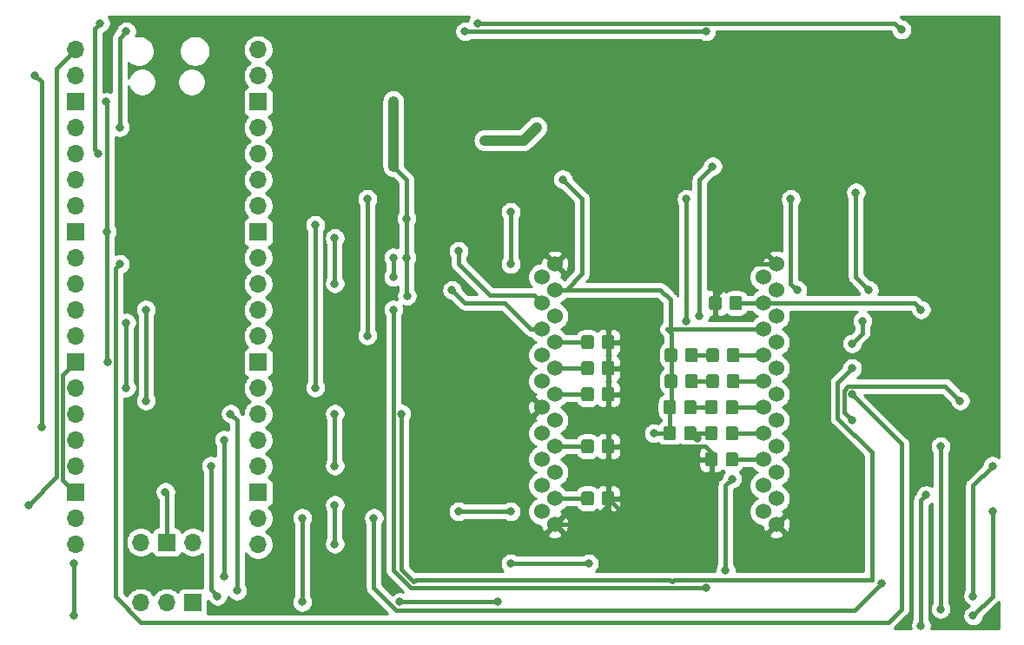
<source format=gbr>
G04 #@! TF.GenerationSoftware,KiCad,Pcbnew,5.1.5+dfsg1-2build2*
G04 #@! TF.CreationDate,2023-03-21T22:00:02+00:00*
G04 #@! TF.ProjectId,pps-rom-dumper,7070732d-726f-46d2-9d64-756d7065722e,rev?*
G04 #@! TF.SameCoordinates,Original*
G04 #@! TF.FileFunction,Copper,L2,Bot*
G04 #@! TF.FilePolarity,Positive*
%FSLAX46Y46*%
G04 Gerber Fmt 4.6, Leading zero omitted, Abs format (unit mm)*
G04 Created by KiCad (PCBNEW 5.1.5+dfsg1-2build2) date 2023-03-21 22:00:02*
%MOMM*%
%LPD*%
G04 APERTURE LIST*
%ADD10O,1.700000X1.700000*%
%ADD11R,1.700000X1.700000*%
%ADD12C,1.524000*%
%ADD13C,0.100000*%
%ADD14C,0.800000*%
%ADD15C,1.000000*%
%ADD16C,0.400000*%
%ADD17C,0.254000*%
G04 APERTURE END LIST*
D10*
X57912000Y-83185000D03*
X60452000Y-83185000D03*
D11*
X62992000Y-83185000D03*
D12*
X119888000Y-50165000D03*
X118618000Y-51435000D03*
X119888000Y-52705000D03*
X118618000Y-53975000D03*
X119888000Y-55245000D03*
X118618000Y-56515000D03*
X119888000Y-57785000D03*
X118618000Y-59055000D03*
X119888000Y-60325000D03*
X118618000Y-61595000D03*
X119888000Y-62865000D03*
X118618000Y-64135000D03*
X119888000Y-65405000D03*
X118618000Y-66675000D03*
X119888000Y-67945000D03*
X118618000Y-69215000D03*
X119888000Y-70485000D03*
X118618000Y-71755000D03*
X119888000Y-73025000D03*
X118618000Y-74295000D03*
X119888000Y-75565000D03*
X98298000Y-75565000D03*
X97028000Y-74295000D03*
X98298000Y-73025000D03*
X97028000Y-71755000D03*
X98298000Y-70485000D03*
X97028000Y-69215000D03*
X98298000Y-67945000D03*
X97028000Y-66675000D03*
X98298000Y-65405000D03*
X97028000Y-64135000D03*
X98298000Y-62865000D03*
X97028000Y-61595000D03*
X98298000Y-60325000D03*
X97028000Y-59055000D03*
X98298000Y-57785000D03*
X97028000Y-56515000D03*
X98298000Y-55245000D03*
X97028000Y-53975000D03*
X98298000Y-52705000D03*
X97028000Y-51435000D03*
X98298000Y-50165000D03*
D10*
X63016599Y-77298800D03*
D11*
X60476599Y-77298800D03*
D10*
X57936599Y-77298800D03*
X69366599Y-29268800D03*
X69366599Y-31808800D03*
D11*
X69366599Y-34348800D03*
D10*
X69366599Y-36888800D03*
X69366599Y-39428800D03*
X69366599Y-41968800D03*
X69366599Y-44508800D03*
D11*
X69366599Y-47048800D03*
D10*
X69366599Y-49588800D03*
X69366599Y-52128800D03*
X69366599Y-54668800D03*
X69366599Y-57208800D03*
D11*
X69366599Y-59748800D03*
D10*
X69366599Y-62288800D03*
X69366599Y-64828800D03*
X69366599Y-67368800D03*
X69366599Y-69908800D03*
D11*
X69366599Y-72448800D03*
D10*
X69366599Y-74988800D03*
X69366599Y-77528800D03*
X51586599Y-77528800D03*
X51586599Y-74988800D03*
D11*
X51586599Y-72448800D03*
D10*
X51586599Y-69908800D03*
X51586599Y-67368800D03*
X51586599Y-64828800D03*
X51586599Y-62288800D03*
D11*
X51586599Y-59748800D03*
D10*
X51586599Y-57208800D03*
X51586599Y-54668800D03*
X51586599Y-52128800D03*
X51586599Y-49588800D03*
D11*
X51586599Y-47048800D03*
D10*
X51586599Y-44508800D03*
X51586599Y-41968800D03*
X51586599Y-39428800D03*
X51586599Y-36888800D03*
D11*
X51586599Y-34348800D03*
D10*
X51586599Y-31808800D03*
X51586599Y-29268800D03*
G04 #@! TA.AperFunction,SMDPad,CuDef*
D13*
G36*
X109991505Y-60896204D02*
G01*
X110015773Y-60899804D01*
X110039572Y-60905765D01*
X110062671Y-60914030D01*
X110084850Y-60924520D01*
X110105893Y-60937132D01*
X110125599Y-60951747D01*
X110143777Y-60968223D01*
X110160253Y-60986401D01*
X110174868Y-61006107D01*
X110187480Y-61027150D01*
X110197970Y-61049329D01*
X110206235Y-61072428D01*
X110212196Y-61096227D01*
X110215796Y-61120495D01*
X110217000Y-61144999D01*
X110217000Y-62045001D01*
X110215796Y-62069505D01*
X110212196Y-62093773D01*
X110206235Y-62117572D01*
X110197970Y-62140671D01*
X110187480Y-62162850D01*
X110174868Y-62183893D01*
X110160253Y-62203599D01*
X110143777Y-62221777D01*
X110125599Y-62238253D01*
X110105893Y-62252868D01*
X110084850Y-62265480D01*
X110062671Y-62275970D01*
X110039572Y-62284235D01*
X110015773Y-62290196D01*
X109991505Y-62293796D01*
X109967001Y-62295000D01*
X109266999Y-62295000D01*
X109242495Y-62293796D01*
X109218227Y-62290196D01*
X109194428Y-62284235D01*
X109171329Y-62275970D01*
X109149150Y-62265480D01*
X109128107Y-62252868D01*
X109108401Y-62238253D01*
X109090223Y-62221777D01*
X109073747Y-62203599D01*
X109059132Y-62183893D01*
X109046520Y-62162850D01*
X109036030Y-62140671D01*
X109027765Y-62117572D01*
X109021804Y-62093773D01*
X109018204Y-62069505D01*
X109017000Y-62045001D01*
X109017000Y-61144999D01*
X109018204Y-61120495D01*
X109021804Y-61096227D01*
X109027765Y-61072428D01*
X109036030Y-61049329D01*
X109046520Y-61027150D01*
X109059132Y-61006107D01*
X109073747Y-60986401D01*
X109090223Y-60968223D01*
X109108401Y-60951747D01*
X109128107Y-60937132D01*
X109149150Y-60924520D01*
X109171329Y-60914030D01*
X109194428Y-60905765D01*
X109218227Y-60899804D01*
X109242495Y-60896204D01*
X109266999Y-60895000D01*
X109967001Y-60895000D01*
X109991505Y-60896204D01*
G37*
G04 #@! TD.AperFunction*
G04 #@! TA.AperFunction,SMDPad,CuDef*
G36*
X111991505Y-60896204D02*
G01*
X112015773Y-60899804D01*
X112039572Y-60905765D01*
X112062671Y-60914030D01*
X112084850Y-60924520D01*
X112105893Y-60937132D01*
X112125599Y-60951747D01*
X112143777Y-60968223D01*
X112160253Y-60986401D01*
X112174868Y-61006107D01*
X112187480Y-61027150D01*
X112197970Y-61049329D01*
X112206235Y-61072428D01*
X112212196Y-61096227D01*
X112215796Y-61120495D01*
X112217000Y-61144999D01*
X112217000Y-62045001D01*
X112215796Y-62069505D01*
X112212196Y-62093773D01*
X112206235Y-62117572D01*
X112197970Y-62140671D01*
X112187480Y-62162850D01*
X112174868Y-62183893D01*
X112160253Y-62203599D01*
X112143777Y-62221777D01*
X112125599Y-62238253D01*
X112105893Y-62252868D01*
X112084850Y-62265480D01*
X112062671Y-62275970D01*
X112039572Y-62284235D01*
X112015773Y-62290196D01*
X111991505Y-62293796D01*
X111967001Y-62295000D01*
X111266999Y-62295000D01*
X111242495Y-62293796D01*
X111218227Y-62290196D01*
X111194428Y-62284235D01*
X111171329Y-62275970D01*
X111149150Y-62265480D01*
X111128107Y-62252868D01*
X111108401Y-62238253D01*
X111090223Y-62221777D01*
X111073747Y-62203599D01*
X111059132Y-62183893D01*
X111046520Y-62162850D01*
X111036030Y-62140671D01*
X111027765Y-62117572D01*
X111021804Y-62093773D01*
X111018204Y-62069505D01*
X111017000Y-62045001D01*
X111017000Y-61144999D01*
X111018204Y-61120495D01*
X111021804Y-61096227D01*
X111027765Y-61072428D01*
X111036030Y-61049329D01*
X111046520Y-61027150D01*
X111059132Y-61006107D01*
X111073747Y-60986401D01*
X111090223Y-60968223D01*
X111108401Y-60951747D01*
X111128107Y-60937132D01*
X111149150Y-60924520D01*
X111171329Y-60914030D01*
X111194428Y-60905765D01*
X111218227Y-60899804D01*
X111242495Y-60896204D01*
X111266999Y-60895000D01*
X111967001Y-60895000D01*
X111991505Y-60896204D01*
G37*
G04 #@! TD.AperFunction*
G04 #@! TA.AperFunction,SMDPad,CuDef*
G36*
X114055505Y-60896204D02*
G01*
X114079773Y-60899804D01*
X114103572Y-60905765D01*
X114126671Y-60914030D01*
X114148850Y-60924520D01*
X114169893Y-60937132D01*
X114189599Y-60951747D01*
X114207777Y-60968223D01*
X114224253Y-60986401D01*
X114238868Y-61006107D01*
X114251480Y-61027150D01*
X114261970Y-61049329D01*
X114270235Y-61072428D01*
X114276196Y-61096227D01*
X114279796Y-61120495D01*
X114281000Y-61144999D01*
X114281000Y-62045001D01*
X114279796Y-62069505D01*
X114276196Y-62093773D01*
X114270235Y-62117572D01*
X114261970Y-62140671D01*
X114251480Y-62162850D01*
X114238868Y-62183893D01*
X114224253Y-62203599D01*
X114207777Y-62221777D01*
X114189599Y-62238253D01*
X114169893Y-62252868D01*
X114148850Y-62265480D01*
X114126671Y-62275970D01*
X114103572Y-62284235D01*
X114079773Y-62290196D01*
X114055505Y-62293796D01*
X114031001Y-62295000D01*
X113330999Y-62295000D01*
X113306495Y-62293796D01*
X113282227Y-62290196D01*
X113258428Y-62284235D01*
X113235329Y-62275970D01*
X113213150Y-62265480D01*
X113192107Y-62252868D01*
X113172401Y-62238253D01*
X113154223Y-62221777D01*
X113137747Y-62203599D01*
X113123132Y-62183893D01*
X113110520Y-62162850D01*
X113100030Y-62140671D01*
X113091765Y-62117572D01*
X113085804Y-62093773D01*
X113082204Y-62069505D01*
X113081000Y-62045001D01*
X113081000Y-61144999D01*
X113082204Y-61120495D01*
X113085804Y-61096227D01*
X113091765Y-61072428D01*
X113100030Y-61049329D01*
X113110520Y-61027150D01*
X113123132Y-61006107D01*
X113137747Y-60986401D01*
X113154223Y-60968223D01*
X113172401Y-60951747D01*
X113192107Y-60937132D01*
X113213150Y-60924520D01*
X113235329Y-60914030D01*
X113258428Y-60905765D01*
X113282227Y-60899804D01*
X113306495Y-60896204D01*
X113330999Y-60895000D01*
X114031001Y-60895000D01*
X114055505Y-60896204D01*
G37*
G04 #@! TD.AperFunction*
G04 #@! TA.AperFunction,SMDPad,CuDef*
G36*
X116055505Y-60896204D02*
G01*
X116079773Y-60899804D01*
X116103572Y-60905765D01*
X116126671Y-60914030D01*
X116148850Y-60924520D01*
X116169893Y-60937132D01*
X116189599Y-60951747D01*
X116207777Y-60968223D01*
X116224253Y-60986401D01*
X116238868Y-61006107D01*
X116251480Y-61027150D01*
X116261970Y-61049329D01*
X116270235Y-61072428D01*
X116276196Y-61096227D01*
X116279796Y-61120495D01*
X116281000Y-61144999D01*
X116281000Y-62045001D01*
X116279796Y-62069505D01*
X116276196Y-62093773D01*
X116270235Y-62117572D01*
X116261970Y-62140671D01*
X116251480Y-62162850D01*
X116238868Y-62183893D01*
X116224253Y-62203599D01*
X116207777Y-62221777D01*
X116189599Y-62238253D01*
X116169893Y-62252868D01*
X116148850Y-62265480D01*
X116126671Y-62275970D01*
X116103572Y-62284235D01*
X116079773Y-62290196D01*
X116055505Y-62293796D01*
X116031001Y-62295000D01*
X115330999Y-62295000D01*
X115306495Y-62293796D01*
X115282227Y-62290196D01*
X115258428Y-62284235D01*
X115235329Y-62275970D01*
X115213150Y-62265480D01*
X115192107Y-62252868D01*
X115172401Y-62238253D01*
X115154223Y-62221777D01*
X115137747Y-62203599D01*
X115123132Y-62183893D01*
X115110520Y-62162850D01*
X115100030Y-62140671D01*
X115091765Y-62117572D01*
X115085804Y-62093773D01*
X115082204Y-62069505D01*
X115081000Y-62045001D01*
X115081000Y-61144999D01*
X115082204Y-61120495D01*
X115085804Y-61096227D01*
X115091765Y-61072428D01*
X115100030Y-61049329D01*
X115110520Y-61027150D01*
X115123132Y-61006107D01*
X115137747Y-60986401D01*
X115154223Y-60968223D01*
X115172401Y-60951747D01*
X115192107Y-60937132D01*
X115213150Y-60924520D01*
X115235329Y-60914030D01*
X115258428Y-60905765D01*
X115282227Y-60899804D01*
X115306495Y-60896204D01*
X115330999Y-60895000D01*
X116031001Y-60895000D01*
X116055505Y-60896204D01*
G37*
G04 #@! TD.AperFunction*
G04 #@! TA.AperFunction,SMDPad,CuDef*
G36*
X109864505Y-65976204D02*
G01*
X109888773Y-65979804D01*
X109912572Y-65985765D01*
X109935671Y-65994030D01*
X109957850Y-66004520D01*
X109978893Y-66017132D01*
X109998599Y-66031747D01*
X110016777Y-66048223D01*
X110033253Y-66066401D01*
X110047868Y-66086107D01*
X110060480Y-66107150D01*
X110070970Y-66129329D01*
X110079235Y-66152428D01*
X110085196Y-66176227D01*
X110088796Y-66200495D01*
X110090000Y-66224999D01*
X110090000Y-67125001D01*
X110088796Y-67149505D01*
X110085196Y-67173773D01*
X110079235Y-67197572D01*
X110070970Y-67220671D01*
X110060480Y-67242850D01*
X110047868Y-67263893D01*
X110033253Y-67283599D01*
X110016777Y-67301777D01*
X109998599Y-67318253D01*
X109978893Y-67332868D01*
X109957850Y-67345480D01*
X109935671Y-67355970D01*
X109912572Y-67364235D01*
X109888773Y-67370196D01*
X109864505Y-67373796D01*
X109840001Y-67375000D01*
X109139999Y-67375000D01*
X109115495Y-67373796D01*
X109091227Y-67370196D01*
X109067428Y-67364235D01*
X109044329Y-67355970D01*
X109022150Y-67345480D01*
X109001107Y-67332868D01*
X108981401Y-67318253D01*
X108963223Y-67301777D01*
X108946747Y-67283599D01*
X108932132Y-67263893D01*
X108919520Y-67242850D01*
X108909030Y-67220671D01*
X108900765Y-67197572D01*
X108894804Y-67173773D01*
X108891204Y-67149505D01*
X108890000Y-67125001D01*
X108890000Y-66224999D01*
X108891204Y-66200495D01*
X108894804Y-66176227D01*
X108900765Y-66152428D01*
X108909030Y-66129329D01*
X108919520Y-66107150D01*
X108932132Y-66086107D01*
X108946747Y-66066401D01*
X108963223Y-66048223D01*
X108981401Y-66031747D01*
X109001107Y-66017132D01*
X109022150Y-66004520D01*
X109044329Y-65994030D01*
X109067428Y-65985765D01*
X109091227Y-65979804D01*
X109115495Y-65976204D01*
X109139999Y-65975000D01*
X109840001Y-65975000D01*
X109864505Y-65976204D01*
G37*
G04 #@! TD.AperFunction*
G04 #@! TA.AperFunction,SMDPad,CuDef*
G36*
X111864505Y-65976204D02*
G01*
X111888773Y-65979804D01*
X111912572Y-65985765D01*
X111935671Y-65994030D01*
X111957850Y-66004520D01*
X111978893Y-66017132D01*
X111998599Y-66031747D01*
X112016777Y-66048223D01*
X112033253Y-66066401D01*
X112047868Y-66086107D01*
X112060480Y-66107150D01*
X112070970Y-66129329D01*
X112079235Y-66152428D01*
X112085196Y-66176227D01*
X112088796Y-66200495D01*
X112090000Y-66224999D01*
X112090000Y-67125001D01*
X112088796Y-67149505D01*
X112085196Y-67173773D01*
X112079235Y-67197572D01*
X112070970Y-67220671D01*
X112060480Y-67242850D01*
X112047868Y-67263893D01*
X112033253Y-67283599D01*
X112016777Y-67301777D01*
X111998599Y-67318253D01*
X111978893Y-67332868D01*
X111957850Y-67345480D01*
X111935671Y-67355970D01*
X111912572Y-67364235D01*
X111888773Y-67370196D01*
X111864505Y-67373796D01*
X111840001Y-67375000D01*
X111139999Y-67375000D01*
X111115495Y-67373796D01*
X111091227Y-67370196D01*
X111067428Y-67364235D01*
X111044329Y-67355970D01*
X111022150Y-67345480D01*
X111001107Y-67332868D01*
X110981401Y-67318253D01*
X110963223Y-67301777D01*
X110946747Y-67283599D01*
X110932132Y-67263893D01*
X110919520Y-67242850D01*
X110909030Y-67220671D01*
X110900765Y-67197572D01*
X110894804Y-67173773D01*
X110891204Y-67149505D01*
X110890000Y-67125001D01*
X110890000Y-66224999D01*
X110891204Y-66200495D01*
X110894804Y-66176227D01*
X110900765Y-66152428D01*
X110909030Y-66129329D01*
X110919520Y-66107150D01*
X110932132Y-66086107D01*
X110946747Y-66066401D01*
X110963223Y-66048223D01*
X110981401Y-66031747D01*
X111001107Y-66017132D01*
X111022150Y-66004520D01*
X111044329Y-65994030D01*
X111067428Y-65985765D01*
X111091227Y-65979804D01*
X111115495Y-65976204D01*
X111139999Y-65975000D01*
X111840001Y-65975000D01*
X111864505Y-65976204D01*
G37*
G04 #@! TD.AperFunction*
G04 #@! TA.AperFunction,SMDPad,CuDef*
G36*
X113928505Y-65976204D02*
G01*
X113952773Y-65979804D01*
X113976572Y-65985765D01*
X113999671Y-65994030D01*
X114021850Y-66004520D01*
X114042893Y-66017132D01*
X114062599Y-66031747D01*
X114080777Y-66048223D01*
X114097253Y-66066401D01*
X114111868Y-66086107D01*
X114124480Y-66107150D01*
X114134970Y-66129329D01*
X114143235Y-66152428D01*
X114149196Y-66176227D01*
X114152796Y-66200495D01*
X114154000Y-66224999D01*
X114154000Y-67125001D01*
X114152796Y-67149505D01*
X114149196Y-67173773D01*
X114143235Y-67197572D01*
X114134970Y-67220671D01*
X114124480Y-67242850D01*
X114111868Y-67263893D01*
X114097253Y-67283599D01*
X114080777Y-67301777D01*
X114062599Y-67318253D01*
X114042893Y-67332868D01*
X114021850Y-67345480D01*
X113999671Y-67355970D01*
X113976572Y-67364235D01*
X113952773Y-67370196D01*
X113928505Y-67373796D01*
X113904001Y-67375000D01*
X113203999Y-67375000D01*
X113179495Y-67373796D01*
X113155227Y-67370196D01*
X113131428Y-67364235D01*
X113108329Y-67355970D01*
X113086150Y-67345480D01*
X113065107Y-67332868D01*
X113045401Y-67318253D01*
X113027223Y-67301777D01*
X113010747Y-67283599D01*
X112996132Y-67263893D01*
X112983520Y-67242850D01*
X112973030Y-67220671D01*
X112964765Y-67197572D01*
X112958804Y-67173773D01*
X112955204Y-67149505D01*
X112954000Y-67125001D01*
X112954000Y-66224999D01*
X112955204Y-66200495D01*
X112958804Y-66176227D01*
X112964765Y-66152428D01*
X112973030Y-66129329D01*
X112983520Y-66107150D01*
X112996132Y-66086107D01*
X113010747Y-66066401D01*
X113027223Y-66048223D01*
X113045401Y-66031747D01*
X113065107Y-66017132D01*
X113086150Y-66004520D01*
X113108329Y-65994030D01*
X113131428Y-65985765D01*
X113155227Y-65979804D01*
X113179495Y-65976204D01*
X113203999Y-65975000D01*
X113904001Y-65975000D01*
X113928505Y-65976204D01*
G37*
G04 #@! TD.AperFunction*
G04 #@! TA.AperFunction,SMDPad,CuDef*
G36*
X115928505Y-65976204D02*
G01*
X115952773Y-65979804D01*
X115976572Y-65985765D01*
X115999671Y-65994030D01*
X116021850Y-66004520D01*
X116042893Y-66017132D01*
X116062599Y-66031747D01*
X116080777Y-66048223D01*
X116097253Y-66066401D01*
X116111868Y-66086107D01*
X116124480Y-66107150D01*
X116134970Y-66129329D01*
X116143235Y-66152428D01*
X116149196Y-66176227D01*
X116152796Y-66200495D01*
X116154000Y-66224999D01*
X116154000Y-67125001D01*
X116152796Y-67149505D01*
X116149196Y-67173773D01*
X116143235Y-67197572D01*
X116134970Y-67220671D01*
X116124480Y-67242850D01*
X116111868Y-67263893D01*
X116097253Y-67283599D01*
X116080777Y-67301777D01*
X116062599Y-67318253D01*
X116042893Y-67332868D01*
X116021850Y-67345480D01*
X115999671Y-67355970D01*
X115976572Y-67364235D01*
X115952773Y-67370196D01*
X115928505Y-67373796D01*
X115904001Y-67375000D01*
X115203999Y-67375000D01*
X115179495Y-67373796D01*
X115155227Y-67370196D01*
X115131428Y-67364235D01*
X115108329Y-67355970D01*
X115086150Y-67345480D01*
X115065107Y-67332868D01*
X115045401Y-67318253D01*
X115027223Y-67301777D01*
X115010747Y-67283599D01*
X114996132Y-67263893D01*
X114983520Y-67242850D01*
X114973030Y-67220671D01*
X114964765Y-67197572D01*
X114958804Y-67173773D01*
X114955204Y-67149505D01*
X114954000Y-67125001D01*
X114954000Y-66224999D01*
X114955204Y-66200495D01*
X114958804Y-66176227D01*
X114964765Y-66152428D01*
X114973030Y-66129329D01*
X114983520Y-66107150D01*
X114996132Y-66086107D01*
X115010747Y-66066401D01*
X115027223Y-66048223D01*
X115045401Y-66031747D01*
X115065107Y-66017132D01*
X115086150Y-66004520D01*
X115108329Y-65994030D01*
X115131428Y-65985765D01*
X115155227Y-65979804D01*
X115179495Y-65976204D01*
X115203999Y-65975000D01*
X115904001Y-65975000D01*
X115928505Y-65976204D01*
G37*
G04 #@! TD.AperFunction*
G04 #@! TA.AperFunction,SMDPad,CuDef*
G36*
X109991505Y-58356204D02*
G01*
X110015773Y-58359804D01*
X110039572Y-58365765D01*
X110062671Y-58374030D01*
X110084850Y-58384520D01*
X110105893Y-58397132D01*
X110125599Y-58411747D01*
X110143777Y-58428223D01*
X110160253Y-58446401D01*
X110174868Y-58466107D01*
X110187480Y-58487150D01*
X110197970Y-58509329D01*
X110206235Y-58532428D01*
X110212196Y-58556227D01*
X110215796Y-58580495D01*
X110217000Y-58604999D01*
X110217000Y-59505001D01*
X110215796Y-59529505D01*
X110212196Y-59553773D01*
X110206235Y-59577572D01*
X110197970Y-59600671D01*
X110187480Y-59622850D01*
X110174868Y-59643893D01*
X110160253Y-59663599D01*
X110143777Y-59681777D01*
X110125599Y-59698253D01*
X110105893Y-59712868D01*
X110084850Y-59725480D01*
X110062671Y-59735970D01*
X110039572Y-59744235D01*
X110015773Y-59750196D01*
X109991505Y-59753796D01*
X109967001Y-59755000D01*
X109266999Y-59755000D01*
X109242495Y-59753796D01*
X109218227Y-59750196D01*
X109194428Y-59744235D01*
X109171329Y-59735970D01*
X109149150Y-59725480D01*
X109128107Y-59712868D01*
X109108401Y-59698253D01*
X109090223Y-59681777D01*
X109073747Y-59663599D01*
X109059132Y-59643893D01*
X109046520Y-59622850D01*
X109036030Y-59600671D01*
X109027765Y-59577572D01*
X109021804Y-59553773D01*
X109018204Y-59529505D01*
X109017000Y-59505001D01*
X109017000Y-58604999D01*
X109018204Y-58580495D01*
X109021804Y-58556227D01*
X109027765Y-58532428D01*
X109036030Y-58509329D01*
X109046520Y-58487150D01*
X109059132Y-58466107D01*
X109073747Y-58446401D01*
X109090223Y-58428223D01*
X109108401Y-58411747D01*
X109128107Y-58397132D01*
X109149150Y-58384520D01*
X109171329Y-58374030D01*
X109194428Y-58365765D01*
X109218227Y-58359804D01*
X109242495Y-58356204D01*
X109266999Y-58355000D01*
X109967001Y-58355000D01*
X109991505Y-58356204D01*
G37*
G04 #@! TD.AperFunction*
G04 #@! TA.AperFunction,SMDPad,CuDef*
G36*
X111991505Y-58356204D02*
G01*
X112015773Y-58359804D01*
X112039572Y-58365765D01*
X112062671Y-58374030D01*
X112084850Y-58384520D01*
X112105893Y-58397132D01*
X112125599Y-58411747D01*
X112143777Y-58428223D01*
X112160253Y-58446401D01*
X112174868Y-58466107D01*
X112187480Y-58487150D01*
X112197970Y-58509329D01*
X112206235Y-58532428D01*
X112212196Y-58556227D01*
X112215796Y-58580495D01*
X112217000Y-58604999D01*
X112217000Y-59505001D01*
X112215796Y-59529505D01*
X112212196Y-59553773D01*
X112206235Y-59577572D01*
X112197970Y-59600671D01*
X112187480Y-59622850D01*
X112174868Y-59643893D01*
X112160253Y-59663599D01*
X112143777Y-59681777D01*
X112125599Y-59698253D01*
X112105893Y-59712868D01*
X112084850Y-59725480D01*
X112062671Y-59735970D01*
X112039572Y-59744235D01*
X112015773Y-59750196D01*
X111991505Y-59753796D01*
X111967001Y-59755000D01*
X111266999Y-59755000D01*
X111242495Y-59753796D01*
X111218227Y-59750196D01*
X111194428Y-59744235D01*
X111171329Y-59735970D01*
X111149150Y-59725480D01*
X111128107Y-59712868D01*
X111108401Y-59698253D01*
X111090223Y-59681777D01*
X111073747Y-59663599D01*
X111059132Y-59643893D01*
X111046520Y-59622850D01*
X111036030Y-59600671D01*
X111027765Y-59577572D01*
X111021804Y-59553773D01*
X111018204Y-59529505D01*
X111017000Y-59505001D01*
X111017000Y-58604999D01*
X111018204Y-58580495D01*
X111021804Y-58556227D01*
X111027765Y-58532428D01*
X111036030Y-58509329D01*
X111046520Y-58487150D01*
X111059132Y-58466107D01*
X111073747Y-58446401D01*
X111090223Y-58428223D01*
X111108401Y-58411747D01*
X111128107Y-58397132D01*
X111149150Y-58384520D01*
X111171329Y-58374030D01*
X111194428Y-58365765D01*
X111218227Y-58359804D01*
X111242495Y-58356204D01*
X111266999Y-58355000D01*
X111967001Y-58355000D01*
X111991505Y-58356204D01*
G37*
G04 #@! TD.AperFunction*
G04 #@! TA.AperFunction,SMDPad,CuDef*
G36*
X114055505Y-58356204D02*
G01*
X114079773Y-58359804D01*
X114103572Y-58365765D01*
X114126671Y-58374030D01*
X114148850Y-58384520D01*
X114169893Y-58397132D01*
X114189599Y-58411747D01*
X114207777Y-58428223D01*
X114224253Y-58446401D01*
X114238868Y-58466107D01*
X114251480Y-58487150D01*
X114261970Y-58509329D01*
X114270235Y-58532428D01*
X114276196Y-58556227D01*
X114279796Y-58580495D01*
X114281000Y-58604999D01*
X114281000Y-59505001D01*
X114279796Y-59529505D01*
X114276196Y-59553773D01*
X114270235Y-59577572D01*
X114261970Y-59600671D01*
X114251480Y-59622850D01*
X114238868Y-59643893D01*
X114224253Y-59663599D01*
X114207777Y-59681777D01*
X114189599Y-59698253D01*
X114169893Y-59712868D01*
X114148850Y-59725480D01*
X114126671Y-59735970D01*
X114103572Y-59744235D01*
X114079773Y-59750196D01*
X114055505Y-59753796D01*
X114031001Y-59755000D01*
X113330999Y-59755000D01*
X113306495Y-59753796D01*
X113282227Y-59750196D01*
X113258428Y-59744235D01*
X113235329Y-59735970D01*
X113213150Y-59725480D01*
X113192107Y-59712868D01*
X113172401Y-59698253D01*
X113154223Y-59681777D01*
X113137747Y-59663599D01*
X113123132Y-59643893D01*
X113110520Y-59622850D01*
X113100030Y-59600671D01*
X113091765Y-59577572D01*
X113085804Y-59553773D01*
X113082204Y-59529505D01*
X113081000Y-59505001D01*
X113081000Y-58604999D01*
X113082204Y-58580495D01*
X113085804Y-58556227D01*
X113091765Y-58532428D01*
X113100030Y-58509329D01*
X113110520Y-58487150D01*
X113123132Y-58466107D01*
X113137747Y-58446401D01*
X113154223Y-58428223D01*
X113172401Y-58411747D01*
X113192107Y-58397132D01*
X113213150Y-58384520D01*
X113235329Y-58374030D01*
X113258428Y-58365765D01*
X113282227Y-58359804D01*
X113306495Y-58356204D01*
X113330999Y-58355000D01*
X114031001Y-58355000D01*
X114055505Y-58356204D01*
G37*
G04 #@! TD.AperFunction*
G04 #@! TA.AperFunction,SMDPad,CuDef*
G36*
X116055505Y-58356204D02*
G01*
X116079773Y-58359804D01*
X116103572Y-58365765D01*
X116126671Y-58374030D01*
X116148850Y-58384520D01*
X116169893Y-58397132D01*
X116189599Y-58411747D01*
X116207777Y-58428223D01*
X116224253Y-58446401D01*
X116238868Y-58466107D01*
X116251480Y-58487150D01*
X116261970Y-58509329D01*
X116270235Y-58532428D01*
X116276196Y-58556227D01*
X116279796Y-58580495D01*
X116281000Y-58604999D01*
X116281000Y-59505001D01*
X116279796Y-59529505D01*
X116276196Y-59553773D01*
X116270235Y-59577572D01*
X116261970Y-59600671D01*
X116251480Y-59622850D01*
X116238868Y-59643893D01*
X116224253Y-59663599D01*
X116207777Y-59681777D01*
X116189599Y-59698253D01*
X116169893Y-59712868D01*
X116148850Y-59725480D01*
X116126671Y-59735970D01*
X116103572Y-59744235D01*
X116079773Y-59750196D01*
X116055505Y-59753796D01*
X116031001Y-59755000D01*
X115330999Y-59755000D01*
X115306495Y-59753796D01*
X115282227Y-59750196D01*
X115258428Y-59744235D01*
X115235329Y-59735970D01*
X115213150Y-59725480D01*
X115192107Y-59712868D01*
X115172401Y-59698253D01*
X115154223Y-59681777D01*
X115137747Y-59663599D01*
X115123132Y-59643893D01*
X115110520Y-59622850D01*
X115100030Y-59600671D01*
X115091765Y-59577572D01*
X115085804Y-59553773D01*
X115082204Y-59529505D01*
X115081000Y-59505001D01*
X115081000Y-58604999D01*
X115082204Y-58580495D01*
X115085804Y-58556227D01*
X115091765Y-58532428D01*
X115100030Y-58509329D01*
X115110520Y-58487150D01*
X115123132Y-58466107D01*
X115137747Y-58446401D01*
X115154223Y-58428223D01*
X115172401Y-58411747D01*
X115192107Y-58397132D01*
X115213150Y-58384520D01*
X115235329Y-58374030D01*
X115258428Y-58365765D01*
X115282227Y-58359804D01*
X115306495Y-58356204D01*
X115330999Y-58355000D01*
X116031001Y-58355000D01*
X116055505Y-58356204D01*
G37*
G04 #@! TD.AperFunction*
G04 #@! TA.AperFunction,SMDPad,CuDef*
G36*
X109864505Y-63436204D02*
G01*
X109888773Y-63439804D01*
X109912572Y-63445765D01*
X109935671Y-63454030D01*
X109957850Y-63464520D01*
X109978893Y-63477132D01*
X109998599Y-63491747D01*
X110016777Y-63508223D01*
X110033253Y-63526401D01*
X110047868Y-63546107D01*
X110060480Y-63567150D01*
X110070970Y-63589329D01*
X110079235Y-63612428D01*
X110085196Y-63636227D01*
X110088796Y-63660495D01*
X110090000Y-63684999D01*
X110090000Y-64585001D01*
X110088796Y-64609505D01*
X110085196Y-64633773D01*
X110079235Y-64657572D01*
X110070970Y-64680671D01*
X110060480Y-64702850D01*
X110047868Y-64723893D01*
X110033253Y-64743599D01*
X110016777Y-64761777D01*
X109998599Y-64778253D01*
X109978893Y-64792868D01*
X109957850Y-64805480D01*
X109935671Y-64815970D01*
X109912572Y-64824235D01*
X109888773Y-64830196D01*
X109864505Y-64833796D01*
X109840001Y-64835000D01*
X109139999Y-64835000D01*
X109115495Y-64833796D01*
X109091227Y-64830196D01*
X109067428Y-64824235D01*
X109044329Y-64815970D01*
X109022150Y-64805480D01*
X109001107Y-64792868D01*
X108981401Y-64778253D01*
X108963223Y-64761777D01*
X108946747Y-64743599D01*
X108932132Y-64723893D01*
X108919520Y-64702850D01*
X108909030Y-64680671D01*
X108900765Y-64657572D01*
X108894804Y-64633773D01*
X108891204Y-64609505D01*
X108890000Y-64585001D01*
X108890000Y-63684999D01*
X108891204Y-63660495D01*
X108894804Y-63636227D01*
X108900765Y-63612428D01*
X108909030Y-63589329D01*
X108919520Y-63567150D01*
X108932132Y-63546107D01*
X108946747Y-63526401D01*
X108963223Y-63508223D01*
X108981401Y-63491747D01*
X109001107Y-63477132D01*
X109022150Y-63464520D01*
X109044329Y-63454030D01*
X109067428Y-63445765D01*
X109091227Y-63439804D01*
X109115495Y-63436204D01*
X109139999Y-63435000D01*
X109840001Y-63435000D01*
X109864505Y-63436204D01*
G37*
G04 #@! TD.AperFunction*
G04 #@! TA.AperFunction,SMDPad,CuDef*
G36*
X111864505Y-63436204D02*
G01*
X111888773Y-63439804D01*
X111912572Y-63445765D01*
X111935671Y-63454030D01*
X111957850Y-63464520D01*
X111978893Y-63477132D01*
X111998599Y-63491747D01*
X112016777Y-63508223D01*
X112033253Y-63526401D01*
X112047868Y-63546107D01*
X112060480Y-63567150D01*
X112070970Y-63589329D01*
X112079235Y-63612428D01*
X112085196Y-63636227D01*
X112088796Y-63660495D01*
X112090000Y-63684999D01*
X112090000Y-64585001D01*
X112088796Y-64609505D01*
X112085196Y-64633773D01*
X112079235Y-64657572D01*
X112070970Y-64680671D01*
X112060480Y-64702850D01*
X112047868Y-64723893D01*
X112033253Y-64743599D01*
X112016777Y-64761777D01*
X111998599Y-64778253D01*
X111978893Y-64792868D01*
X111957850Y-64805480D01*
X111935671Y-64815970D01*
X111912572Y-64824235D01*
X111888773Y-64830196D01*
X111864505Y-64833796D01*
X111840001Y-64835000D01*
X111139999Y-64835000D01*
X111115495Y-64833796D01*
X111091227Y-64830196D01*
X111067428Y-64824235D01*
X111044329Y-64815970D01*
X111022150Y-64805480D01*
X111001107Y-64792868D01*
X110981401Y-64778253D01*
X110963223Y-64761777D01*
X110946747Y-64743599D01*
X110932132Y-64723893D01*
X110919520Y-64702850D01*
X110909030Y-64680671D01*
X110900765Y-64657572D01*
X110894804Y-64633773D01*
X110891204Y-64609505D01*
X110890000Y-64585001D01*
X110890000Y-63684999D01*
X110891204Y-63660495D01*
X110894804Y-63636227D01*
X110900765Y-63612428D01*
X110909030Y-63589329D01*
X110919520Y-63567150D01*
X110932132Y-63546107D01*
X110946747Y-63526401D01*
X110963223Y-63508223D01*
X110981401Y-63491747D01*
X111001107Y-63477132D01*
X111022150Y-63464520D01*
X111044329Y-63454030D01*
X111067428Y-63445765D01*
X111091227Y-63439804D01*
X111115495Y-63436204D01*
X111139999Y-63435000D01*
X111840001Y-63435000D01*
X111864505Y-63436204D01*
G37*
G04 #@! TD.AperFunction*
G04 #@! TA.AperFunction,SMDPad,CuDef*
G36*
X113928505Y-63436204D02*
G01*
X113952773Y-63439804D01*
X113976572Y-63445765D01*
X113999671Y-63454030D01*
X114021850Y-63464520D01*
X114042893Y-63477132D01*
X114062599Y-63491747D01*
X114080777Y-63508223D01*
X114097253Y-63526401D01*
X114111868Y-63546107D01*
X114124480Y-63567150D01*
X114134970Y-63589329D01*
X114143235Y-63612428D01*
X114149196Y-63636227D01*
X114152796Y-63660495D01*
X114154000Y-63684999D01*
X114154000Y-64585001D01*
X114152796Y-64609505D01*
X114149196Y-64633773D01*
X114143235Y-64657572D01*
X114134970Y-64680671D01*
X114124480Y-64702850D01*
X114111868Y-64723893D01*
X114097253Y-64743599D01*
X114080777Y-64761777D01*
X114062599Y-64778253D01*
X114042893Y-64792868D01*
X114021850Y-64805480D01*
X113999671Y-64815970D01*
X113976572Y-64824235D01*
X113952773Y-64830196D01*
X113928505Y-64833796D01*
X113904001Y-64835000D01*
X113203999Y-64835000D01*
X113179495Y-64833796D01*
X113155227Y-64830196D01*
X113131428Y-64824235D01*
X113108329Y-64815970D01*
X113086150Y-64805480D01*
X113065107Y-64792868D01*
X113045401Y-64778253D01*
X113027223Y-64761777D01*
X113010747Y-64743599D01*
X112996132Y-64723893D01*
X112983520Y-64702850D01*
X112973030Y-64680671D01*
X112964765Y-64657572D01*
X112958804Y-64633773D01*
X112955204Y-64609505D01*
X112954000Y-64585001D01*
X112954000Y-63684999D01*
X112955204Y-63660495D01*
X112958804Y-63636227D01*
X112964765Y-63612428D01*
X112973030Y-63589329D01*
X112983520Y-63567150D01*
X112996132Y-63546107D01*
X113010747Y-63526401D01*
X113027223Y-63508223D01*
X113045401Y-63491747D01*
X113065107Y-63477132D01*
X113086150Y-63464520D01*
X113108329Y-63454030D01*
X113131428Y-63445765D01*
X113155227Y-63439804D01*
X113179495Y-63436204D01*
X113203999Y-63435000D01*
X113904001Y-63435000D01*
X113928505Y-63436204D01*
G37*
G04 #@! TD.AperFunction*
G04 #@! TA.AperFunction,SMDPad,CuDef*
G36*
X115928505Y-63436204D02*
G01*
X115952773Y-63439804D01*
X115976572Y-63445765D01*
X115999671Y-63454030D01*
X116021850Y-63464520D01*
X116042893Y-63477132D01*
X116062599Y-63491747D01*
X116080777Y-63508223D01*
X116097253Y-63526401D01*
X116111868Y-63546107D01*
X116124480Y-63567150D01*
X116134970Y-63589329D01*
X116143235Y-63612428D01*
X116149196Y-63636227D01*
X116152796Y-63660495D01*
X116154000Y-63684999D01*
X116154000Y-64585001D01*
X116152796Y-64609505D01*
X116149196Y-64633773D01*
X116143235Y-64657572D01*
X116134970Y-64680671D01*
X116124480Y-64702850D01*
X116111868Y-64723893D01*
X116097253Y-64743599D01*
X116080777Y-64761777D01*
X116062599Y-64778253D01*
X116042893Y-64792868D01*
X116021850Y-64805480D01*
X115999671Y-64815970D01*
X115976572Y-64824235D01*
X115952773Y-64830196D01*
X115928505Y-64833796D01*
X115904001Y-64835000D01*
X115203999Y-64835000D01*
X115179495Y-64833796D01*
X115155227Y-64830196D01*
X115131428Y-64824235D01*
X115108329Y-64815970D01*
X115086150Y-64805480D01*
X115065107Y-64792868D01*
X115045401Y-64778253D01*
X115027223Y-64761777D01*
X115010747Y-64743599D01*
X114996132Y-64723893D01*
X114983520Y-64702850D01*
X114973030Y-64680671D01*
X114964765Y-64657572D01*
X114958804Y-64633773D01*
X114955204Y-64609505D01*
X114954000Y-64585001D01*
X114954000Y-63684999D01*
X114955204Y-63660495D01*
X114958804Y-63636227D01*
X114964765Y-63612428D01*
X114973030Y-63589329D01*
X114983520Y-63567150D01*
X114996132Y-63546107D01*
X115010747Y-63526401D01*
X115027223Y-63508223D01*
X115045401Y-63491747D01*
X115065107Y-63477132D01*
X115086150Y-63464520D01*
X115108329Y-63454030D01*
X115131428Y-63445765D01*
X115155227Y-63439804D01*
X115179495Y-63436204D01*
X115203999Y-63435000D01*
X115904001Y-63435000D01*
X115928505Y-63436204D01*
G37*
G04 #@! TD.AperFunction*
G04 #@! TA.AperFunction,SMDPad,CuDef*
G36*
X101863505Y-62166204D02*
G01*
X101887773Y-62169804D01*
X101911572Y-62175765D01*
X101934671Y-62184030D01*
X101956850Y-62194520D01*
X101977893Y-62207132D01*
X101997599Y-62221747D01*
X102015777Y-62238223D01*
X102032253Y-62256401D01*
X102046868Y-62276107D01*
X102059480Y-62297150D01*
X102069970Y-62319329D01*
X102078235Y-62342428D01*
X102084196Y-62366227D01*
X102087796Y-62390495D01*
X102089000Y-62414999D01*
X102089000Y-63315001D01*
X102087796Y-63339505D01*
X102084196Y-63363773D01*
X102078235Y-63387572D01*
X102069970Y-63410671D01*
X102059480Y-63432850D01*
X102046868Y-63453893D01*
X102032253Y-63473599D01*
X102015777Y-63491777D01*
X101997599Y-63508253D01*
X101977893Y-63522868D01*
X101956850Y-63535480D01*
X101934671Y-63545970D01*
X101911572Y-63554235D01*
X101887773Y-63560196D01*
X101863505Y-63563796D01*
X101839001Y-63565000D01*
X101138999Y-63565000D01*
X101114495Y-63563796D01*
X101090227Y-63560196D01*
X101066428Y-63554235D01*
X101043329Y-63545970D01*
X101021150Y-63535480D01*
X101000107Y-63522868D01*
X100980401Y-63508253D01*
X100962223Y-63491777D01*
X100945747Y-63473599D01*
X100931132Y-63453893D01*
X100918520Y-63432850D01*
X100908030Y-63410671D01*
X100899765Y-63387572D01*
X100893804Y-63363773D01*
X100890204Y-63339505D01*
X100889000Y-63315001D01*
X100889000Y-62414999D01*
X100890204Y-62390495D01*
X100893804Y-62366227D01*
X100899765Y-62342428D01*
X100908030Y-62319329D01*
X100918520Y-62297150D01*
X100931132Y-62276107D01*
X100945747Y-62256401D01*
X100962223Y-62238223D01*
X100980401Y-62221747D01*
X101000107Y-62207132D01*
X101021150Y-62194520D01*
X101043329Y-62184030D01*
X101066428Y-62175765D01*
X101090227Y-62169804D01*
X101114495Y-62166204D01*
X101138999Y-62165000D01*
X101839001Y-62165000D01*
X101863505Y-62166204D01*
G37*
G04 #@! TD.AperFunction*
G04 #@! TA.AperFunction,SMDPad,CuDef*
G36*
X103863505Y-62166204D02*
G01*
X103887773Y-62169804D01*
X103911572Y-62175765D01*
X103934671Y-62184030D01*
X103956850Y-62194520D01*
X103977893Y-62207132D01*
X103997599Y-62221747D01*
X104015777Y-62238223D01*
X104032253Y-62256401D01*
X104046868Y-62276107D01*
X104059480Y-62297150D01*
X104069970Y-62319329D01*
X104078235Y-62342428D01*
X104084196Y-62366227D01*
X104087796Y-62390495D01*
X104089000Y-62414999D01*
X104089000Y-63315001D01*
X104087796Y-63339505D01*
X104084196Y-63363773D01*
X104078235Y-63387572D01*
X104069970Y-63410671D01*
X104059480Y-63432850D01*
X104046868Y-63453893D01*
X104032253Y-63473599D01*
X104015777Y-63491777D01*
X103997599Y-63508253D01*
X103977893Y-63522868D01*
X103956850Y-63535480D01*
X103934671Y-63545970D01*
X103911572Y-63554235D01*
X103887773Y-63560196D01*
X103863505Y-63563796D01*
X103839001Y-63565000D01*
X103138999Y-63565000D01*
X103114495Y-63563796D01*
X103090227Y-63560196D01*
X103066428Y-63554235D01*
X103043329Y-63545970D01*
X103021150Y-63535480D01*
X103000107Y-63522868D01*
X102980401Y-63508253D01*
X102962223Y-63491777D01*
X102945747Y-63473599D01*
X102931132Y-63453893D01*
X102918520Y-63432850D01*
X102908030Y-63410671D01*
X102899765Y-63387572D01*
X102893804Y-63363773D01*
X102890204Y-63339505D01*
X102889000Y-63315001D01*
X102889000Y-62414999D01*
X102890204Y-62390495D01*
X102893804Y-62366227D01*
X102899765Y-62342428D01*
X102908030Y-62319329D01*
X102918520Y-62297150D01*
X102931132Y-62276107D01*
X102945747Y-62256401D01*
X102962223Y-62238223D01*
X102980401Y-62221747D01*
X103000107Y-62207132D01*
X103021150Y-62194520D01*
X103043329Y-62184030D01*
X103066428Y-62175765D01*
X103090227Y-62169804D01*
X103114495Y-62166204D01*
X103138999Y-62165000D01*
X103839001Y-62165000D01*
X103863505Y-62166204D01*
G37*
G04 #@! TD.AperFunction*
G04 #@! TA.AperFunction,SMDPad,CuDef*
G36*
X116309505Y-53276204D02*
G01*
X116333773Y-53279804D01*
X116357572Y-53285765D01*
X116380671Y-53294030D01*
X116402850Y-53304520D01*
X116423893Y-53317132D01*
X116443599Y-53331747D01*
X116461777Y-53348223D01*
X116478253Y-53366401D01*
X116492868Y-53386107D01*
X116505480Y-53407150D01*
X116515970Y-53429329D01*
X116524235Y-53452428D01*
X116530196Y-53476227D01*
X116533796Y-53500495D01*
X116535000Y-53524999D01*
X116535000Y-54425001D01*
X116533796Y-54449505D01*
X116530196Y-54473773D01*
X116524235Y-54497572D01*
X116515970Y-54520671D01*
X116505480Y-54542850D01*
X116492868Y-54563893D01*
X116478253Y-54583599D01*
X116461777Y-54601777D01*
X116443599Y-54618253D01*
X116423893Y-54632868D01*
X116402850Y-54645480D01*
X116380671Y-54655970D01*
X116357572Y-54664235D01*
X116333773Y-54670196D01*
X116309505Y-54673796D01*
X116285001Y-54675000D01*
X115584999Y-54675000D01*
X115560495Y-54673796D01*
X115536227Y-54670196D01*
X115512428Y-54664235D01*
X115489329Y-54655970D01*
X115467150Y-54645480D01*
X115446107Y-54632868D01*
X115426401Y-54618253D01*
X115408223Y-54601777D01*
X115391747Y-54583599D01*
X115377132Y-54563893D01*
X115364520Y-54542850D01*
X115354030Y-54520671D01*
X115345765Y-54497572D01*
X115339804Y-54473773D01*
X115336204Y-54449505D01*
X115335000Y-54425001D01*
X115335000Y-53524999D01*
X115336204Y-53500495D01*
X115339804Y-53476227D01*
X115345765Y-53452428D01*
X115354030Y-53429329D01*
X115364520Y-53407150D01*
X115377132Y-53386107D01*
X115391747Y-53366401D01*
X115408223Y-53348223D01*
X115426401Y-53331747D01*
X115446107Y-53317132D01*
X115467150Y-53304520D01*
X115489329Y-53294030D01*
X115512428Y-53285765D01*
X115536227Y-53279804D01*
X115560495Y-53276204D01*
X115584999Y-53275000D01*
X116285001Y-53275000D01*
X116309505Y-53276204D01*
G37*
G04 #@! TD.AperFunction*
G04 #@! TA.AperFunction,SMDPad,CuDef*
G36*
X114309505Y-53276204D02*
G01*
X114333773Y-53279804D01*
X114357572Y-53285765D01*
X114380671Y-53294030D01*
X114402850Y-53304520D01*
X114423893Y-53317132D01*
X114443599Y-53331747D01*
X114461777Y-53348223D01*
X114478253Y-53366401D01*
X114492868Y-53386107D01*
X114505480Y-53407150D01*
X114515970Y-53429329D01*
X114524235Y-53452428D01*
X114530196Y-53476227D01*
X114533796Y-53500495D01*
X114535000Y-53524999D01*
X114535000Y-54425001D01*
X114533796Y-54449505D01*
X114530196Y-54473773D01*
X114524235Y-54497572D01*
X114515970Y-54520671D01*
X114505480Y-54542850D01*
X114492868Y-54563893D01*
X114478253Y-54583599D01*
X114461777Y-54601777D01*
X114443599Y-54618253D01*
X114423893Y-54632868D01*
X114402850Y-54645480D01*
X114380671Y-54655970D01*
X114357572Y-54664235D01*
X114333773Y-54670196D01*
X114309505Y-54673796D01*
X114285001Y-54675000D01*
X113584999Y-54675000D01*
X113560495Y-54673796D01*
X113536227Y-54670196D01*
X113512428Y-54664235D01*
X113489329Y-54655970D01*
X113467150Y-54645480D01*
X113446107Y-54632868D01*
X113426401Y-54618253D01*
X113408223Y-54601777D01*
X113391747Y-54583599D01*
X113377132Y-54563893D01*
X113364520Y-54542850D01*
X113354030Y-54520671D01*
X113345765Y-54497572D01*
X113339804Y-54473773D01*
X113336204Y-54449505D01*
X113335000Y-54425001D01*
X113335000Y-53524999D01*
X113336204Y-53500495D01*
X113339804Y-53476227D01*
X113345765Y-53452428D01*
X113354030Y-53429329D01*
X113364520Y-53407150D01*
X113377132Y-53386107D01*
X113391747Y-53366401D01*
X113408223Y-53348223D01*
X113426401Y-53331747D01*
X113446107Y-53317132D01*
X113467150Y-53304520D01*
X113489329Y-53294030D01*
X113512428Y-53285765D01*
X113536227Y-53279804D01*
X113560495Y-53276204D01*
X113584999Y-53275000D01*
X114285001Y-53275000D01*
X114309505Y-53276204D01*
G37*
G04 #@! TD.AperFunction*
G04 #@! TA.AperFunction,SMDPad,CuDef*
G36*
X115928505Y-68516204D02*
G01*
X115952773Y-68519804D01*
X115976572Y-68525765D01*
X115999671Y-68534030D01*
X116021850Y-68544520D01*
X116042893Y-68557132D01*
X116062599Y-68571747D01*
X116080777Y-68588223D01*
X116097253Y-68606401D01*
X116111868Y-68626107D01*
X116124480Y-68647150D01*
X116134970Y-68669329D01*
X116143235Y-68692428D01*
X116149196Y-68716227D01*
X116152796Y-68740495D01*
X116154000Y-68764999D01*
X116154000Y-69665001D01*
X116152796Y-69689505D01*
X116149196Y-69713773D01*
X116143235Y-69737572D01*
X116134970Y-69760671D01*
X116124480Y-69782850D01*
X116111868Y-69803893D01*
X116097253Y-69823599D01*
X116080777Y-69841777D01*
X116062599Y-69858253D01*
X116042893Y-69872868D01*
X116021850Y-69885480D01*
X115999671Y-69895970D01*
X115976572Y-69904235D01*
X115952773Y-69910196D01*
X115928505Y-69913796D01*
X115904001Y-69915000D01*
X115203999Y-69915000D01*
X115179495Y-69913796D01*
X115155227Y-69910196D01*
X115131428Y-69904235D01*
X115108329Y-69895970D01*
X115086150Y-69885480D01*
X115065107Y-69872868D01*
X115045401Y-69858253D01*
X115027223Y-69841777D01*
X115010747Y-69823599D01*
X114996132Y-69803893D01*
X114983520Y-69782850D01*
X114973030Y-69760671D01*
X114964765Y-69737572D01*
X114958804Y-69713773D01*
X114955204Y-69689505D01*
X114954000Y-69665001D01*
X114954000Y-68764999D01*
X114955204Y-68740495D01*
X114958804Y-68716227D01*
X114964765Y-68692428D01*
X114973030Y-68669329D01*
X114983520Y-68647150D01*
X114996132Y-68626107D01*
X115010747Y-68606401D01*
X115027223Y-68588223D01*
X115045401Y-68571747D01*
X115065107Y-68557132D01*
X115086150Y-68544520D01*
X115108329Y-68534030D01*
X115131428Y-68525765D01*
X115155227Y-68519804D01*
X115179495Y-68516204D01*
X115203999Y-68515000D01*
X115904001Y-68515000D01*
X115928505Y-68516204D01*
G37*
G04 #@! TD.AperFunction*
G04 #@! TA.AperFunction,SMDPad,CuDef*
G36*
X113928505Y-68516204D02*
G01*
X113952773Y-68519804D01*
X113976572Y-68525765D01*
X113999671Y-68534030D01*
X114021850Y-68544520D01*
X114042893Y-68557132D01*
X114062599Y-68571747D01*
X114080777Y-68588223D01*
X114097253Y-68606401D01*
X114111868Y-68626107D01*
X114124480Y-68647150D01*
X114134970Y-68669329D01*
X114143235Y-68692428D01*
X114149196Y-68716227D01*
X114152796Y-68740495D01*
X114154000Y-68764999D01*
X114154000Y-69665001D01*
X114152796Y-69689505D01*
X114149196Y-69713773D01*
X114143235Y-69737572D01*
X114134970Y-69760671D01*
X114124480Y-69782850D01*
X114111868Y-69803893D01*
X114097253Y-69823599D01*
X114080777Y-69841777D01*
X114062599Y-69858253D01*
X114042893Y-69872868D01*
X114021850Y-69885480D01*
X113999671Y-69895970D01*
X113976572Y-69904235D01*
X113952773Y-69910196D01*
X113928505Y-69913796D01*
X113904001Y-69915000D01*
X113203999Y-69915000D01*
X113179495Y-69913796D01*
X113155227Y-69910196D01*
X113131428Y-69904235D01*
X113108329Y-69895970D01*
X113086150Y-69885480D01*
X113065107Y-69872868D01*
X113045401Y-69858253D01*
X113027223Y-69841777D01*
X113010747Y-69823599D01*
X112996132Y-69803893D01*
X112983520Y-69782850D01*
X112973030Y-69760671D01*
X112964765Y-69737572D01*
X112958804Y-69713773D01*
X112955204Y-69689505D01*
X112954000Y-69665001D01*
X112954000Y-68764999D01*
X112955204Y-68740495D01*
X112958804Y-68716227D01*
X112964765Y-68692428D01*
X112973030Y-68669329D01*
X112983520Y-68647150D01*
X112996132Y-68626107D01*
X113010747Y-68606401D01*
X113027223Y-68588223D01*
X113045401Y-68571747D01*
X113065107Y-68557132D01*
X113086150Y-68544520D01*
X113108329Y-68534030D01*
X113131428Y-68525765D01*
X113155227Y-68519804D01*
X113179495Y-68516204D01*
X113203999Y-68515000D01*
X113904001Y-68515000D01*
X113928505Y-68516204D01*
G37*
G04 #@! TD.AperFunction*
G04 #@! TA.AperFunction,SMDPad,CuDef*
G36*
X101863505Y-67246204D02*
G01*
X101887773Y-67249804D01*
X101911572Y-67255765D01*
X101934671Y-67264030D01*
X101956850Y-67274520D01*
X101977893Y-67287132D01*
X101997599Y-67301747D01*
X102015777Y-67318223D01*
X102032253Y-67336401D01*
X102046868Y-67356107D01*
X102059480Y-67377150D01*
X102069970Y-67399329D01*
X102078235Y-67422428D01*
X102084196Y-67446227D01*
X102087796Y-67470495D01*
X102089000Y-67494999D01*
X102089000Y-68395001D01*
X102087796Y-68419505D01*
X102084196Y-68443773D01*
X102078235Y-68467572D01*
X102069970Y-68490671D01*
X102059480Y-68512850D01*
X102046868Y-68533893D01*
X102032253Y-68553599D01*
X102015777Y-68571777D01*
X101997599Y-68588253D01*
X101977893Y-68602868D01*
X101956850Y-68615480D01*
X101934671Y-68625970D01*
X101911572Y-68634235D01*
X101887773Y-68640196D01*
X101863505Y-68643796D01*
X101839001Y-68645000D01*
X101138999Y-68645000D01*
X101114495Y-68643796D01*
X101090227Y-68640196D01*
X101066428Y-68634235D01*
X101043329Y-68625970D01*
X101021150Y-68615480D01*
X101000107Y-68602868D01*
X100980401Y-68588253D01*
X100962223Y-68571777D01*
X100945747Y-68553599D01*
X100931132Y-68533893D01*
X100918520Y-68512850D01*
X100908030Y-68490671D01*
X100899765Y-68467572D01*
X100893804Y-68443773D01*
X100890204Y-68419505D01*
X100889000Y-68395001D01*
X100889000Y-67494999D01*
X100890204Y-67470495D01*
X100893804Y-67446227D01*
X100899765Y-67422428D01*
X100908030Y-67399329D01*
X100918520Y-67377150D01*
X100931132Y-67356107D01*
X100945747Y-67336401D01*
X100962223Y-67318223D01*
X100980401Y-67301747D01*
X101000107Y-67287132D01*
X101021150Y-67274520D01*
X101043329Y-67264030D01*
X101066428Y-67255765D01*
X101090227Y-67249804D01*
X101114495Y-67246204D01*
X101138999Y-67245000D01*
X101839001Y-67245000D01*
X101863505Y-67246204D01*
G37*
G04 #@! TD.AperFunction*
G04 #@! TA.AperFunction,SMDPad,CuDef*
G36*
X103863505Y-67246204D02*
G01*
X103887773Y-67249804D01*
X103911572Y-67255765D01*
X103934671Y-67264030D01*
X103956850Y-67274520D01*
X103977893Y-67287132D01*
X103997599Y-67301747D01*
X104015777Y-67318223D01*
X104032253Y-67336401D01*
X104046868Y-67356107D01*
X104059480Y-67377150D01*
X104069970Y-67399329D01*
X104078235Y-67422428D01*
X104084196Y-67446227D01*
X104087796Y-67470495D01*
X104089000Y-67494999D01*
X104089000Y-68395001D01*
X104087796Y-68419505D01*
X104084196Y-68443773D01*
X104078235Y-68467572D01*
X104069970Y-68490671D01*
X104059480Y-68512850D01*
X104046868Y-68533893D01*
X104032253Y-68553599D01*
X104015777Y-68571777D01*
X103997599Y-68588253D01*
X103977893Y-68602868D01*
X103956850Y-68615480D01*
X103934671Y-68625970D01*
X103911572Y-68634235D01*
X103887773Y-68640196D01*
X103863505Y-68643796D01*
X103839001Y-68645000D01*
X103138999Y-68645000D01*
X103114495Y-68643796D01*
X103090227Y-68640196D01*
X103066428Y-68634235D01*
X103043329Y-68625970D01*
X103021150Y-68615480D01*
X103000107Y-68602868D01*
X102980401Y-68588253D01*
X102962223Y-68571777D01*
X102945747Y-68553599D01*
X102931132Y-68533893D01*
X102918520Y-68512850D01*
X102908030Y-68490671D01*
X102899765Y-68467572D01*
X102893804Y-68443773D01*
X102890204Y-68419505D01*
X102889000Y-68395001D01*
X102889000Y-67494999D01*
X102890204Y-67470495D01*
X102893804Y-67446227D01*
X102899765Y-67422428D01*
X102908030Y-67399329D01*
X102918520Y-67377150D01*
X102931132Y-67356107D01*
X102945747Y-67336401D01*
X102962223Y-67318223D01*
X102980401Y-67301747D01*
X103000107Y-67287132D01*
X103021150Y-67274520D01*
X103043329Y-67264030D01*
X103066428Y-67255765D01*
X103090227Y-67249804D01*
X103114495Y-67246204D01*
X103138999Y-67245000D01*
X103839001Y-67245000D01*
X103863505Y-67246204D01*
G37*
G04 #@! TD.AperFunction*
G04 #@! TA.AperFunction,SMDPad,CuDef*
G36*
X101863505Y-72326204D02*
G01*
X101887773Y-72329804D01*
X101911572Y-72335765D01*
X101934671Y-72344030D01*
X101956850Y-72354520D01*
X101977893Y-72367132D01*
X101997599Y-72381747D01*
X102015777Y-72398223D01*
X102032253Y-72416401D01*
X102046868Y-72436107D01*
X102059480Y-72457150D01*
X102069970Y-72479329D01*
X102078235Y-72502428D01*
X102084196Y-72526227D01*
X102087796Y-72550495D01*
X102089000Y-72574999D01*
X102089000Y-73475001D01*
X102087796Y-73499505D01*
X102084196Y-73523773D01*
X102078235Y-73547572D01*
X102069970Y-73570671D01*
X102059480Y-73592850D01*
X102046868Y-73613893D01*
X102032253Y-73633599D01*
X102015777Y-73651777D01*
X101997599Y-73668253D01*
X101977893Y-73682868D01*
X101956850Y-73695480D01*
X101934671Y-73705970D01*
X101911572Y-73714235D01*
X101887773Y-73720196D01*
X101863505Y-73723796D01*
X101839001Y-73725000D01*
X101138999Y-73725000D01*
X101114495Y-73723796D01*
X101090227Y-73720196D01*
X101066428Y-73714235D01*
X101043329Y-73705970D01*
X101021150Y-73695480D01*
X101000107Y-73682868D01*
X100980401Y-73668253D01*
X100962223Y-73651777D01*
X100945747Y-73633599D01*
X100931132Y-73613893D01*
X100918520Y-73592850D01*
X100908030Y-73570671D01*
X100899765Y-73547572D01*
X100893804Y-73523773D01*
X100890204Y-73499505D01*
X100889000Y-73475001D01*
X100889000Y-72574999D01*
X100890204Y-72550495D01*
X100893804Y-72526227D01*
X100899765Y-72502428D01*
X100908030Y-72479329D01*
X100918520Y-72457150D01*
X100931132Y-72436107D01*
X100945747Y-72416401D01*
X100962223Y-72398223D01*
X100980401Y-72381747D01*
X101000107Y-72367132D01*
X101021150Y-72354520D01*
X101043329Y-72344030D01*
X101066428Y-72335765D01*
X101090227Y-72329804D01*
X101114495Y-72326204D01*
X101138999Y-72325000D01*
X101839001Y-72325000D01*
X101863505Y-72326204D01*
G37*
G04 #@! TD.AperFunction*
G04 #@! TA.AperFunction,SMDPad,CuDef*
G36*
X103863505Y-72326204D02*
G01*
X103887773Y-72329804D01*
X103911572Y-72335765D01*
X103934671Y-72344030D01*
X103956850Y-72354520D01*
X103977893Y-72367132D01*
X103997599Y-72381747D01*
X104015777Y-72398223D01*
X104032253Y-72416401D01*
X104046868Y-72436107D01*
X104059480Y-72457150D01*
X104069970Y-72479329D01*
X104078235Y-72502428D01*
X104084196Y-72526227D01*
X104087796Y-72550495D01*
X104089000Y-72574999D01*
X104089000Y-73475001D01*
X104087796Y-73499505D01*
X104084196Y-73523773D01*
X104078235Y-73547572D01*
X104069970Y-73570671D01*
X104059480Y-73592850D01*
X104046868Y-73613893D01*
X104032253Y-73633599D01*
X104015777Y-73651777D01*
X103997599Y-73668253D01*
X103977893Y-73682868D01*
X103956850Y-73695480D01*
X103934671Y-73705970D01*
X103911572Y-73714235D01*
X103887773Y-73720196D01*
X103863505Y-73723796D01*
X103839001Y-73725000D01*
X103138999Y-73725000D01*
X103114495Y-73723796D01*
X103090227Y-73720196D01*
X103066428Y-73714235D01*
X103043329Y-73705970D01*
X103021150Y-73695480D01*
X103000107Y-73682868D01*
X102980401Y-73668253D01*
X102962223Y-73651777D01*
X102945747Y-73633599D01*
X102931132Y-73613893D01*
X102918520Y-73592850D01*
X102908030Y-73570671D01*
X102899765Y-73547572D01*
X102893804Y-73523773D01*
X102890204Y-73499505D01*
X102889000Y-73475001D01*
X102889000Y-72574999D01*
X102890204Y-72550495D01*
X102893804Y-72526227D01*
X102899765Y-72502428D01*
X102908030Y-72479329D01*
X102918520Y-72457150D01*
X102931132Y-72436107D01*
X102945747Y-72416401D01*
X102962223Y-72398223D01*
X102980401Y-72381747D01*
X103000107Y-72367132D01*
X103021150Y-72354520D01*
X103043329Y-72344030D01*
X103066428Y-72335765D01*
X103090227Y-72329804D01*
X103114495Y-72326204D01*
X103138999Y-72325000D01*
X103839001Y-72325000D01*
X103863505Y-72326204D01*
G37*
G04 #@! TD.AperFunction*
G04 #@! TA.AperFunction,SMDPad,CuDef*
G36*
X101863505Y-59626204D02*
G01*
X101887773Y-59629804D01*
X101911572Y-59635765D01*
X101934671Y-59644030D01*
X101956850Y-59654520D01*
X101977893Y-59667132D01*
X101997599Y-59681747D01*
X102015777Y-59698223D01*
X102032253Y-59716401D01*
X102046868Y-59736107D01*
X102059480Y-59757150D01*
X102069970Y-59779329D01*
X102078235Y-59802428D01*
X102084196Y-59826227D01*
X102087796Y-59850495D01*
X102089000Y-59874999D01*
X102089000Y-60775001D01*
X102087796Y-60799505D01*
X102084196Y-60823773D01*
X102078235Y-60847572D01*
X102069970Y-60870671D01*
X102059480Y-60892850D01*
X102046868Y-60913893D01*
X102032253Y-60933599D01*
X102015777Y-60951777D01*
X101997599Y-60968253D01*
X101977893Y-60982868D01*
X101956850Y-60995480D01*
X101934671Y-61005970D01*
X101911572Y-61014235D01*
X101887773Y-61020196D01*
X101863505Y-61023796D01*
X101839001Y-61025000D01*
X101138999Y-61025000D01*
X101114495Y-61023796D01*
X101090227Y-61020196D01*
X101066428Y-61014235D01*
X101043329Y-61005970D01*
X101021150Y-60995480D01*
X101000107Y-60982868D01*
X100980401Y-60968253D01*
X100962223Y-60951777D01*
X100945747Y-60933599D01*
X100931132Y-60913893D01*
X100918520Y-60892850D01*
X100908030Y-60870671D01*
X100899765Y-60847572D01*
X100893804Y-60823773D01*
X100890204Y-60799505D01*
X100889000Y-60775001D01*
X100889000Y-59874999D01*
X100890204Y-59850495D01*
X100893804Y-59826227D01*
X100899765Y-59802428D01*
X100908030Y-59779329D01*
X100918520Y-59757150D01*
X100931132Y-59736107D01*
X100945747Y-59716401D01*
X100962223Y-59698223D01*
X100980401Y-59681747D01*
X101000107Y-59667132D01*
X101021150Y-59654520D01*
X101043329Y-59644030D01*
X101066428Y-59635765D01*
X101090227Y-59629804D01*
X101114495Y-59626204D01*
X101138999Y-59625000D01*
X101839001Y-59625000D01*
X101863505Y-59626204D01*
G37*
G04 #@! TD.AperFunction*
G04 #@! TA.AperFunction,SMDPad,CuDef*
G36*
X103863505Y-59626204D02*
G01*
X103887773Y-59629804D01*
X103911572Y-59635765D01*
X103934671Y-59644030D01*
X103956850Y-59654520D01*
X103977893Y-59667132D01*
X103997599Y-59681747D01*
X104015777Y-59698223D01*
X104032253Y-59716401D01*
X104046868Y-59736107D01*
X104059480Y-59757150D01*
X104069970Y-59779329D01*
X104078235Y-59802428D01*
X104084196Y-59826227D01*
X104087796Y-59850495D01*
X104089000Y-59874999D01*
X104089000Y-60775001D01*
X104087796Y-60799505D01*
X104084196Y-60823773D01*
X104078235Y-60847572D01*
X104069970Y-60870671D01*
X104059480Y-60892850D01*
X104046868Y-60913893D01*
X104032253Y-60933599D01*
X104015777Y-60951777D01*
X103997599Y-60968253D01*
X103977893Y-60982868D01*
X103956850Y-60995480D01*
X103934671Y-61005970D01*
X103911572Y-61014235D01*
X103887773Y-61020196D01*
X103863505Y-61023796D01*
X103839001Y-61025000D01*
X103138999Y-61025000D01*
X103114495Y-61023796D01*
X103090227Y-61020196D01*
X103066428Y-61014235D01*
X103043329Y-61005970D01*
X103021150Y-60995480D01*
X103000107Y-60982868D01*
X102980401Y-60968253D01*
X102962223Y-60951777D01*
X102945747Y-60933599D01*
X102931132Y-60913893D01*
X102918520Y-60892850D01*
X102908030Y-60870671D01*
X102899765Y-60847572D01*
X102893804Y-60823773D01*
X102890204Y-60799505D01*
X102889000Y-60775001D01*
X102889000Y-59874999D01*
X102890204Y-59850495D01*
X102893804Y-59826227D01*
X102899765Y-59802428D01*
X102908030Y-59779329D01*
X102918520Y-59757150D01*
X102931132Y-59736107D01*
X102945747Y-59716401D01*
X102962223Y-59698223D01*
X102980401Y-59681747D01*
X103000107Y-59667132D01*
X103021150Y-59654520D01*
X103043329Y-59644030D01*
X103066428Y-59635765D01*
X103090227Y-59629804D01*
X103114495Y-59626204D01*
X103138999Y-59625000D01*
X103839001Y-59625000D01*
X103863505Y-59626204D01*
G37*
G04 #@! TD.AperFunction*
G04 #@! TA.AperFunction,SMDPad,CuDef*
G36*
X101863505Y-57086204D02*
G01*
X101887773Y-57089804D01*
X101911572Y-57095765D01*
X101934671Y-57104030D01*
X101956850Y-57114520D01*
X101977893Y-57127132D01*
X101997599Y-57141747D01*
X102015777Y-57158223D01*
X102032253Y-57176401D01*
X102046868Y-57196107D01*
X102059480Y-57217150D01*
X102069970Y-57239329D01*
X102078235Y-57262428D01*
X102084196Y-57286227D01*
X102087796Y-57310495D01*
X102089000Y-57334999D01*
X102089000Y-58235001D01*
X102087796Y-58259505D01*
X102084196Y-58283773D01*
X102078235Y-58307572D01*
X102069970Y-58330671D01*
X102059480Y-58352850D01*
X102046868Y-58373893D01*
X102032253Y-58393599D01*
X102015777Y-58411777D01*
X101997599Y-58428253D01*
X101977893Y-58442868D01*
X101956850Y-58455480D01*
X101934671Y-58465970D01*
X101911572Y-58474235D01*
X101887773Y-58480196D01*
X101863505Y-58483796D01*
X101839001Y-58485000D01*
X101138999Y-58485000D01*
X101114495Y-58483796D01*
X101090227Y-58480196D01*
X101066428Y-58474235D01*
X101043329Y-58465970D01*
X101021150Y-58455480D01*
X101000107Y-58442868D01*
X100980401Y-58428253D01*
X100962223Y-58411777D01*
X100945747Y-58393599D01*
X100931132Y-58373893D01*
X100918520Y-58352850D01*
X100908030Y-58330671D01*
X100899765Y-58307572D01*
X100893804Y-58283773D01*
X100890204Y-58259505D01*
X100889000Y-58235001D01*
X100889000Y-57334999D01*
X100890204Y-57310495D01*
X100893804Y-57286227D01*
X100899765Y-57262428D01*
X100908030Y-57239329D01*
X100918520Y-57217150D01*
X100931132Y-57196107D01*
X100945747Y-57176401D01*
X100962223Y-57158223D01*
X100980401Y-57141747D01*
X101000107Y-57127132D01*
X101021150Y-57114520D01*
X101043329Y-57104030D01*
X101066428Y-57095765D01*
X101090227Y-57089804D01*
X101114495Y-57086204D01*
X101138999Y-57085000D01*
X101839001Y-57085000D01*
X101863505Y-57086204D01*
G37*
G04 #@! TD.AperFunction*
G04 #@! TA.AperFunction,SMDPad,CuDef*
G36*
X103863505Y-57086204D02*
G01*
X103887773Y-57089804D01*
X103911572Y-57095765D01*
X103934671Y-57104030D01*
X103956850Y-57114520D01*
X103977893Y-57127132D01*
X103997599Y-57141747D01*
X104015777Y-57158223D01*
X104032253Y-57176401D01*
X104046868Y-57196107D01*
X104059480Y-57217150D01*
X104069970Y-57239329D01*
X104078235Y-57262428D01*
X104084196Y-57286227D01*
X104087796Y-57310495D01*
X104089000Y-57334999D01*
X104089000Y-58235001D01*
X104087796Y-58259505D01*
X104084196Y-58283773D01*
X104078235Y-58307572D01*
X104069970Y-58330671D01*
X104059480Y-58352850D01*
X104046868Y-58373893D01*
X104032253Y-58393599D01*
X104015777Y-58411777D01*
X103997599Y-58428253D01*
X103977893Y-58442868D01*
X103956850Y-58455480D01*
X103934671Y-58465970D01*
X103911572Y-58474235D01*
X103887773Y-58480196D01*
X103863505Y-58483796D01*
X103839001Y-58485000D01*
X103138999Y-58485000D01*
X103114495Y-58483796D01*
X103090227Y-58480196D01*
X103066428Y-58474235D01*
X103043329Y-58465970D01*
X103021150Y-58455480D01*
X103000107Y-58442868D01*
X102980401Y-58428253D01*
X102962223Y-58411777D01*
X102945747Y-58393599D01*
X102931132Y-58373893D01*
X102918520Y-58352850D01*
X102908030Y-58330671D01*
X102899765Y-58307572D01*
X102893804Y-58283773D01*
X102890204Y-58259505D01*
X102889000Y-58235001D01*
X102889000Y-57334999D01*
X102890204Y-57310495D01*
X102893804Y-57286227D01*
X102899765Y-57262428D01*
X102908030Y-57239329D01*
X102918520Y-57217150D01*
X102931132Y-57196107D01*
X102945747Y-57176401D01*
X102962223Y-57158223D01*
X102980401Y-57141747D01*
X103000107Y-57127132D01*
X103021150Y-57114520D01*
X103043329Y-57104030D01*
X103066428Y-57095765D01*
X103090227Y-57089804D01*
X103114495Y-57086204D01*
X103138999Y-57085000D01*
X103839001Y-57085000D01*
X103863505Y-57086204D01*
G37*
G04 #@! TD.AperFunction*
D14*
X82550000Y-34290000D03*
X82550000Y-40640000D03*
X54610000Y-46990000D03*
X54668800Y-59748800D03*
X83820000Y-45720000D03*
X83820000Y-49530000D03*
X83886000Y-53274000D03*
X60325000Y-72390000D03*
X54551200Y-34348800D03*
X99060000Y-41910000D03*
X107950000Y-66675000D03*
X121285000Y-43815000D03*
X121920000Y-52705000D03*
X133985000Y-54610000D03*
X104140000Y-55245000D03*
X125095000Y-75565000D03*
X126365000Y-73025000D03*
X91440000Y-55245000D03*
X90805000Y-58420000D03*
X127000000Y-67945000D03*
X127000000Y-70485000D03*
X113665000Y-74930000D03*
X91440000Y-69850000D03*
X90805000Y-65405000D03*
X90805000Y-58420000D03*
X104140000Y-48895000D03*
X104140000Y-30480000D03*
X104775000Y-74295000D03*
X114935000Y-44450000D03*
X88900000Y-74295000D03*
X93980000Y-74295000D03*
X93980000Y-79375000D03*
X101600000Y-79375000D03*
X55880000Y-36830000D03*
X56515000Y-27470000D03*
X89535000Y-27470000D03*
X113030000Y-27470000D03*
X113665000Y-40640000D03*
X112395000Y-55245000D03*
X111490000Y-64135000D03*
X47625000Y-31750000D03*
X48260000Y-66040000D03*
X83350000Y-64770000D03*
X127270000Y-60325000D03*
X53810000Y-39370000D03*
X53975000Y-26670000D03*
X90805000Y-26670000D03*
X132080000Y-27305000D03*
X137795000Y-63500000D03*
X127270000Y-65405000D03*
X46990000Y-73660000D03*
X80645000Y-74930000D03*
X130175000Y-81280000D03*
X114935000Y-80010000D03*
X115570000Y-71120000D03*
X113681000Y-59055000D03*
X82550000Y-54610000D03*
X113030000Y-81750000D03*
X112191000Y-67145000D03*
X55880000Y-50165000D03*
X127270000Y-62865000D03*
X111125000Y-43815000D03*
X111125000Y-55715000D03*
X111617000Y-61595000D03*
X127635000Y-43180000D03*
X128905000Y-52705000D03*
X128270000Y-55715000D03*
X127270000Y-57912000D03*
X88900000Y-48895000D03*
X88265000Y-52705000D03*
X93980000Y-45085000D03*
X93980000Y-50165000D03*
X91440000Y-38100000D03*
X96520000Y-36830000D03*
X56515000Y-55880000D03*
X56515000Y-62230000D03*
X58420000Y-63500000D03*
X58420000Y-54610000D03*
X66675000Y-64770000D03*
X67310000Y-82019000D03*
X135890000Y-83820000D03*
X135890000Y-67945000D03*
X66040000Y-80645000D03*
X66040000Y-67310000D03*
X64770000Y-69850000D03*
X65405000Y-82550000D03*
X139065000Y-84455000D03*
X140970000Y-74295000D03*
X51435000Y-79375000D03*
X51435000Y-84455000D03*
X133985000Y-85420001D03*
X134477000Y-72705000D03*
X76835000Y-73660000D03*
X76835000Y-77470000D03*
X73660000Y-74930000D03*
X73660000Y-83119001D03*
X83185000Y-83119001D03*
X92710000Y-83119001D03*
X139065000Y-82550000D03*
X140970000Y-69850000D03*
X76835000Y-69850000D03*
X76835000Y-64770000D03*
X76835000Y-47625000D03*
X76835000Y-52070000D03*
X82550000Y-51435000D03*
X82550000Y-49530000D03*
X74930000Y-46355000D03*
X74930000Y-62230000D03*
X80010000Y-43815000D03*
X80010000Y-57150000D03*
D15*
X82550000Y-34290000D02*
X82550000Y-40640000D01*
D16*
X54610000Y-59690000D02*
X54668800Y-59748800D01*
X54610000Y-46990000D02*
X54610000Y-59690000D01*
X109617000Y-59055000D02*
X109617000Y-61595000D01*
X109617000Y-64008000D02*
X109490000Y-64135000D01*
X109617000Y-61595000D02*
X109617000Y-64008000D01*
X109490000Y-64135000D02*
X109490000Y-66675000D01*
X118618000Y-56515000D02*
X109220000Y-56515000D01*
X109617000Y-56912000D02*
X109617000Y-59055000D01*
X98298000Y-52705000D02*
X108585000Y-52705000D01*
X109537500Y-53657500D02*
X109537500Y-56832500D01*
X108585000Y-52705000D02*
X109537500Y-53657500D01*
X109537500Y-56832500D02*
X109617000Y-56912000D01*
X109220000Y-56515000D02*
X109537500Y-56832500D01*
X83820000Y-45720000D02*
X83820000Y-49530000D01*
X83820000Y-53208000D02*
X83886000Y-53274000D01*
X83820000Y-49530000D02*
X83820000Y-53208000D01*
X60476599Y-72541599D02*
X60325000Y-72390000D01*
X60476599Y-77298800D02*
X60476599Y-72541599D01*
X54610000Y-34407600D02*
X54551200Y-34348800D01*
X54610000Y-46990000D02*
X54610000Y-34407600D01*
X83820000Y-41910000D02*
X82550000Y-40640000D01*
X83820000Y-45720000D02*
X83820000Y-41910000D01*
X99375630Y-52705000D02*
X100965000Y-51115630D01*
X98298000Y-52705000D02*
X99375630Y-52705000D01*
X100965000Y-43815000D02*
X99060000Y-41910000D01*
X100965000Y-51115630D02*
X100965000Y-43815000D01*
X50336598Y-60998801D02*
X51586599Y-59748800D01*
X50336598Y-71198799D02*
X50336598Y-60998801D01*
X51586599Y-72448800D02*
X50336598Y-71198799D01*
X107950000Y-66675000D02*
X109490000Y-66675000D01*
X121285000Y-52070000D02*
X121920000Y-52705000D01*
X121285000Y-43815000D02*
X121285000Y-52070000D01*
X115935000Y-53975000D02*
X118618000Y-53975000D01*
X133350000Y-53975000D02*
X118618000Y-53975000D01*
X133985000Y-54610000D02*
X133350000Y-53975000D01*
X101489000Y-57785000D02*
X98298000Y-57785000D01*
X103489000Y-55896000D02*
X104140000Y-55245000D01*
X103489000Y-57785000D02*
X103489000Y-55896000D01*
X118810370Y-50165000D02*
X119888000Y-50165000D01*
X117045000Y-50165000D02*
X118810370Y-50165000D01*
X113935000Y-53275000D02*
X117045000Y-50165000D01*
X113935000Y-53975000D02*
X113935000Y-53275000D01*
X125095000Y-74295000D02*
X126365000Y-73025000D01*
X125095000Y-75565000D02*
X125095000Y-74295000D01*
X91440000Y-57785000D02*
X90805000Y-58420000D01*
X91440000Y-55245000D02*
X91440000Y-57785000D01*
X103489000Y-57785000D02*
X103489000Y-60325000D01*
X103489000Y-60325000D02*
X103489000Y-62865000D01*
X103489000Y-67945000D02*
X103489000Y-62865000D01*
X113554000Y-68515000D02*
X113554000Y-69215000D01*
X112984000Y-67945000D02*
X113554000Y-68515000D01*
X103489000Y-67945000D02*
X112984000Y-67945000D01*
X103489000Y-73025000D02*
X103489000Y-67945000D01*
X127000000Y-72390000D02*
X126365000Y-73025000D01*
X127000000Y-70485000D02*
X127000000Y-72390000D01*
X127000000Y-67945000D02*
X127000000Y-70485000D01*
X113665000Y-69326000D02*
X113554000Y-69215000D01*
X113665000Y-74930000D02*
X113665000Y-69326000D01*
X90805000Y-69215000D02*
X90805000Y-65405000D01*
X91440000Y-69850000D02*
X90805000Y-69215000D01*
X90805000Y-58420000D02*
X90805000Y-65405000D01*
X95758000Y-65405000D02*
X97028000Y-64135000D01*
X90805000Y-65405000D02*
X95758000Y-65405000D01*
X104140000Y-48895000D02*
X104140000Y-30480000D01*
X99375630Y-75565000D02*
X98298000Y-75565000D01*
X101649000Y-75565000D02*
X99375630Y-75565000D01*
X103489000Y-73725000D02*
X101649000Y-75565000D01*
X103489000Y-73025000D02*
X103489000Y-73725000D01*
X104759000Y-74295000D02*
X103489000Y-73025000D01*
X104775000Y-74295000D02*
X104759000Y-74295000D01*
X114935000Y-44450000D02*
X114935000Y-50165000D01*
X113935000Y-51165000D02*
X113935000Y-53975000D01*
X114935000Y-50165000D02*
X113935000Y-51165000D01*
X101489000Y-60325000D02*
X98298000Y-60325000D01*
X101489000Y-73025000D02*
X98298000Y-73025000D01*
X101489000Y-67945000D02*
X98298000Y-67945000D01*
X88900000Y-74295000D02*
X93980000Y-74295000D01*
X93980000Y-79375000D02*
X101600000Y-79375000D01*
X115554000Y-69215000D02*
X118618000Y-69215000D01*
X101489000Y-62865000D02*
X98298000Y-62865000D01*
X113554000Y-64135000D02*
X111490000Y-64135000D01*
X55880000Y-28105000D02*
X56515000Y-27470000D01*
X55880000Y-36830000D02*
X55880000Y-28105000D01*
X89535000Y-27470000D02*
X113030000Y-27470000D01*
X112395000Y-41910000D02*
X112395000Y-55245000D01*
X113665000Y-40640000D02*
X112395000Y-41910000D01*
X115554000Y-64135000D02*
X118618000Y-64135000D01*
X48260000Y-32385000D02*
X48260000Y-66040000D01*
X47625000Y-31750000D02*
X48260000Y-32385000D01*
X83350000Y-64770000D02*
X83350000Y-79961458D01*
X83350000Y-79961458D02*
X84538532Y-81149990D01*
X109524999Y-80949999D02*
X109724990Y-81149990D01*
X84738523Y-80949999D02*
X109524999Y-80949999D01*
X84538532Y-81149990D02*
X84738523Y-80949999D01*
X109924981Y-80949999D02*
X129235001Y-80949999D01*
X109724990Y-81149990D02*
X109924981Y-80949999D01*
X125869990Y-61725010D02*
X127270000Y-60325000D01*
X125869990Y-65188992D02*
X125869990Y-61725010D01*
X129235001Y-68554003D02*
X125869990Y-65188992D01*
X129235001Y-80949999D02*
X129235001Y-68554003D01*
X53410001Y-27234999D02*
X53975000Y-26670000D01*
X53410001Y-38970001D02*
X53410001Y-27234999D01*
X53810000Y-39370000D02*
X53410001Y-38970001D01*
X131445000Y-26670000D02*
X132080000Y-27305000D01*
X90805000Y-26670000D02*
X131445000Y-26670000D01*
X126469999Y-62480999D02*
X126469999Y-64604999D01*
X126469999Y-64604999D02*
X127270000Y-65405000D01*
X126885999Y-62064999D02*
X126469999Y-62480999D01*
X136359999Y-62064999D02*
X126885999Y-62064999D01*
X137795000Y-63500000D02*
X136359999Y-62064999D01*
X113681000Y-59055000D02*
X111617000Y-59055000D01*
X49736589Y-70913411D02*
X46990000Y-73660000D01*
X49736589Y-31118810D02*
X49736589Y-70913411D01*
X51586599Y-29268800D02*
X49736589Y-31118810D01*
X127535998Y-83919002D02*
X130175000Y-81280000D01*
X82800999Y-83919002D02*
X127535998Y-83919002D01*
X80645000Y-81763003D02*
X82800999Y-83919002D01*
X80645000Y-74930000D02*
X80645000Y-81763003D01*
X114935000Y-71755000D02*
X115570000Y-71120000D01*
X114935000Y-80010000D02*
X114935000Y-71755000D01*
X115681000Y-59055000D02*
X118618000Y-59055000D01*
X111490000Y-66675000D02*
X113554000Y-66675000D01*
X82550000Y-54610000D02*
X82550000Y-80010000D01*
X84290000Y-81750000D02*
X113030000Y-81750000D01*
X82550000Y-80010000D02*
X84290000Y-81750000D01*
X111960000Y-67145000D02*
X111490000Y-66675000D01*
X112191000Y-67145000D02*
X111960000Y-67145000D01*
X115554000Y-66675000D02*
X118618000Y-66675000D01*
X55480001Y-82603003D02*
X57966998Y-85090000D01*
X55480001Y-50564999D02*
X55480001Y-82603003D01*
X55880000Y-50165000D02*
X55480001Y-50564999D01*
X57966998Y-85090000D02*
X130810000Y-85090000D01*
X130810000Y-85090000D02*
X132080000Y-83820000D01*
X132080000Y-67675000D02*
X127270000Y-62865000D01*
X132080000Y-83820000D02*
X132080000Y-67675000D01*
X111617000Y-61595000D02*
X113681000Y-61595000D01*
X111125000Y-43815000D02*
X111125000Y-55715000D01*
X115681000Y-61595000D02*
X118618000Y-61595000D01*
X127635000Y-51435000D02*
X128905000Y-52705000D01*
X127635000Y-43180000D02*
X127635000Y-51435000D01*
X128270000Y-56912000D02*
X127270000Y-57912000D01*
X128270000Y-55715000D02*
X128270000Y-56912000D01*
X96266001Y-53213001D02*
X91948001Y-53213001D01*
X97028000Y-53975000D02*
X96266001Y-53213001D01*
X88900000Y-50165000D02*
X88900000Y-48895000D01*
X91948001Y-53213001D02*
X88900000Y-50165000D01*
X95950370Y-56515000D02*
X93410370Y-53975000D01*
X97028000Y-56515000D02*
X95950370Y-56515000D01*
X89535000Y-53975000D02*
X88265000Y-52705000D01*
X93410370Y-53975000D02*
X89535000Y-53975000D01*
X93980000Y-45085000D02*
X93980000Y-50165000D01*
D15*
X95250000Y-38100000D02*
X96520000Y-36830000D01*
X91440000Y-38100000D02*
X95250000Y-38100000D01*
D16*
X51645399Y-62230000D02*
X51586599Y-62288800D01*
X56515000Y-55880000D02*
X56515000Y-62230000D01*
X58420000Y-63500000D02*
X58420000Y-54610000D01*
X67310000Y-65405000D02*
X67310000Y-82019000D01*
X66675000Y-64770000D02*
X67310000Y-65405000D01*
X135890000Y-83820000D02*
X135890000Y-67945000D01*
X66040000Y-80645000D02*
X66040000Y-67310000D01*
X64770000Y-81915000D02*
X65405000Y-82550000D01*
X64770000Y-69850000D02*
X64770000Y-81915000D01*
X140970000Y-82550000D02*
X140970000Y-74295000D01*
X139065000Y-84455000D02*
X140970000Y-82550000D01*
X51435000Y-79375000D02*
X51435000Y-84455000D01*
X133985000Y-73197000D02*
X134477000Y-72705000D01*
X133985000Y-85420001D02*
X133985000Y-73197000D01*
X76835000Y-73660000D02*
X76835000Y-77470000D01*
X73660000Y-74930000D02*
X73660000Y-83119001D01*
X83185000Y-83119001D02*
X92710000Y-83119001D01*
X139065000Y-71755000D02*
X140970000Y-69850000D01*
X139065000Y-82550000D02*
X139065000Y-71755000D01*
X76835000Y-69850000D02*
X76835000Y-64770000D01*
X76835000Y-47625000D02*
X76835000Y-52070000D01*
X82550000Y-51435000D02*
X82550000Y-49530000D01*
X74930000Y-46355000D02*
X74930000Y-62230000D01*
X80010000Y-43815000D02*
X80010000Y-57150000D01*
D17*
G36*
X89887795Y-26179744D02*
G01*
X89809774Y-26368102D01*
X89790396Y-26465524D01*
X89636939Y-26435000D01*
X89433061Y-26435000D01*
X89233102Y-26474774D01*
X89044744Y-26552795D01*
X88875226Y-26666063D01*
X88731063Y-26810226D01*
X88617795Y-26979744D01*
X88539774Y-27168102D01*
X88500000Y-27368061D01*
X88500000Y-27571939D01*
X88539774Y-27771898D01*
X88617795Y-27960256D01*
X88731063Y-28129774D01*
X88875226Y-28273937D01*
X89044744Y-28387205D01*
X89233102Y-28465226D01*
X89433061Y-28505000D01*
X89636939Y-28505000D01*
X89836898Y-28465226D01*
X90025256Y-28387205D01*
X90148285Y-28305000D01*
X112416715Y-28305000D01*
X112539744Y-28387205D01*
X112728102Y-28465226D01*
X112928061Y-28505000D01*
X113131939Y-28505000D01*
X113331898Y-28465226D01*
X113520256Y-28387205D01*
X113689774Y-28273937D01*
X113833937Y-28129774D01*
X113947205Y-27960256D01*
X114025226Y-27771898D01*
X114065000Y-27571939D01*
X114065000Y-27505000D01*
X131064505Y-27505000D01*
X131084774Y-27606898D01*
X131162795Y-27795256D01*
X131276063Y-27964774D01*
X131420226Y-28108937D01*
X131589744Y-28222205D01*
X131778102Y-28300226D01*
X131978061Y-28340000D01*
X132181939Y-28340000D01*
X132381898Y-28300226D01*
X132570256Y-28222205D01*
X132739774Y-28108937D01*
X132883937Y-27964774D01*
X132997205Y-27795256D01*
X133075226Y-27606898D01*
X133115000Y-27406939D01*
X133115000Y-27203061D01*
X133075226Y-27003102D01*
X132997205Y-26814744D01*
X132883937Y-26645226D01*
X132739774Y-26501063D01*
X132570256Y-26387795D01*
X132381898Y-26309774D01*
X132236775Y-26280908D01*
X132064445Y-26108578D01*
X132038291Y-26076709D01*
X132017931Y-26060000D01*
X141580000Y-26060000D01*
X141580001Y-69012806D01*
X141460256Y-68932795D01*
X141271898Y-68854774D01*
X141071939Y-68815000D01*
X140868061Y-68815000D01*
X140668102Y-68854774D01*
X140479744Y-68932795D01*
X140310226Y-69046063D01*
X140166063Y-69190226D01*
X140052795Y-69359744D01*
X139974774Y-69548102D01*
X139945908Y-69693224D01*
X138503574Y-71135559D01*
X138471710Y-71161709D01*
X138445562Y-71193571D01*
X138367364Y-71288855D01*
X138289828Y-71433914D01*
X138242082Y-71591312D01*
X138225960Y-71755000D01*
X138230001Y-71796029D01*
X138230000Y-81936715D01*
X138147795Y-82059744D01*
X138069774Y-82248102D01*
X138030000Y-82448061D01*
X138030000Y-82651939D01*
X138069774Y-82851898D01*
X138147795Y-83040256D01*
X138261063Y-83209774D01*
X138405226Y-83353937D01*
X138574744Y-83467205D01*
X138659953Y-83502500D01*
X138574744Y-83537795D01*
X138405226Y-83651063D01*
X138261063Y-83795226D01*
X138147795Y-83964744D01*
X138069774Y-84153102D01*
X138030000Y-84353061D01*
X138030000Y-84556939D01*
X138069774Y-84756898D01*
X138147795Y-84945256D01*
X138261063Y-85114774D01*
X138405226Y-85258937D01*
X138574744Y-85372205D01*
X138763102Y-85450226D01*
X138963061Y-85490000D01*
X139166939Y-85490000D01*
X139366898Y-85450226D01*
X139555256Y-85372205D01*
X139724774Y-85258937D01*
X139868937Y-85114774D01*
X139982205Y-84945256D01*
X140060226Y-84756898D01*
X140089093Y-84611775D01*
X141531433Y-83169436D01*
X141563291Y-83143291D01*
X141580001Y-83122930D01*
X141580001Y-85700000D01*
X134984582Y-85700000D01*
X135020000Y-85521940D01*
X135020000Y-85318062D01*
X134980226Y-85118103D01*
X134902205Y-84929745D01*
X134820000Y-84806716D01*
X134820000Y-73683201D01*
X134967256Y-73622205D01*
X135055001Y-73563576D01*
X135055000Y-83206715D01*
X134972795Y-83329744D01*
X134894774Y-83518102D01*
X134855000Y-83718061D01*
X134855000Y-83921939D01*
X134894774Y-84121898D01*
X134972795Y-84310256D01*
X135086063Y-84479774D01*
X135230226Y-84623937D01*
X135399744Y-84737205D01*
X135588102Y-84815226D01*
X135788061Y-84855000D01*
X135991939Y-84855000D01*
X136191898Y-84815226D01*
X136380256Y-84737205D01*
X136549774Y-84623937D01*
X136693937Y-84479774D01*
X136807205Y-84310256D01*
X136885226Y-84121898D01*
X136925000Y-83921939D01*
X136925000Y-83718061D01*
X136885226Y-83518102D01*
X136807205Y-83329744D01*
X136725000Y-83206715D01*
X136725000Y-68558285D01*
X136807205Y-68435256D01*
X136885226Y-68246898D01*
X136925000Y-68046939D01*
X136925000Y-67843061D01*
X136885226Y-67643102D01*
X136807205Y-67454744D01*
X136693937Y-67285226D01*
X136549774Y-67141063D01*
X136380256Y-67027795D01*
X136191898Y-66949774D01*
X135991939Y-66910000D01*
X135788061Y-66910000D01*
X135588102Y-66949774D01*
X135399744Y-67027795D01*
X135230226Y-67141063D01*
X135086063Y-67285226D01*
X134972795Y-67454744D01*
X134894774Y-67643102D01*
X134855000Y-67843061D01*
X134855000Y-68046939D01*
X134894774Y-68246898D01*
X134972795Y-68435256D01*
X135055001Y-68558286D01*
X135055001Y-71846424D01*
X134967256Y-71787795D01*
X134778898Y-71709774D01*
X134578939Y-71670000D01*
X134375061Y-71670000D01*
X134175102Y-71709774D01*
X133986744Y-71787795D01*
X133817226Y-71901063D01*
X133673063Y-72045226D01*
X133559795Y-72214744D01*
X133481774Y-72403102D01*
X133452907Y-72548226D01*
X133423574Y-72577559D01*
X133391710Y-72603709D01*
X133319335Y-72691898D01*
X133287364Y-72730855D01*
X133209828Y-72875914D01*
X133162082Y-73033312D01*
X133145960Y-73197000D01*
X133150001Y-73238029D01*
X133150000Y-84806716D01*
X133067795Y-84929745D01*
X132989774Y-85118103D01*
X132950000Y-85318062D01*
X132950000Y-85521940D01*
X132985418Y-85700000D01*
X131382931Y-85700000D01*
X131403291Y-85683291D01*
X131429446Y-85651421D01*
X132641428Y-84439440D01*
X132673291Y-84413291D01*
X132777636Y-84286146D01*
X132855172Y-84141087D01*
X132902918Y-83983689D01*
X132915000Y-83861019D01*
X132915000Y-83861017D01*
X132919040Y-83820001D01*
X132915000Y-83778985D01*
X132915000Y-67716015D01*
X132919040Y-67674999D01*
X132912751Y-67611146D01*
X132902918Y-67511311D01*
X132855172Y-67353913D01*
X132777636Y-67208854D01*
X132673291Y-67081709D01*
X132641427Y-67055559D01*
X128485866Y-62899999D01*
X136014132Y-62899999D01*
X136770908Y-63656776D01*
X136799774Y-63801898D01*
X136877795Y-63990256D01*
X136991063Y-64159774D01*
X137135226Y-64303937D01*
X137304744Y-64417205D01*
X137493102Y-64495226D01*
X137693061Y-64535000D01*
X137896939Y-64535000D01*
X138096898Y-64495226D01*
X138285256Y-64417205D01*
X138454774Y-64303937D01*
X138598937Y-64159774D01*
X138712205Y-63990256D01*
X138790226Y-63801898D01*
X138830000Y-63601939D01*
X138830000Y-63398061D01*
X138790226Y-63198102D01*
X138712205Y-63009744D01*
X138598937Y-62840226D01*
X138454774Y-62696063D01*
X138285256Y-62582795D01*
X138096898Y-62504774D01*
X137951776Y-62475908D01*
X136979445Y-61503577D01*
X136953290Y-61471708D01*
X136826145Y-61367363D01*
X136681086Y-61289827D01*
X136523688Y-61242081D01*
X136401018Y-61229999D01*
X136401017Y-61229999D01*
X136359999Y-61225959D01*
X136318981Y-61229999D01*
X127778524Y-61229999D01*
X127929774Y-61128937D01*
X128073937Y-60984774D01*
X128187205Y-60815256D01*
X128265226Y-60626898D01*
X128305000Y-60426939D01*
X128305000Y-60223061D01*
X128265226Y-60023102D01*
X128187205Y-59834744D01*
X128073937Y-59665226D01*
X127929774Y-59521063D01*
X127760256Y-59407795D01*
X127571898Y-59329774D01*
X127371939Y-59290000D01*
X127168061Y-59290000D01*
X126968102Y-59329774D01*
X126779744Y-59407795D01*
X126610226Y-59521063D01*
X126466063Y-59665226D01*
X126352795Y-59834744D01*
X126274774Y-60023102D01*
X126245908Y-60168225D01*
X125308564Y-61105569D01*
X125276700Y-61131719D01*
X125250552Y-61163581D01*
X125172354Y-61258865D01*
X125094818Y-61403924D01*
X125047072Y-61561322D01*
X125030950Y-61725010D01*
X125034991Y-61766038D01*
X125034990Y-65147973D01*
X125030950Y-65188992D01*
X125034990Y-65230010D01*
X125047072Y-65352680D01*
X125094818Y-65510078D01*
X125172354Y-65655137D01*
X125276699Y-65782283D01*
X125308569Y-65808438D01*
X128400002Y-68899872D01*
X128400001Y-80114999D01*
X115969391Y-80114999D01*
X115970000Y-80111939D01*
X115970000Y-79908061D01*
X115930226Y-79708102D01*
X115852205Y-79519744D01*
X115770000Y-79396715D01*
X115770000Y-76530565D01*
X119102040Y-76530565D01*
X119169020Y-76770656D01*
X119418048Y-76887756D01*
X119685135Y-76954023D01*
X119960017Y-76966910D01*
X120232133Y-76925922D01*
X120491023Y-76832636D01*
X120606980Y-76770656D01*
X120673960Y-76530565D01*
X119888000Y-75744605D01*
X119102040Y-76530565D01*
X115770000Y-76530565D01*
X115770000Y-72135495D01*
X115871898Y-72115226D01*
X116060256Y-72037205D01*
X116229774Y-71923937D01*
X116373937Y-71779774D01*
X116487205Y-71610256D01*
X116565226Y-71421898D01*
X116605000Y-71221939D01*
X116605000Y-71018061D01*
X116565226Y-70818102D01*
X116487205Y-70629744D01*
X116373937Y-70460226D01*
X116345077Y-70431366D01*
X116397387Y-70403405D01*
X116531962Y-70292962D01*
X116642405Y-70158387D01*
X116700339Y-70050000D01*
X117495773Y-70050000D01*
X117532880Y-70105535D01*
X117727465Y-70300120D01*
X117956273Y-70453005D01*
X118033515Y-70485000D01*
X117956273Y-70516995D01*
X117727465Y-70669880D01*
X117532880Y-70864465D01*
X117379995Y-71093273D01*
X117274686Y-71347510D01*
X117221000Y-71617408D01*
X117221000Y-71892592D01*
X117274686Y-72162490D01*
X117379995Y-72416727D01*
X117532880Y-72645535D01*
X117727465Y-72840120D01*
X117956273Y-72993005D01*
X118033515Y-73025000D01*
X117956273Y-73056995D01*
X117727465Y-73209880D01*
X117532880Y-73404465D01*
X117379995Y-73633273D01*
X117274686Y-73887510D01*
X117221000Y-74157408D01*
X117221000Y-74432592D01*
X117274686Y-74702490D01*
X117379995Y-74956727D01*
X117532880Y-75185535D01*
X117727465Y-75380120D01*
X117956273Y-75533005D01*
X118210510Y-75638314D01*
X118480408Y-75692000D01*
X118494372Y-75692000D01*
X118527078Y-75909133D01*
X118620364Y-76168023D01*
X118682344Y-76283980D01*
X118922435Y-76350960D01*
X119708395Y-75565000D01*
X120067605Y-75565000D01*
X120853565Y-76350960D01*
X121093656Y-76283980D01*
X121210756Y-76034952D01*
X121277023Y-75767865D01*
X121289910Y-75492983D01*
X121248922Y-75220867D01*
X121155636Y-74961977D01*
X121093656Y-74846020D01*
X120853565Y-74779040D01*
X120067605Y-75565000D01*
X119708395Y-75565000D01*
X119694253Y-75550858D01*
X119873858Y-75371253D01*
X119888000Y-75385395D01*
X120673960Y-74599435D01*
X120606980Y-74359344D01*
X120471240Y-74295515D01*
X120549727Y-74263005D01*
X120778535Y-74110120D01*
X120973120Y-73915535D01*
X121126005Y-73686727D01*
X121231314Y-73432490D01*
X121285000Y-73162592D01*
X121285000Y-72887408D01*
X121231314Y-72617510D01*
X121126005Y-72363273D01*
X120973120Y-72134465D01*
X120778535Y-71939880D01*
X120549727Y-71786995D01*
X120472485Y-71755000D01*
X120549727Y-71723005D01*
X120778535Y-71570120D01*
X120973120Y-71375535D01*
X121126005Y-71146727D01*
X121231314Y-70892490D01*
X121285000Y-70622592D01*
X121285000Y-70347408D01*
X121231314Y-70077510D01*
X121126005Y-69823273D01*
X120973120Y-69594465D01*
X120778535Y-69399880D01*
X120549727Y-69246995D01*
X120472485Y-69215000D01*
X120549727Y-69183005D01*
X120778535Y-69030120D01*
X120973120Y-68835535D01*
X121126005Y-68606727D01*
X121231314Y-68352490D01*
X121285000Y-68082592D01*
X121285000Y-67807408D01*
X121231314Y-67537510D01*
X121126005Y-67283273D01*
X120973120Y-67054465D01*
X120778535Y-66859880D01*
X120549727Y-66706995D01*
X120472485Y-66675000D01*
X120549727Y-66643005D01*
X120778535Y-66490120D01*
X120973120Y-66295535D01*
X121126005Y-66066727D01*
X121231314Y-65812490D01*
X121285000Y-65542592D01*
X121285000Y-65267408D01*
X121231314Y-64997510D01*
X121126005Y-64743273D01*
X120973120Y-64514465D01*
X120778535Y-64319880D01*
X120549727Y-64166995D01*
X120472485Y-64135000D01*
X120549727Y-64103005D01*
X120778535Y-63950120D01*
X120973120Y-63755535D01*
X121126005Y-63526727D01*
X121231314Y-63272490D01*
X121285000Y-63002592D01*
X121285000Y-62727408D01*
X121231314Y-62457510D01*
X121126005Y-62203273D01*
X120973120Y-61974465D01*
X120778535Y-61779880D01*
X120549727Y-61626995D01*
X120472485Y-61595000D01*
X120549727Y-61563005D01*
X120778535Y-61410120D01*
X120973120Y-61215535D01*
X121126005Y-60986727D01*
X121231314Y-60732490D01*
X121285000Y-60462592D01*
X121285000Y-60187408D01*
X121231314Y-59917510D01*
X121126005Y-59663273D01*
X120973120Y-59434465D01*
X120778535Y-59239880D01*
X120549727Y-59086995D01*
X120472485Y-59055000D01*
X120549727Y-59023005D01*
X120778535Y-58870120D01*
X120973120Y-58675535D01*
X121126005Y-58446727D01*
X121231314Y-58192490D01*
X121285000Y-57922592D01*
X121285000Y-57647408D01*
X121231314Y-57377510D01*
X121126005Y-57123273D01*
X120973120Y-56894465D01*
X120778535Y-56699880D01*
X120549727Y-56546995D01*
X120472485Y-56515000D01*
X120549727Y-56483005D01*
X120778535Y-56330120D01*
X120973120Y-56135535D01*
X121126005Y-55906727D01*
X121231314Y-55652490D01*
X121285000Y-55382592D01*
X121285000Y-55107408D01*
X121231314Y-54837510D01*
X121219919Y-54810000D01*
X127761478Y-54810000D01*
X127610226Y-54911063D01*
X127466063Y-55055226D01*
X127352795Y-55224744D01*
X127274774Y-55413102D01*
X127235000Y-55613061D01*
X127235000Y-55816939D01*
X127274774Y-56016898D01*
X127352795Y-56205256D01*
X127435001Y-56328286D01*
X127435001Y-56566131D01*
X127113225Y-56887908D01*
X126968102Y-56916774D01*
X126779744Y-56994795D01*
X126610226Y-57108063D01*
X126466063Y-57252226D01*
X126352795Y-57421744D01*
X126274774Y-57610102D01*
X126235000Y-57810061D01*
X126235000Y-58013939D01*
X126274774Y-58213898D01*
X126352795Y-58402256D01*
X126466063Y-58571774D01*
X126610226Y-58715937D01*
X126779744Y-58829205D01*
X126968102Y-58907226D01*
X127168061Y-58947000D01*
X127371939Y-58947000D01*
X127571898Y-58907226D01*
X127760256Y-58829205D01*
X127929774Y-58715937D01*
X128073937Y-58571774D01*
X128187205Y-58402256D01*
X128265226Y-58213898D01*
X128294092Y-58068775D01*
X128831432Y-57531437D01*
X128863291Y-57505291D01*
X128891362Y-57471087D01*
X128954683Y-57393929D01*
X128967636Y-57378146D01*
X129045172Y-57233087D01*
X129092918Y-57075689D01*
X129105000Y-56953019D01*
X129105000Y-56953018D01*
X129109040Y-56912000D01*
X129105000Y-56870981D01*
X129105000Y-56328285D01*
X129187205Y-56205256D01*
X129265226Y-56016898D01*
X129305000Y-55816939D01*
X129305000Y-55613061D01*
X129265226Y-55413102D01*
X129187205Y-55224744D01*
X129073937Y-55055226D01*
X128929774Y-54911063D01*
X128778522Y-54810000D01*
X132969505Y-54810000D01*
X132989774Y-54911898D01*
X133067795Y-55100256D01*
X133181063Y-55269774D01*
X133325226Y-55413937D01*
X133494744Y-55527205D01*
X133683102Y-55605226D01*
X133883061Y-55645000D01*
X134086939Y-55645000D01*
X134286898Y-55605226D01*
X134475256Y-55527205D01*
X134644774Y-55413937D01*
X134788937Y-55269774D01*
X134902205Y-55100256D01*
X134980226Y-54911898D01*
X135020000Y-54711939D01*
X135020000Y-54508061D01*
X134980226Y-54308102D01*
X134902205Y-54119744D01*
X134788937Y-53950226D01*
X134644774Y-53806063D01*
X134475256Y-53692795D01*
X134286898Y-53614774D01*
X134141775Y-53585908D01*
X133969445Y-53413578D01*
X133943291Y-53381709D01*
X133816146Y-53277364D01*
X133671087Y-53199828D01*
X133513689Y-53152082D01*
X133391019Y-53140000D01*
X133391018Y-53140000D01*
X133350000Y-53135960D01*
X133308982Y-53140000D01*
X129845093Y-53140000D01*
X129900226Y-53006898D01*
X129940000Y-52806939D01*
X129940000Y-52603061D01*
X129900226Y-52403102D01*
X129822205Y-52214744D01*
X129708937Y-52045226D01*
X129564774Y-51901063D01*
X129395256Y-51787795D01*
X129206898Y-51709774D01*
X129061775Y-51680908D01*
X128470000Y-51089133D01*
X128470000Y-43793285D01*
X128552205Y-43670256D01*
X128630226Y-43481898D01*
X128670000Y-43281939D01*
X128670000Y-43078061D01*
X128630226Y-42878102D01*
X128552205Y-42689744D01*
X128438937Y-42520226D01*
X128294774Y-42376063D01*
X128125256Y-42262795D01*
X127936898Y-42184774D01*
X127736939Y-42145000D01*
X127533061Y-42145000D01*
X127333102Y-42184774D01*
X127144744Y-42262795D01*
X126975226Y-42376063D01*
X126831063Y-42520226D01*
X126717795Y-42689744D01*
X126639774Y-42878102D01*
X126600000Y-43078061D01*
X126600000Y-43281939D01*
X126639774Y-43481898D01*
X126717795Y-43670256D01*
X126800000Y-43793285D01*
X126800001Y-51393971D01*
X126795960Y-51435000D01*
X126812082Y-51598688D01*
X126859828Y-51756086D01*
X126937364Y-51901145D01*
X126960904Y-51929828D01*
X127041710Y-52028291D01*
X127073574Y-52054441D01*
X127880908Y-52861775D01*
X127909774Y-53006898D01*
X127964907Y-53140000D01*
X122860093Y-53140000D01*
X122915226Y-53006898D01*
X122955000Y-52806939D01*
X122955000Y-52603061D01*
X122915226Y-52403102D01*
X122837205Y-52214744D01*
X122723937Y-52045226D01*
X122579774Y-51901063D01*
X122410256Y-51787795D01*
X122221898Y-51709774D01*
X122120000Y-51689505D01*
X122120000Y-44428285D01*
X122202205Y-44305256D01*
X122280226Y-44116898D01*
X122320000Y-43916939D01*
X122320000Y-43713061D01*
X122280226Y-43513102D01*
X122202205Y-43324744D01*
X122088937Y-43155226D01*
X121944774Y-43011063D01*
X121775256Y-42897795D01*
X121586898Y-42819774D01*
X121386939Y-42780000D01*
X121183061Y-42780000D01*
X120983102Y-42819774D01*
X120794744Y-42897795D01*
X120625226Y-43011063D01*
X120481063Y-43155226D01*
X120367795Y-43324744D01*
X120289774Y-43513102D01*
X120250000Y-43713061D01*
X120250000Y-43916939D01*
X120289774Y-44116898D01*
X120367795Y-44305256D01*
X120450000Y-44428285D01*
X120450001Y-48885528D01*
X120357952Y-48842244D01*
X120090865Y-48775977D01*
X119815983Y-48763090D01*
X119543867Y-48804078D01*
X119284977Y-48897364D01*
X119169020Y-48959344D01*
X119102040Y-49199435D01*
X119888000Y-49985395D01*
X119902143Y-49971253D01*
X120081748Y-50150858D01*
X120067605Y-50165000D01*
X120081748Y-50179143D01*
X119902143Y-50358748D01*
X119888000Y-50344605D01*
X119873858Y-50358748D01*
X119694253Y-50179143D01*
X119708395Y-50165000D01*
X118922435Y-49379040D01*
X118682344Y-49446020D01*
X118565244Y-49695048D01*
X118498977Y-49962135D01*
X118495420Y-50038000D01*
X118480408Y-50038000D01*
X118210510Y-50091686D01*
X117956273Y-50196995D01*
X117727465Y-50349880D01*
X117532880Y-50544465D01*
X117379995Y-50773273D01*
X117274686Y-51027510D01*
X117221000Y-51297408D01*
X117221000Y-51572592D01*
X117274686Y-51842490D01*
X117379995Y-52096727D01*
X117532880Y-52325535D01*
X117727465Y-52520120D01*
X117956273Y-52673005D01*
X118033515Y-52705000D01*
X117956273Y-52736995D01*
X117727465Y-52889880D01*
X117532880Y-53084465D01*
X117495773Y-53140000D01*
X117081339Y-53140000D01*
X117023405Y-53031613D01*
X116912962Y-52897038D01*
X116778387Y-52786595D01*
X116624851Y-52704528D01*
X116458255Y-52653992D01*
X116285001Y-52636928D01*
X115584999Y-52636928D01*
X115411745Y-52653992D01*
X115245149Y-52704528D01*
X115091613Y-52786595D01*
X115010363Y-52853276D01*
X114986185Y-52823815D01*
X114889494Y-52744463D01*
X114779180Y-52685498D01*
X114659482Y-52649188D01*
X114535000Y-52636928D01*
X114220750Y-52640000D01*
X114062000Y-52798750D01*
X114062000Y-53848000D01*
X114082000Y-53848000D01*
X114082000Y-54102000D01*
X114062000Y-54102000D01*
X114062000Y-55151250D01*
X114220750Y-55310000D01*
X114535000Y-55313072D01*
X114659482Y-55300812D01*
X114779180Y-55264502D01*
X114889494Y-55205537D01*
X114986185Y-55126185D01*
X115010363Y-55096724D01*
X115091613Y-55163405D01*
X115245149Y-55245472D01*
X115411745Y-55296008D01*
X115584999Y-55313072D01*
X116285001Y-55313072D01*
X116458255Y-55296008D01*
X116624851Y-55245472D01*
X116778387Y-55163405D01*
X116912962Y-55052962D01*
X117023405Y-54918387D01*
X117081339Y-54810000D01*
X117495773Y-54810000D01*
X117532880Y-54865535D01*
X117727465Y-55060120D01*
X117956273Y-55213005D01*
X118033515Y-55245000D01*
X117956273Y-55276995D01*
X117727465Y-55429880D01*
X117532880Y-55624465D01*
X117495773Y-55680000D01*
X113335093Y-55680000D01*
X113390226Y-55546898D01*
X113430000Y-55346939D01*
X113430000Y-55312143D01*
X113649250Y-55310000D01*
X113808000Y-55151250D01*
X113808000Y-54102000D01*
X113788000Y-54102000D01*
X113788000Y-53848000D01*
X113808000Y-53848000D01*
X113808000Y-52798750D01*
X113649250Y-52640000D01*
X113335000Y-52636928D01*
X113230000Y-52647269D01*
X113230000Y-42255867D01*
X113821775Y-41664092D01*
X113966898Y-41635226D01*
X114155256Y-41557205D01*
X114324774Y-41443937D01*
X114468937Y-41299774D01*
X114582205Y-41130256D01*
X114660226Y-40941898D01*
X114700000Y-40741939D01*
X114700000Y-40538061D01*
X114660226Y-40338102D01*
X114582205Y-40149744D01*
X114468937Y-39980226D01*
X114324774Y-39836063D01*
X114155256Y-39722795D01*
X113966898Y-39644774D01*
X113766939Y-39605000D01*
X113563061Y-39605000D01*
X113363102Y-39644774D01*
X113174744Y-39722795D01*
X113005226Y-39836063D01*
X112861063Y-39980226D01*
X112747795Y-40149744D01*
X112669774Y-40338102D01*
X112640908Y-40483225D01*
X111833579Y-41290554D01*
X111801709Y-41316709D01*
X111717151Y-41419744D01*
X111697364Y-41443855D01*
X111619828Y-41588914D01*
X111572082Y-41746312D01*
X111555960Y-41910000D01*
X111560000Y-41951019D01*
X111560000Y-42874907D01*
X111426898Y-42819774D01*
X111226939Y-42780000D01*
X111023061Y-42780000D01*
X110823102Y-42819774D01*
X110634744Y-42897795D01*
X110465226Y-43011063D01*
X110321063Y-43155226D01*
X110207795Y-43324744D01*
X110129774Y-43513102D01*
X110090000Y-43713061D01*
X110090000Y-43916939D01*
X110129774Y-44116898D01*
X110207795Y-44305256D01*
X110290000Y-44428285D01*
X110290001Y-53293998D01*
X110235136Y-53191354D01*
X110130791Y-53064209D01*
X110098928Y-53038060D01*
X109204446Y-52143579D01*
X109178291Y-52111709D01*
X109051146Y-52007364D01*
X108906087Y-51929828D01*
X108748689Y-51882082D01*
X108626019Y-51870000D01*
X108626018Y-51870000D01*
X108585000Y-51865960D01*
X108543982Y-51870000D01*
X101391499Y-51870000D01*
X101526433Y-51735066D01*
X101558291Y-51708921D01*
X101662636Y-51581776D01*
X101740172Y-51436717D01*
X101787918Y-51279319D01*
X101800000Y-51156649D01*
X101800000Y-51156648D01*
X101804040Y-51115630D01*
X101800000Y-51074612D01*
X101800000Y-43856018D01*
X101804040Y-43815000D01*
X101787918Y-43651311D01*
X101740172Y-43493913D01*
X101662636Y-43348854D01*
X101584439Y-43253570D01*
X101584437Y-43253568D01*
X101558291Y-43221709D01*
X101526432Y-43195563D01*
X100084093Y-41753225D01*
X100055226Y-41608102D01*
X99977205Y-41419744D01*
X99863937Y-41250226D01*
X99719774Y-41106063D01*
X99550256Y-40992795D01*
X99361898Y-40914774D01*
X99161939Y-40875000D01*
X98958061Y-40875000D01*
X98758102Y-40914774D01*
X98569744Y-40992795D01*
X98400226Y-41106063D01*
X98256063Y-41250226D01*
X98142795Y-41419744D01*
X98064774Y-41608102D01*
X98025000Y-41808061D01*
X98025000Y-42011939D01*
X98064774Y-42211898D01*
X98142795Y-42400256D01*
X98256063Y-42569774D01*
X98400226Y-42713937D01*
X98569744Y-42827205D01*
X98758102Y-42905226D01*
X98903225Y-42934093D01*
X100130001Y-44160870D01*
X100130000Y-50769761D01*
X99234209Y-51665554D01*
X99188535Y-51619880D01*
X98959727Y-51466995D01*
X98888057Y-51437308D01*
X98901023Y-51432636D01*
X99016980Y-51370656D01*
X99083960Y-51130565D01*
X98298000Y-50344605D01*
X98283858Y-50358748D01*
X98104253Y-50179143D01*
X98118395Y-50165000D01*
X98477605Y-50165000D01*
X99263565Y-50950960D01*
X99503656Y-50883980D01*
X99620756Y-50634952D01*
X99687023Y-50367865D01*
X99699910Y-50092983D01*
X99658922Y-49820867D01*
X99565636Y-49561977D01*
X99503656Y-49446020D01*
X99263565Y-49379040D01*
X98477605Y-50165000D01*
X98118395Y-50165000D01*
X97332435Y-49379040D01*
X97092344Y-49446020D01*
X96975244Y-49695048D01*
X96908977Y-49962135D01*
X96905420Y-50038000D01*
X96890408Y-50038000D01*
X96620510Y-50091686D01*
X96366273Y-50196995D01*
X96137465Y-50349880D01*
X95942880Y-50544465D01*
X95789995Y-50773273D01*
X95684686Y-51027510D01*
X95631000Y-51297408D01*
X95631000Y-51572592D01*
X95684686Y-51842490D01*
X95789995Y-52096727D01*
X95942880Y-52325535D01*
X95995346Y-52378001D01*
X92293869Y-52378001D01*
X89735000Y-49819133D01*
X89735000Y-49508285D01*
X89817205Y-49385256D01*
X89895226Y-49196898D01*
X89935000Y-48996939D01*
X89935000Y-48793061D01*
X89895226Y-48593102D01*
X89817205Y-48404744D01*
X89703937Y-48235226D01*
X89559774Y-48091063D01*
X89390256Y-47977795D01*
X89201898Y-47899774D01*
X89001939Y-47860000D01*
X88798061Y-47860000D01*
X88598102Y-47899774D01*
X88409744Y-47977795D01*
X88240226Y-48091063D01*
X88096063Y-48235226D01*
X87982795Y-48404744D01*
X87904774Y-48593102D01*
X87865000Y-48793061D01*
X87865000Y-48996939D01*
X87904774Y-49196898D01*
X87982795Y-49385256D01*
X88065001Y-49508286D01*
X88065000Y-50123981D01*
X88060960Y-50165000D01*
X88065000Y-50206018D01*
X88077082Y-50328688D01*
X88124828Y-50486086D01*
X88202364Y-50631145D01*
X88306709Y-50758291D01*
X88338579Y-50784446D01*
X90694132Y-53140000D01*
X89880868Y-53140000D01*
X89289093Y-52548225D01*
X89260226Y-52403102D01*
X89182205Y-52214744D01*
X89068937Y-52045226D01*
X88924774Y-51901063D01*
X88755256Y-51787795D01*
X88566898Y-51709774D01*
X88366939Y-51670000D01*
X88163061Y-51670000D01*
X87963102Y-51709774D01*
X87774744Y-51787795D01*
X87605226Y-51901063D01*
X87461063Y-52045226D01*
X87347795Y-52214744D01*
X87269774Y-52403102D01*
X87230000Y-52603061D01*
X87230000Y-52806939D01*
X87269774Y-53006898D01*
X87347795Y-53195256D01*
X87461063Y-53364774D01*
X87605226Y-53508937D01*
X87774744Y-53622205D01*
X87963102Y-53700226D01*
X88108225Y-53729093D01*
X88915558Y-54536426D01*
X88941709Y-54568291D01*
X89068854Y-54672636D01*
X89213913Y-54750172D01*
X89371311Y-54797918D01*
X89493981Y-54810000D01*
X89493983Y-54810000D01*
X89534999Y-54814040D01*
X89576015Y-54810000D01*
X93064503Y-54810000D01*
X95330929Y-57076427D01*
X95357079Y-57108291D01*
X95484224Y-57212636D01*
X95629283Y-57290172D01*
X95786681Y-57337918D01*
X95905521Y-57349623D01*
X95942880Y-57405535D01*
X96137465Y-57600120D01*
X96366273Y-57753005D01*
X96443515Y-57785000D01*
X96366273Y-57816995D01*
X96137465Y-57969880D01*
X95942880Y-58164465D01*
X95789995Y-58393273D01*
X95684686Y-58647510D01*
X95631000Y-58917408D01*
X95631000Y-59192592D01*
X95684686Y-59462490D01*
X95789995Y-59716727D01*
X95942880Y-59945535D01*
X96137465Y-60140120D01*
X96366273Y-60293005D01*
X96443515Y-60325000D01*
X96366273Y-60356995D01*
X96137465Y-60509880D01*
X95942880Y-60704465D01*
X95789995Y-60933273D01*
X95684686Y-61187510D01*
X95631000Y-61457408D01*
X95631000Y-61732592D01*
X95684686Y-62002490D01*
X95789995Y-62256727D01*
X95942880Y-62485535D01*
X96137465Y-62680120D01*
X96366273Y-62833005D01*
X96437943Y-62862692D01*
X96424977Y-62867364D01*
X96309020Y-62929344D01*
X96242040Y-63169435D01*
X97028000Y-63955395D01*
X97042143Y-63941253D01*
X97221748Y-64120858D01*
X97207605Y-64135000D01*
X97221748Y-64149143D01*
X97042143Y-64328748D01*
X97028000Y-64314605D01*
X96242040Y-65100565D01*
X96309020Y-65340656D01*
X96444760Y-65404485D01*
X96366273Y-65436995D01*
X96137465Y-65589880D01*
X95942880Y-65784465D01*
X95789995Y-66013273D01*
X95684686Y-66267510D01*
X95631000Y-66537408D01*
X95631000Y-66812592D01*
X95684686Y-67082490D01*
X95789995Y-67336727D01*
X95942880Y-67565535D01*
X96137465Y-67760120D01*
X96366273Y-67913005D01*
X96443515Y-67945000D01*
X96366273Y-67976995D01*
X96137465Y-68129880D01*
X95942880Y-68324465D01*
X95789995Y-68553273D01*
X95684686Y-68807510D01*
X95631000Y-69077408D01*
X95631000Y-69352592D01*
X95684686Y-69622490D01*
X95789995Y-69876727D01*
X95942880Y-70105535D01*
X96137465Y-70300120D01*
X96366273Y-70453005D01*
X96443515Y-70485000D01*
X96366273Y-70516995D01*
X96137465Y-70669880D01*
X95942880Y-70864465D01*
X95789995Y-71093273D01*
X95684686Y-71347510D01*
X95631000Y-71617408D01*
X95631000Y-71892592D01*
X95684686Y-72162490D01*
X95789995Y-72416727D01*
X95942880Y-72645535D01*
X96137465Y-72840120D01*
X96366273Y-72993005D01*
X96443515Y-73025000D01*
X96366273Y-73056995D01*
X96137465Y-73209880D01*
X95942880Y-73404465D01*
X95789995Y-73633273D01*
X95684686Y-73887510D01*
X95631000Y-74157408D01*
X95631000Y-74432592D01*
X95684686Y-74702490D01*
X95789995Y-74956727D01*
X95942880Y-75185535D01*
X96137465Y-75380120D01*
X96366273Y-75533005D01*
X96620510Y-75638314D01*
X96890408Y-75692000D01*
X96904372Y-75692000D01*
X96937078Y-75909133D01*
X97030364Y-76168023D01*
X97092344Y-76283980D01*
X97332435Y-76350960D01*
X98118395Y-75565000D01*
X98477605Y-75565000D01*
X99263565Y-76350960D01*
X99503656Y-76283980D01*
X99620756Y-76034952D01*
X99687023Y-75767865D01*
X99699910Y-75492983D01*
X99658922Y-75220867D01*
X99565636Y-74961977D01*
X99503656Y-74846020D01*
X99263565Y-74779040D01*
X98477605Y-75565000D01*
X98118395Y-75565000D01*
X98104253Y-75550858D01*
X98283858Y-75371253D01*
X98298000Y-75385395D01*
X99083960Y-74599435D01*
X99016980Y-74359344D01*
X98881240Y-74295515D01*
X98959727Y-74263005D01*
X99188535Y-74110120D01*
X99383120Y-73915535D01*
X99420227Y-73860000D01*
X100342661Y-73860000D01*
X100400595Y-73968387D01*
X100511038Y-74102962D01*
X100645613Y-74213405D01*
X100799149Y-74295472D01*
X100965745Y-74346008D01*
X101138999Y-74363072D01*
X101839001Y-74363072D01*
X102012255Y-74346008D01*
X102178851Y-74295472D01*
X102332387Y-74213405D01*
X102413637Y-74146724D01*
X102437815Y-74176185D01*
X102534506Y-74255537D01*
X102644820Y-74314502D01*
X102764518Y-74350812D01*
X102889000Y-74363072D01*
X103203250Y-74360000D01*
X103362000Y-74201250D01*
X103362000Y-73152000D01*
X103616000Y-73152000D01*
X103616000Y-74201250D01*
X103774750Y-74360000D01*
X104089000Y-74363072D01*
X104213482Y-74350812D01*
X104333180Y-74314502D01*
X104443494Y-74255537D01*
X104540185Y-74176185D01*
X104619537Y-74079494D01*
X104678502Y-73969180D01*
X104714812Y-73849482D01*
X104727072Y-73725000D01*
X104724000Y-73310750D01*
X104565250Y-73152000D01*
X103616000Y-73152000D01*
X103362000Y-73152000D01*
X103342000Y-73152000D01*
X103342000Y-72898000D01*
X103362000Y-72898000D01*
X103362000Y-71848750D01*
X103616000Y-71848750D01*
X103616000Y-72898000D01*
X104565250Y-72898000D01*
X104724000Y-72739250D01*
X104727072Y-72325000D01*
X104714812Y-72200518D01*
X104678502Y-72080820D01*
X104619537Y-71970506D01*
X104540185Y-71873815D01*
X104443494Y-71794463D01*
X104333180Y-71735498D01*
X104213482Y-71699188D01*
X104089000Y-71686928D01*
X103774750Y-71690000D01*
X103616000Y-71848750D01*
X103362000Y-71848750D01*
X103203250Y-71690000D01*
X102889000Y-71686928D01*
X102764518Y-71699188D01*
X102644820Y-71735498D01*
X102534506Y-71794463D01*
X102437815Y-71873815D01*
X102413637Y-71903276D01*
X102332387Y-71836595D01*
X102178851Y-71754528D01*
X102012255Y-71703992D01*
X101839001Y-71686928D01*
X101138999Y-71686928D01*
X100965745Y-71703992D01*
X100799149Y-71754528D01*
X100645613Y-71836595D01*
X100511038Y-71947038D01*
X100400595Y-72081613D01*
X100342661Y-72190000D01*
X99420227Y-72190000D01*
X99383120Y-72134465D01*
X99188535Y-71939880D01*
X98959727Y-71786995D01*
X98882485Y-71755000D01*
X98959727Y-71723005D01*
X99188535Y-71570120D01*
X99383120Y-71375535D01*
X99536005Y-71146727D01*
X99641314Y-70892490D01*
X99695000Y-70622592D01*
X99695000Y-70347408D01*
X99641314Y-70077510D01*
X99574000Y-69915000D01*
X112315928Y-69915000D01*
X112328188Y-70039482D01*
X112364498Y-70159180D01*
X112423463Y-70269494D01*
X112502815Y-70366185D01*
X112599506Y-70445537D01*
X112709820Y-70504502D01*
X112829518Y-70540812D01*
X112954000Y-70553072D01*
X113268250Y-70550000D01*
X113427000Y-70391250D01*
X113427000Y-69342000D01*
X112477750Y-69342000D01*
X112319000Y-69500750D01*
X112315928Y-69915000D01*
X99574000Y-69915000D01*
X99536005Y-69823273D01*
X99383120Y-69594465D01*
X99188535Y-69399880D01*
X98959727Y-69246995D01*
X98882485Y-69215000D01*
X98959727Y-69183005D01*
X99188535Y-69030120D01*
X99383120Y-68835535D01*
X99420227Y-68780000D01*
X100342661Y-68780000D01*
X100400595Y-68888387D01*
X100511038Y-69022962D01*
X100645613Y-69133405D01*
X100799149Y-69215472D01*
X100965745Y-69266008D01*
X101138999Y-69283072D01*
X101839001Y-69283072D01*
X102012255Y-69266008D01*
X102178851Y-69215472D01*
X102332387Y-69133405D01*
X102413637Y-69066724D01*
X102437815Y-69096185D01*
X102534506Y-69175537D01*
X102644820Y-69234502D01*
X102764518Y-69270812D01*
X102889000Y-69283072D01*
X103203250Y-69280000D01*
X103362000Y-69121250D01*
X103362000Y-68072000D01*
X103616000Y-68072000D01*
X103616000Y-69121250D01*
X103774750Y-69280000D01*
X104089000Y-69283072D01*
X104213482Y-69270812D01*
X104333180Y-69234502D01*
X104443494Y-69175537D01*
X104540185Y-69096185D01*
X104619537Y-68999494D01*
X104678502Y-68889180D01*
X104714812Y-68769482D01*
X104727072Y-68645000D01*
X104724000Y-68230750D01*
X104565250Y-68072000D01*
X103616000Y-68072000D01*
X103362000Y-68072000D01*
X103342000Y-68072000D01*
X103342000Y-67818000D01*
X103362000Y-67818000D01*
X103362000Y-66768750D01*
X103616000Y-66768750D01*
X103616000Y-67818000D01*
X104565250Y-67818000D01*
X104724000Y-67659250D01*
X104727072Y-67245000D01*
X104714812Y-67120518D01*
X104678502Y-67000820D01*
X104619537Y-66890506D01*
X104540185Y-66793815D01*
X104443494Y-66714463D01*
X104333180Y-66655498D01*
X104213482Y-66619188D01*
X104089000Y-66606928D01*
X103774750Y-66610000D01*
X103616000Y-66768750D01*
X103362000Y-66768750D01*
X103203250Y-66610000D01*
X102889000Y-66606928D01*
X102764518Y-66619188D01*
X102644820Y-66655498D01*
X102534506Y-66714463D01*
X102437815Y-66793815D01*
X102413637Y-66823276D01*
X102332387Y-66756595D01*
X102178851Y-66674528D01*
X102012255Y-66623992D01*
X101839001Y-66606928D01*
X101138999Y-66606928D01*
X100965745Y-66623992D01*
X100799149Y-66674528D01*
X100645613Y-66756595D01*
X100511038Y-66867038D01*
X100400595Y-67001613D01*
X100342661Y-67110000D01*
X99420227Y-67110000D01*
X99383120Y-67054465D01*
X99188535Y-66859880D01*
X98959727Y-66706995D01*
X98882485Y-66675000D01*
X98959727Y-66643005D01*
X99188535Y-66490120D01*
X99383120Y-66295535D01*
X99536005Y-66066727D01*
X99641314Y-65812490D01*
X99695000Y-65542592D01*
X99695000Y-65267408D01*
X99641314Y-64997510D01*
X99536005Y-64743273D01*
X99383120Y-64514465D01*
X99188535Y-64319880D01*
X98959727Y-64166995D01*
X98882485Y-64135000D01*
X98959727Y-64103005D01*
X99188535Y-63950120D01*
X99383120Y-63755535D01*
X99420227Y-63700000D01*
X100342661Y-63700000D01*
X100400595Y-63808387D01*
X100511038Y-63942962D01*
X100645613Y-64053405D01*
X100799149Y-64135472D01*
X100965745Y-64186008D01*
X101138999Y-64203072D01*
X101839001Y-64203072D01*
X102012255Y-64186008D01*
X102178851Y-64135472D01*
X102332387Y-64053405D01*
X102413637Y-63986724D01*
X102437815Y-64016185D01*
X102534506Y-64095537D01*
X102644820Y-64154502D01*
X102764518Y-64190812D01*
X102889000Y-64203072D01*
X103203250Y-64200000D01*
X103362000Y-64041250D01*
X103362000Y-62992000D01*
X103616000Y-62992000D01*
X103616000Y-64041250D01*
X103774750Y-64200000D01*
X104089000Y-64203072D01*
X104213482Y-64190812D01*
X104333180Y-64154502D01*
X104443494Y-64095537D01*
X104540185Y-64016185D01*
X104619537Y-63919494D01*
X104678502Y-63809180D01*
X104714812Y-63689482D01*
X104727072Y-63565000D01*
X104724000Y-63150750D01*
X104565250Y-62992000D01*
X103616000Y-62992000D01*
X103362000Y-62992000D01*
X103342000Y-62992000D01*
X103342000Y-62738000D01*
X103362000Y-62738000D01*
X103362000Y-61688750D01*
X103268250Y-61595000D01*
X103362000Y-61501250D01*
X103362000Y-60452000D01*
X103616000Y-60452000D01*
X103616000Y-61501250D01*
X103709750Y-61595000D01*
X103616000Y-61688750D01*
X103616000Y-62738000D01*
X104565250Y-62738000D01*
X104724000Y-62579250D01*
X104727072Y-62165000D01*
X104714812Y-62040518D01*
X104678502Y-61920820D01*
X104619537Y-61810506D01*
X104540185Y-61713815D01*
X104443494Y-61634463D01*
X104369665Y-61595000D01*
X104443494Y-61555537D01*
X104540185Y-61476185D01*
X104619537Y-61379494D01*
X104678502Y-61269180D01*
X104714812Y-61149482D01*
X104727072Y-61025000D01*
X104724000Y-60610750D01*
X104565250Y-60452000D01*
X103616000Y-60452000D01*
X103362000Y-60452000D01*
X103342000Y-60452000D01*
X103342000Y-60198000D01*
X103362000Y-60198000D01*
X103362000Y-59148750D01*
X103268250Y-59055000D01*
X103362000Y-58961250D01*
X103362000Y-57912000D01*
X103616000Y-57912000D01*
X103616000Y-58961250D01*
X103709750Y-59055000D01*
X103616000Y-59148750D01*
X103616000Y-60198000D01*
X104565250Y-60198000D01*
X104724000Y-60039250D01*
X104727072Y-59625000D01*
X104714812Y-59500518D01*
X104678502Y-59380820D01*
X104619537Y-59270506D01*
X104540185Y-59173815D01*
X104443494Y-59094463D01*
X104369665Y-59055000D01*
X104443494Y-59015537D01*
X104540185Y-58936185D01*
X104619537Y-58839494D01*
X104678502Y-58729180D01*
X104714812Y-58609482D01*
X104727072Y-58485000D01*
X104724000Y-58070750D01*
X104565250Y-57912000D01*
X103616000Y-57912000D01*
X103362000Y-57912000D01*
X103342000Y-57912000D01*
X103342000Y-57658000D01*
X103362000Y-57658000D01*
X103362000Y-56608750D01*
X103616000Y-56608750D01*
X103616000Y-57658000D01*
X104565250Y-57658000D01*
X104724000Y-57499250D01*
X104727072Y-57085000D01*
X104714812Y-56960518D01*
X104678502Y-56840820D01*
X104619537Y-56730506D01*
X104540185Y-56633815D01*
X104443494Y-56554463D01*
X104333180Y-56495498D01*
X104213482Y-56459188D01*
X104089000Y-56446928D01*
X103774750Y-56450000D01*
X103616000Y-56608750D01*
X103362000Y-56608750D01*
X103203250Y-56450000D01*
X102889000Y-56446928D01*
X102764518Y-56459188D01*
X102644820Y-56495498D01*
X102534506Y-56554463D01*
X102437815Y-56633815D01*
X102413637Y-56663276D01*
X102332387Y-56596595D01*
X102178851Y-56514528D01*
X102012255Y-56463992D01*
X101839001Y-56446928D01*
X101138999Y-56446928D01*
X100965745Y-56463992D01*
X100799149Y-56514528D01*
X100645613Y-56596595D01*
X100511038Y-56707038D01*
X100400595Y-56841613D01*
X100342661Y-56950000D01*
X99420227Y-56950000D01*
X99383120Y-56894465D01*
X99188535Y-56699880D01*
X98959727Y-56546995D01*
X98882485Y-56515000D01*
X98959727Y-56483005D01*
X99188535Y-56330120D01*
X99383120Y-56135535D01*
X99536005Y-55906727D01*
X99641314Y-55652490D01*
X99695000Y-55382592D01*
X99695000Y-55107408D01*
X99641314Y-54837510D01*
X99536005Y-54583273D01*
X99383120Y-54354465D01*
X99188535Y-54159880D01*
X98959727Y-54006995D01*
X98882485Y-53975000D01*
X98959727Y-53943005D01*
X99188535Y-53790120D01*
X99383120Y-53595535D01*
X99420227Y-53540000D01*
X108239133Y-53540000D01*
X108702500Y-54003368D01*
X108702501Y-55859508D01*
X108626709Y-55921709D01*
X108522364Y-56048854D01*
X108444828Y-56193913D01*
X108397082Y-56351311D01*
X108380960Y-56515000D01*
X108397082Y-56678689D01*
X108444828Y-56836087D01*
X108522364Y-56981146D01*
X108626709Y-57108291D01*
X108658578Y-57134445D01*
X108782000Y-57257868D01*
X108782000Y-57862112D01*
X108773613Y-57866595D01*
X108639038Y-57977038D01*
X108528595Y-58111613D01*
X108446528Y-58265149D01*
X108395992Y-58431745D01*
X108378928Y-58604999D01*
X108378928Y-59505001D01*
X108395992Y-59678255D01*
X108446528Y-59844851D01*
X108528595Y-59998387D01*
X108639038Y-60132962D01*
X108773613Y-60243405D01*
X108782000Y-60247888D01*
X108782001Y-60402112D01*
X108773613Y-60406595D01*
X108639038Y-60517038D01*
X108528595Y-60651613D01*
X108446528Y-60805149D01*
X108395992Y-60971745D01*
X108378928Y-61144999D01*
X108378928Y-62045001D01*
X108395992Y-62218255D01*
X108446528Y-62384851D01*
X108528595Y-62538387D01*
X108639038Y-62672962D01*
X108773613Y-62783405D01*
X108782000Y-62787888D01*
X108782001Y-62874229D01*
X108646613Y-62946595D01*
X108512038Y-63057038D01*
X108401595Y-63191613D01*
X108319528Y-63345149D01*
X108268992Y-63511745D01*
X108251928Y-63684999D01*
X108251928Y-64585001D01*
X108268992Y-64758255D01*
X108319528Y-64924851D01*
X108401595Y-65078387D01*
X108512038Y-65212962D01*
X108646613Y-65323405D01*
X108655000Y-65327888D01*
X108655001Y-65482112D01*
X108646613Y-65486595D01*
X108512038Y-65597038D01*
X108401595Y-65731613D01*
X108397145Y-65739938D01*
X108251898Y-65679774D01*
X108051939Y-65640000D01*
X107848061Y-65640000D01*
X107648102Y-65679774D01*
X107459744Y-65757795D01*
X107290226Y-65871063D01*
X107146063Y-66015226D01*
X107032795Y-66184744D01*
X106954774Y-66373102D01*
X106915000Y-66573061D01*
X106915000Y-66776939D01*
X106954774Y-66976898D01*
X107032795Y-67165256D01*
X107146063Y-67334774D01*
X107290226Y-67478937D01*
X107459744Y-67592205D01*
X107648102Y-67670226D01*
X107848061Y-67710000D01*
X108051939Y-67710000D01*
X108251898Y-67670226D01*
X108397145Y-67610062D01*
X108401595Y-67618387D01*
X108512038Y-67752962D01*
X108646613Y-67863405D01*
X108800149Y-67945472D01*
X108966745Y-67996008D01*
X109139999Y-68013072D01*
X109840001Y-68013072D01*
X110013255Y-67996008D01*
X110179851Y-67945472D01*
X110333387Y-67863405D01*
X110467962Y-67752962D01*
X110490000Y-67726109D01*
X110512038Y-67752962D01*
X110646613Y-67863405D01*
X110800149Y-67945472D01*
X110966745Y-67996008D01*
X111139999Y-68013072D01*
X111627211Y-68013072D01*
X111700744Y-68062205D01*
X111889102Y-68140226D01*
X112089061Y-68180000D01*
X112292939Y-68180000D01*
X112429807Y-68152775D01*
X112423463Y-68160506D01*
X112364498Y-68270820D01*
X112328188Y-68390518D01*
X112315928Y-68515000D01*
X112319000Y-68929250D01*
X112477750Y-69088000D01*
X113427000Y-69088000D01*
X113427000Y-69068000D01*
X113681000Y-69068000D01*
X113681000Y-69088000D01*
X113701000Y-69088000D01*
X113701000Y-69342000D01*
X113681000Y-69342000D01*
X113681000Y-70391250D01*
X113839750Y-70550000D01*
X114154000Y-70553072D01*
X114278482Y-70540812D01*
X114398180Y-70504502D01*
X114508494Y-70445537D01*
X114605185Y-70366185D01*
X114629363Y-70336724D01*
X114710613Y-70403405D01*
X114783777Y-70442512D01*
X114766063Y-70460226D01*
X114652795Y-70629744D01*
X114574774Y-70818102D01*
X114545908Y-70963225D01*
X114373573Y-71135559D01*
X114341710Y-71161709D01*
X114315562Y-71193571D01*
X114237364Y-71288855D01*
X114159828Y-71433914D01*
X114112082Y-71591312D01*
X114095960Y-71755000D01*
X114100001Y-71796029D01*
X114100000Y-79396715D01*
X114017795Y-79519744D01*
X113939774Y-79708102D01*
X113900000Y-79908061D01*
X113900000Y-80111939D01*
X113900609Y-80114999D01*
X109965999Y-80114999D01*
X109924981Y-80110959D01*
X109883962Y-80114999D01*
X109761292Y-80127081D01*
X109724990Y-80138093D01*
X109688688Y-80127081D01*
X109566018Y-80114999D01*
X109566017Y-80114999D01*
X109524999Y-80110959D01*
X109483981Y-80114999D01*
X102323712Y-80114999D01*
X102403937Y-80034774D01*
X102517205Y-79865256D01*
X102595226Y-79676898D01*
X102635000Y-79476939D01*
X102635000Y-79273061D01*
X102595226Y-79073102D01*
X102517205Y-78884744D01*
X102403937Y-78715226D01*
X102259774Y-78571063D01*
X102090256Y-78457795D01*
X101901898Y-78379774D01*
X101701939Y-78340000D01*
X101498061Y-78340000D01*
X101298102Y-78379774D01*
X101109744Y-78457795D01*
X100986715Y-78540000D01*
X94593285Y-78540000D01*
X94470256Y-78457795D01*
X94281898Y-78379774D01*
X94081939Y-78340000D01*
X93878061Y-78340000D01*
X93678102Y-78379774D01*
X93489744Y-78457795D01*
X93320226Y-78571063D01*
X93176063Y-78715226D01*
X93062795Y-78884744D01*
X92984774Y-79073102D01*
X92945000Y-79273061D01*
X92945000Y-79476939D01*
X92984774Y-79676898D01*
X93062795Y-79865256D01*
X93176063Y-80034774D01*
X93256288Y-80114999D01*
X84779541Y-80114999D01*
X84738523Y-80110959D01*
X84697504Y-80114999D01*
X84685583Y-80116173D01*
X84185000Y-79615591D01*
X84185000Y-76530565D01*
X97512040Y-76530565D01*
X97579020Y-76770656D01*
X97828048Y-76887756D01*
X98095135Y-76954023D01*
X98370017Y-76966910D01*
X98642133Y-76925922D01*
X98901023Y-76832636D01*
X99016980Y-76770656D01*
X99083960Y-76530565D01*
X98298000Y-75744605D01*
X97512040Y-76530565D01*
X84185000Y-76530565D01*
X84185000Y-74193061D01*
X87865000Y-74193061D01*
X87865000Y-74396939D01*
X87904774Y-74596898D01*
X87982795Y-74785256D01*
X88096063Y-74954774D01*
X88240226Y-75098937D01*
X88409744Y-75212205D01*
X88598102Y-75290226D01*
X88798061Y-75330000D01*
X89001939Y-75330000D01*
X89201898Y-75290226D01*
X89390256Y-75212205D01*
X89513285Y-75130000D01*
X93366715Y-75130000D01*
X93489744Y-75212205D01*
X93678102Y-75290226D01*
X93878061Y-75330000D01*
X94081939Y-75330000D01*
X94281898Y-75290226D01*
X94470256Y-75212205D01*
X94639774Y-75098937D01*
X94783937Y-74954774D01*
X94897205Y-74785256D01*
X94975226Y-74596898D01*
X95015000Y-74396939D01*
X95015000Y-74193061D01*
X94975226Y-73993102D01*
X94897205Y-73804744D01*
X94783937Y-73635226D01*
X94639774Y-73491063D01*
X94470256Y-73377795D01*
X94281898Y-73299774D01*
X94081939Y-73260000D01*
X93878061Y-73260000D01*
X93678102Y-73299774D01*
X93489744Y-73377795D01*
X93366715Y-73460000D01*
X89513285Y-73460000D01*
X89390256Y-73377795D01*
X89201898Y-73299774D01*
X89001939Y-73260000D01*
X88798061Y-73260000D01*
X88598102Y-73299774D01*
X88409744Y-73377795D01*
X88240226Y-73491063D01*
X88096063Y-73635226D01*
X87982795Y-73804744D01*
X87904774Y-73993102D01*
X87865000Y-74193061D01*
X84185000Y-74193061D01*
X84185000Y-65383285D01*
X84267205Y-65260256D01*
X84345226Y-65071898D01*
X84385000Y-64871939D01*
X84385000Y-64668061D01*
X84345226Y-64468102D01*
X84267205Y-64279744D01*
X84218611Y-64207017D01*
X95626090Y-64207017D01*
X95667078Y-64479133D01*
X95760364Y-64738023D01*
X95822344Y-64853980D01*
X96062435Y-64920960D01*
X96848395Y-64135000D01*
X96062435Y-63349040D01*
X95822344Y-63416020D01*
X95705244Y-63665048D01*
X95638977Y-63932135D01*
X95626090Y-64207017D01*
X84218611Y-64207017D01*
X84153937Y-64110226D01*
X84009774Y-63966063D01*
X83840256Y-63852795D01*
X83651898Y-63774774D01*
X83451939Y-63735000D01*
X83385000Y-63735000D01*
X83385000Y-55223285D01*
X83467205Y-55100256D01*
X83545226Y-54911898D01*
X83585000Y-54711939D01*
X83585000Y-54508061D01*
X83545226Y-54308102D01*
X83517736Y-54241736D01*
X83584102Y-54269226D01*
X83784061Y-54309000D01*
X83987939Y-54309000D01*
X84187898Y-54269226D01*
X84376256Y-54191205D01*
X84545774Y-54077937D01*
X84689937Y-53933774D01*
X84803205Y-53764256D01*
X84881226Y-53575898D01*
X84921000Y-53375939D01*
X84921000Y-53172061D01*
X84881226Y-52972102D01*
X84803205Y-52783744D01*
X84689937Y-52614226D01*
X84655000Y-52579289D01*
X84655000Y-50143285D01*
X84737205Y-50020256D01*
X84815226Y-49831898D01*
X84855000Y-49631939D01*
X84855000Y-49428061D01*
X84815226Y-49228102D01*
X84737205Y-49039744D01*
X84655000Y-48916715D01*
X84655000Y-46333285D01*
X84737205Y-46210256D01*
X84815226Y-46021898D01*
X84855000Y-45821939D01*
X84855000Y-45618061D01*
X84815226Y-45418102D01*
X84737205Y-45229744D01*
X84655000Y-45106715D01*
X84655000Y-44983061D01*
X92945000Y-44983061D01*
X92945000Y-45186939D01*
X92984774Y-45386898D01*
X93062795Y-45575256D01*
X93145000Y-45698285D01*
X93145001Y-49551714D01*
X93062795Y-49674744D01*
X92984774Y-49863102D01*
X92945000Y-50063061D01*
X92945000Y-50266939D01*
X92984774Y-50466898D01*
X93062795Y-50655256D01*
X93176063Y-50824774D01*
X93320226Y-50968937D01*
X93489744Y-51082205D01*
X93678102Y-51160226D01*
X93878061Y-51200000D01*
X94081939Y-51200000D01*
X94281898Y-51160226D01*
X94470256Y-51082205D01*
X94639774Y-50968937D01*
X94783937Y-50824774D01*
X94897205Y-50655256D01*
X94975226Y-50466898D01*
X95015000Y-50266939D01*
X95015000Y-50063061D01*
X94975226Y-49863102D01*
X94897205Y-49674744D01*
X94815000Y-49551715D01*
X94815000Y-49199435D01*
X97512040Y-49199435D01*
X98298000Y-49985395D01*
X99083960Y-49199435D01*
X99016980Y-48959344D01*
X98767952Y-48842244D01*
X98500865Y-48775977D01*
X98225983Y-48763090D01*
X97953867Y-48804078D01*
X97694977Y-48897364D01*
X97579020Y-48959344D01*
X97512040Y-49199435D01*
X94815000Y-49199435D01*
X94815000Y-45698285D01*
X94897205Y-45575256D01*
X94975226Y-45386898D01*
X95015000Y-45186939D01*
X95015000Y-44983061D01*
X94975226Y-44783102D01*
X94897205Y-44594744D01*
X94783937Y-44425226D01*
X94639774Y-44281063D01*
X94470256Y-44167795D01*
X94281898Y-44089774D01*
X94081939Y-44050000D01*
X93878061Y-44050000D01*
X93678102Y-44089774D01*
X93489744Y-44167795D01*
X93320226Y-44281063D01*
X93176063Y-44425226D01*
X93062795Y-44594744D01*
X92984774Y-44783102D01*
X92945000Y-44983061D01*
X84655000Y-44983061D01*
X84655000Y-41951015D01*
X84659040Y-41909999D01*
X84655000Y-41868981D01*
X84642918Y-41746311D01*
X84595172Y-41588913D01*
X84517636Y-41443854D01*
X84413291Y-41316709D01*
X84381426Y-41290558D01*
X83685000Y-40594133D01*
X83685000Y-38100000D01*
X90299509Y-38100000D01*
X90321423Y-38322499D01*
X90386324Y-38536447D01*
X90491716Y-38733623D01*
X90633551Y-38906449D01*
X90806377Y-39048284D01*
X91003553Y-39153676D01*
X91217501Y-39218577D01*
X91384248Y-39235000D01*
X95194249Y-39235000D01*
X95250000Y-39240491D01*
X95305751Y-39235000D01*
X95305752Y-39235000D01*
X95472499Y-39218577D01*
X95686447Y-39153676D01*
X95883623Y-39048284D01*
X96056449Y-38906449D01*
X96091996Y-38863135D01*
X97361988Y-37593144D01*
X97468283Y-37463623D01*
X97573675Y-37266447D01*
X97638577Y-37052500D01*
X97660490Y-36830001D01*
X97638577Y-36607502D01*
X97573675Y-36393554D01*
X97468283Y-36196378D01*
X97326448Y-36023552D01*
X97153622Y-35881717D01*
X96956446Y-35776325D01*
X96742498Y-35711423D01*
X96519999Y-35689510D01*
X96297500Y-35711423D01*
X96083553Y-35776325D01*
X95886377Y-35881717D01*
X95756856Y-35988012D01*
X94779869Y-36965000D01*
X91384248Y-36965000D01*
X91217501Y-36981423D01*
X91003553Y-37046324D01*
X90806377Y-37151716D01*
X90633551Y-37293551D01*
X90491716Y-37466377D01*
X90386324Y-37663553D01*
X90321423Y-37877501D01*
X90299509Y-38100000D01*
X83685000Y-38100000D01*
X83685000Y-34234248D01*
X83668577Y-34067501D01*
X83603676Y-33853553D01*
X83498284Y-33656377D01*
X83356449Y-33483551D01*
X83183623Y-33341716D01*
X82986446Y-33236324D01*
X82772498Y-33171423D01*
X82550000Y-33149509D01*
X82327501Y-33171423D01*
X82113553Y-33236324D01*
X81916377Y-33341716D01*
X81743551Y-33483551D01*
X81601716Y-33656377D01*
X81496324Y-33853554D01*
X81431423Y-34067502D01*
X81415000Y-34234249D01*
X81415001Y-40695752D01*
X81431424Y-40862499D01*
X81496325Y-41076447D01*
X81601717Y-41273623D01*
X81743552Y-41446449D01*
X81916378Y-41588284D01*
X82113554Y-41693676D01*
X82327502Y-41758577D01*
X82505212Y-41776080D01*
X82985001Y-42255869D01*
X82985000Y-45106715D01*
X82902795Y-45229744D01*
X82824774Y-45418102D01*
X82785000Y-45618061D01*
X82785000Y-45821939D01*
X82824774Y-46021898D01*
X82902795Y-46210256D01*
X82985000Y-46333285D01*
X82985001Y-48589907D01*
X82851898Y-48534774D01*
X82651939Y-48495000D01*
X82448061Y-48495000D01*
X82248102Y-48534774D01*
X82059744Y-48612795D01*
X81890226Y-48726063D01*
X81746063Y-48870226D01*
X81632795Y-49039744D01*
X81554774Y-49228102D01*
X81515000Y-49428061D01*
X81515000Y-49631939D01*
X81554774Y-49831898D01*
X81632795Y-50020256D01*
X81715001Y-50143286D01*
X81715000Y-50821715D01*
X81632795Y-50944744D01*
X81554774Y-51133102D01*
X81515000Y-51333061D01*
X81515000Y-51536939D01*
X81554774Y-51736898D01*
X81632795Y-51925256D01*
X81746063Y-52094774D01*
X81890226Y-52238937D01*
X82059744Y-52352205D01*
X82248102Y-52430226D01*
X82448061Y-52470000D01*
X82651939Y-52470000D01*
X82851898Y-52430226D01*
X82985001Y-52375093D01*
X82985001Y-52759490D01*
X82968795Y-52783744D01*
X82890774Y-52972102D01*
X82851000Y-53172061D01*
X82851000Y-53375939D01*
X82890774Y-53575898D01*
X82918264Y-53642264D01*
X82851898Y-53614774D01*
X82651939Y-53575000D01*
X82448061Y-53575000D01*
X82248102Y-53614774D01*
X82059744Y-53692795D01*
X81890226Y-53806063D01*
X81746063Y-53950226D01*
X81632795Y-54119744D01*
X81554774Y-54308102D01*
X81515000Y-54508061D01*
X81515000Y-54711939D01*
X81554774Y-54911898D01*
X81632795Y-55100256D01*
X81715000Y-55223285D01*
X81715001Y-79968971D01*
X81710960Y-80010000D01*
X81727082Y-80173688D01*
X81774828Y-80331086D01*
X81852364Y-80476145D01*
X81875904Y-80504829D01*
X81956710Y-80603291D01*
X81988574Y-80629441D01*
X83481915Y-82122784D01*
X83286939Y-82084001D01*
X83083061Y-82084001D01*
X82883102Y-82123775D01*
X82694744Y-82201796D01*
X82525226Y-82315064D01*
X82451577Y-82388713D01*
X81480000Y-81417136D01*
X81480000Y-75543285D01*
X81562205Y-75420256D01*
X81640226Y-75231898D01*
X81680000Y-75031939D01*
X81680000Y-74828061D01*
X81640226Y-74628102D01*
X81562205Y-74439744D01*
X81448937Y-74270226D01*
X81304774Y-74126063D01*
X81135256Y-74012795D01*
X80946898Y-73934774D01*
X80746939Y-73895000D01*
X80543061Y-73895000D01*
X80343102Y-73934774D01*
X80154744Y-74012795D01*
X79985226Y-74126063D01*
X79841063Y-74270226D01*
X79727795Y-74439744D01*
X79649774Y-74628102D01*
X79610000Y-74828061D01*
X79610000Y-75031939D01*
X79649774Y-75231898D01*
X79727795Y-75420256D01*
X79810000Y-75543285D01*
X79810001Y-81721975D01*
X79805960Y-81763003D01*
X79822082Y-81926691D01*
X79869828Y-82084089D01*
X79947239Y-82228914D01*
X79947365Y-82229149D01*
X80051710Y-82356294D01*
X80083574Y-82382444D01*
X81956129Y-84255000D01*
X64438837Y-84255000D01*
X64467812Y-84159482D01*
X64480072Y-84035000D01*
X64480072Y-83021611D01*
X64487795Y-83040256D01*
X64601063Y-83209774D01*
X64745226Y-83353937D01*
X64914744Y-83467205D01*
X65103102Y-83545226D01*
X65303061Y-83585000D01*
X65506939Y-83585000D01*
X65706898Y-83545226D01*
X65895256Y-83467205D01*
X66064774Y-83353937D01*
X66208937Y-83209774D01*
X66322205Y-83040256D01*
X66400226Y-82851898D01*
X66440000Y-82651939D01*
X66440000Y-82579903D01*
X66506063Y-82678774D01*
X66650226Y-82822937D01*
X66819744Y-82936205D01*
X67008102Y-83014226D01*
X67208061Y-83054000D01*
X67411939Y-83054000D01*
X67611898Y-83014226D01*
X67800256Y-82936205D01*
X67969774Y-82822937D01*
X68113937Y-82678774D01*
X68227205Y-82509256D01*
X68305226Y-82320898D01*
X68345000Y-82120939D01*
X68345000Y-81917061D01*
X68305226Y-81717102D01*
X68227205Y-81528744D01*
X68145000Y-81405715D01*
X68145000Y-78373477D01*
X68213124Y-78475432D01*
X68419967Y-78682275D01*
X68663188Y-78844790D01*
X68933441Y-78956732D01*
X69220339Y-79013800D01*
X69512859Y-79013800D01*
X69799757Y-78956732D01*
X70070010Y-78844790D01*
X70313231Y-78682275D01*
X70520074Y-78475432D01*
X70682589Y-78232211D01*
X70794531Y-77961958D01*
X70851599Y-77675060D01*
X70851599Y-77382540D01*
X70794531Y-77095642D01*
X70682589Y-76825389D01*
X70520074Y-76582168D01*
X70313231Y-76375325D01*
X70138839Y-76258800D01*
X70313231Y-76142275D01*
X70520074Y-75935432D01*
X70682589Y-75692211D01*
X70794531Y-75421958D01*
X70851599Y-75135060D01*
X70851599Y-74842540D01*
X70848719Y-74828061D01*
X72625000Y-74828061D01*
X72625000Y-75031939D01*
X72664774Y-75231898D01*
X72742795Y-75420256D01*
X72825000Y-75543285D01*
X72825001Y-82505715D01*
X72742795Y-82628745D01*
X72664774Y-82817103D01*
X72625000Y-83017062D01*
X72625000Y-83220940D01*
X72664774Y-83420899D01*
X72742795Y-83609257D01*
X72856063Y-83778775D01*
X73000226Y-83922938D01*
X73169744Y-84036206D01*
X73358102Y-84114227D01*
X73558061Y-84154001D01*
X73761939Y-84154001D01*
X73961898Y-84114227D01*
X74150256Y-84036206D01*
X74319774Y-83922938D01*
X74463937Y-83778775D01*
X74577205Y-83609257D01*
X74655226Y-83420899D01*
X74695000Y-83220940D01*
X74695000Y-83017062D01*
X74655226Y-82817103D01*
X74577205Y-82628745D01*
X74495000Y-82505716D01*
X74495000Y-75543285D01*
X74577205Y-75420256D01*
X74655226Y-75231898D01*
X74695000Y-75031939D01*
X74695000Y-74828061D01*
X74655226Y-74628102D01*
X74577205Y-74439744D01*
X74463937Y-74270226D01*
X74319774Y-74126063D01*
X74150256Y-74012795D01*
X73961898Y-73934774D01*
X73761939Y-73895000D01*
X73558061Y-73895000D01*
X73358102Y-73934774D01*
X73169744Y-74012795D01*
X73000226Y-74126063D01*
X72856063Y-74270226D01*
X72742795Y-74439744D01*
X72664774Y-74628102D01*
X72625000Y-74828061D01*
X70848719Y-74828061D01*
X70794531Y-74555642D01*
X70682589Y-74285389D01*
X70520074Y-74042168D01*
X70388219Y-73910313D01*
X70460779Y-73888302D01*
X70571093Y-73829337D01*
X70667784Y-73749985D01*
X70747136Y-73653294D01*
X70798039Y-73558061D01*
X75800000Y-73558061D01*
X75800000Y-73761939D01*
X75839774Y-73961898D01*
X75917795Y-74150256D01*
X76000000Y-74273285D01*
X76000001Y-76856714D01*
X75917795Y-76979744D01*
X75839774Y-77168102D01*
X75800000Y-77368061D01*
X75800000Y-77571939D01*
X75839774Y-77771898D01*
X75917795Y-77960256D01*
X76031063Y-78129774D01*
X76175226Y-78273937D01*
X76344744Y-78387205D01*
X76533102Y-78465226D01*
X76733061Y-78505000D01*
X76936939Y-78505000D01*
X77136898Y-78465226D01*
X77325256Y-78387205D01*
X77494774Y-78273937D01*
X77638937Y-78129774D01*
X77752205Y-77960256D01*
X77830226Y-77771898D01*
X77870000Y-77571939D01*
X77870000Y-77368061D01*
X77830226Y-77168102D01*
X77752205Y-76979744D01*
X77670000Y-76856715D01*
X77670000Y-74273285D01*
X77752205Y-74150256D01*
X77830226Y-73961898D01*
X77870000Y-73761939D01*
X77870000Y-73558061D01*
X77830226Y-73358102D01*
X77752205Y-73169744D01*
X77638937Y-73000226D01*
X77494774Y-72856063D01*
X77325256Y-72742795D01*
X77136898Y-72664774D01*
X76936939Y-72625000D01*
X76733061Y-72625000D01*
X76533102Y-72664774D01*
X76344744Y-72742795D01*
X76175226Y-72856063D01*
X76031063Y-73000226D01*
X75917795Y-73169744D01*
X75839774Y-73358102D01*
X75800000Y-73558061D01*
X70798039Y-73558061D01*
X70806101Y-73542980D01*
X70842411Y-73423282D01*
X70854671Y-73298800D01*
X70854671Y-71598800D01*
X70842411Y-71474318D01*
X70806101Y-71354620D01*
X70747136Y-71244306D01*
X70667784Y-71147615D01*
X70571093Y-71068263D01*
X70460779Y-71009298D01*
X70388219Y-70987287D01*
X70520074Y-70855432D01*
X70682589Y-70612211D01*
X70794531Y-70341958D01*
X70851599Y-70055060D01*
X70851599Y-69762540D01*
X70794531Y-69475642D01*
X70682589Y-69205389D01*
X70520074Y-68962168D01*
X70313231Y-68755325D01*
X70138839Y-68638800D01*
X70313231Y-68522275D01*
X70520074Y-68315432D01*
X70682589Y-68072211D01*
X70794531Y-67801958D01*
X70851599Y-67515060D01*
X70851599Y-67222540D01*
X70794531Y-66935642D01*
X70682589Y-66665389D01*
X70520074Y-66422168D01*
X70313231Y-66215325D01*
X70138839Y-66098800D01*
X70313231Y-65982275D01*
X70520074Y-65775432D01*
X70682589Y-65532211D01*
X70794531Y-65261958D01*
X70851599Y-64975060D01*
X70851599Y-64682540D01*
X70848719Y-64668061D01*
X75800000Y-64668061D01*
X75800000Y-64871939D01*
X75839774Y-65071898D01*
X75917795Y-65260256D01*
X76000001Y-65383286D01*
X76000000Y-69236715D01*
X75917795Y-69359744D01*
X75839774Y-69548102D01*
X75800000Y-69748061D01*
X75800000Y-69951939D01*
X75839774Y-70151898D01*
X75917795Y-70340256D01*
X76031063Y-70509774D01*
X76175226Y-70653937D01*
X76344744Y-70767205D01*
X76533102Y-70845226D01*
X76733061Y-70885000D01*
X76936939Y-70885000D01*
X77136898Y-70845226D01*
X77325256Y-70767205D01*
X77494774Y-70653937D01*
X77638937Y-70509774D01*
X77752205Y-70340256D01*
X77830226Y-70151898D01*
X77870000Y-69951939D01*
X77870000Y-69748061D01*
X77830226Y-69548102D01*
X77752205Y-69359744D01*
X77670000Y-69236715D01*
X77670000Y-65383285D01*
X77752205Y-65260256D01*
X77830226Y-65071898D01*
X77870000Y-64871939D01*
X77870000Y-64668061D01*
X77830226Y-64468102D01*
X77752205Y-64279744D01*
X77638937Y-64110226D01*
X77494774Y-63966063D01*
X77325256Y-63852795D01*
X77136898Y-63774774D01*
X76936939Y-63735000D01*
X76733061Y-63735000D01*
X76533102Y-63774774D01*
X76344744Y-63852795D01*
X76175226Y-63966063D01*
X76031063Y-64110226D01*
X75917795Y-64279744D01*
X75839774Y-64468102D01*
X75800000Y-64668061D01*
X70848719Y-64668061D01*
X70794531Y-64395642D01*
X70682589Y-64125389D01*
X70520074Y-63882168D01*
X70313231Y-63675325D01*
X70138839Y-63558800D01*
X70313231Y-63442275D01*
X70520074Y-63235432D01*
X70682589Y-62992211D01*
X70794531Y-62721958D01*
X70851599Y-62435060D01*
X70851599Y-62142540D01*
X70794531Y-61855642D01*
X70682589Y-61585389D01*
X70520074Y-61342168D01*
X70388219Y-61210313D01*
X70460779Y-61188302D01*
X70571093Y-61129337D01*
X70667784Y-61049985D01*
X70747136Y-60953294D01*
X70806101Y-60842980D01*
X70842411Y-60723282D01*
X70854671Y-60598800D01*
X70854671Y-58898800D01*
X70842411Y-58774318D01*
X70806101Y-58654620D01*
X70747136Y-58544306D01*
X70667784Y-58447615D01*
X70571093Y-58368263D01*
X70460779Y-58309298D01*
X70388219Y-58287287D01*
X70520074Y-58155432D01*
X70682589Y-57912211D01*
X70794531Y-57641958D01*
X70851599Y-57355060D01*
X70851599Y-57062540D01*
X70794531Y-56775642D01*
X70682589Y-56505389D01*
X70520074Y-56262168D01*
X70313231Y-56055325D01*
X70138839Y-55938800D01*
X70313231Y-55822275D01*
X70520074Y-55615432D01*
X70682589Y-55372211D01*
X70794531Y-55101958D01*
X70851599Y-54815060D01*
X70851599Y-54522540D01*
X70794531Y-54235642D01*
X70682589Y-53965389D01*
X70520074Y-53722168D01*
X70313231Y-53515325D01*
X70138839Y-53398800D01*
X70313231Y-53282275D01*
X70520074Y-53075432D01*
X70682589Y-52832211D01*
X70794531Y-52561958D01*
X70851599Y-52275060D01*
X70851599Y-51982540D01*
X70794531Y-51695642D01*
X70682589Y-51425389D01*
X70520074Y-51182168D01*
X70313231Y-50975325D01*
X70138839Y-50858800D01*
X70313231Y-50742275D01*
X70520074Y-50535432D01*
X70682589Y-50292211D01*
X70794531Y-50021958D01*
X70851599Y-49735060D01*
X70851599Y-49442540D01*
X70794531Y-49155642D01*
X70682589Y-48885389D01*
X70520074Y-48642168D01*
X70388219Y-48510313D01*
X70460779Y-48488302D01*
X70571093Y-48429337D01*
X70667784Y-48349985D01*
X70747136Y-48253294D01*
X70806101Y-48142980D01*
X70842411Y-48023282D01*
X70854671Y-47898800D01*
X70854671Y-46253061D01*
X73895000Y-46253061D01*
X73895000Y-46456939D01*
X73934774Y-46656898D01*
X74012795Y-46845256D01*
X74095000Y-46968285D01*
X74095001Y-61616714D01*
X74012795Y-61739744D01*
X73934774Y-61928102D01*
X73895000Y-62128061D01*
X73895000Y-62331939D01*
X73934774Y-62531898D01*
X74012795Y-62720256D01*
X74126063Y-62889774D01*
X74270226Y-63033937D01*
X74439744Y-63147205D01*
X74628102Y-63225226D01*
X74828061Y-63265000D01*
X75031939Y-63265000D01*
X75231898Y-63225226D01*
X75420256Y-63147205D01*
X75589774Y-63033937D01*
X75733937Y-62889774D01*
X75847205Y-62720256D01*
X75925226Y-62531898D01*
X75965000Y-62331939D01*
X75965000Y-62128061D01*
X75925226Y-61928102D01*
X75847205Y-61739744D01*
X75765000Y-61616715D01*
X75765000Y-47523061D01*
X75800000Y-47523061D01*
X75800000Y-47726939D01*
X75839774Y-47926898D01*
X75917795Y-48115256D01*
X76000000Y-48238285D01*
X76000001Y-51456714D01*
X75917795Y-51579744D01*
X75839774Y-51768102D01*
X75800000Y-51968061D01*
X75800000Y-52171939D01*
X75839774Y-52371898D01*
X75917795Y-52560256D01*
X76031063Y-52729774D01*
X76175226Y-52873937D01*
X76344744Y-52987205D01*
X76533102Y-53065226D01*
X76733061Y-53105000D01*
X76936939Y-53105000D01*
X77136898Y-53065226D01*
X77325256Y-52987205D01*
X77494774Y-52873937D01*
X77638937Y-52729774D01*
X77752205Y-52560256D01*
X77830226Y-52371898D01*
X77870000Y-52171939D01*
X77870000Y-51968061D01*
X77830226Y-51768102D01*
X77752205Y-51579744D01*
X77670000Y-51456715D01*
X77670000Y-48238285D01*
X77752205Y-48115256D01*
X77830226Y-47926898D01*
X77870000Y-47726939D01*
X77870000Y-47523061D01*
X77830226Y-47323102D01*
X77752205Y-47134744D01*
X77638937Y-46965226D01*
X77494774Y-46821063D01*
X77325256Y-46707795D01*
X77136898Y-46629774D01*
X76936939Y-46590000D01*
X76733061Y-46590000D01*
X76533102Y-46629774D01*
X76344744Y-46707795D01*
X76175226Y-46821063D01*
X76031063Y-46965226D01*
X75917795Y-47134744D01*
X75839774Y-47323102D01*
X75800000Y-47523061D01*
X75765000Y-47523061D01*
X75765000Y-46968285D01*
X75847205Y-46845256D01*
X75925226Y-46656898D01*
X75965000Y-46456939D01*
X75965000Y-46253061D01*
X75925226Y-46053102D01*
X75847205Y-45864744D01*
X75733937Y-45695226D01*
X75589774Y-45551063D01*
X75420256Y-45437795D01*
X75231898Y-45359774D01*
X75031939Y-45320000D01*
X74828061Y-45320000D01*
X74628102Y-45359774D01*
X74439744Y-45437795D01*
X74270226Y-45551063D01*
X74126063Y-45695226D01*
X74012795Y-45864744D01*
X73934774Y-46053102D01*
X73895000Y-46253061D01*
X70854671Y-46253061D01*
X70854671Y-46198800D01*
X70842411Y-46074318D01*
X70806101Y-45954620D01*
X70747136Y-45844306D01*
X70667784Y-45747615D01*
X70571093Y-45668263D01*
X70460779Y-45609298D01*
X70388219Y-45587287D01*
X70520074Y-45455432D01*
X70682589Y-45212211D01*
X70794531Y-44941958D01*
X70851599Y-44655060D01*
X70851599Y-44362540D01*
X70794531Y-44075642D01*
X70682589Y-43805389D01*
X70620898Y-43713061D01*
X78975000Y-43713061D01*
X78975000Y-43916939D01*
X79014774Y-44116898D01*
X79092795Y-44305256D01*
X79175000Y-44428285D01*
X79175001Y-56536714D01*
X79092795Y-56659744D01*
X79014774Y-56848102D01*
X78975000Y-57048061D01*
X78975000Y-57251939D01*
X79014774Y-57451898D01*
X79092795Y-57640256D01*
X79206063Y-57809774D01*
X79350226Y-57953937D01*
X79519744Y-58067205D01*
X79708102Y-58145226D01*
X79908061Y-58185000D01*
X80111939Y-58185000D01*
X80311898Y-58145226D01*
X80500256Y-58067205D01*
X80669774Y-57953937D01*
X80813937Y-57809774D01*
X80927205Y-57640256D01*
X81005226Y-57451898D01*
X81045000Y-57251939D01*
X81045000Y-57048061D01*
X81005226Y-56848102D01*
X80927205Y-56659744D01*
X80845000Y-56536715D01*
X80845000Y-44428285D01*
X80927205Y-44305256D01*
X81005226Y-44116898D01*
X81045000Y-43916939D01*
X81045000Y-43713061D01*
X81005226Y-43513102D01*
X80927205Y-43324744D01*
X80813937Y-43155226D01*
X80669774Y-43011063D01*
X80500256Y-42897795D01*
X80311898Y-42819774D01*
X80111939Y-42780000D01*
X79908061Y-42780000D01*
X79708102Y-42819774D01*
X79519744Y-42897795D01*
X79350226Y-43011063D01*
X79206063Y-43155226D01*
X79092795Y-43324744D01*
X79014774Y-43513102D01*
X78975000Y-43713061D01*
X70620898Y-43713061D01*
X70520074Y-43562168D01*
X70313231Y-43355325D01*
X70138839Y-43238800D01*
X70313231Y-43122275D01*
X70520074Y-42915432D01*
X70682589Y-42672211D01*
X70794531Y-42401958D01*
X70851599Y-42115060D01*
X70851599Y-41822540D01*
X70794531Y-41535642D01*
X70682589Y-41265389D01*
X70520074Y-41022168D01*
X70313231Y-40815325D01*
X70138839Y-40698800D01*
X70313231Y-40582275D01*
X70520074Y-40375432D01*
X70682589Y-40132211D01*
X70794531Y-39861958D01*
X70851599Y-39575060D01*
X70851599Y-39282540D01*
X70794531Y-38995642D01*
X70682589Y-38725389D01*
X70520074Y-38482168D01*
X70313231Y-38275325D01*
X70138839Y-38158800D01*
X70313231Y-38042275D01*
X70520074Y-37835432D01*
X70682589Y-37592211D01*
X70794531Y-37321958D01*
X70851599Y-37035060D01*
X70851599Y-36742540D01*
X70794531Y-36455642D01*
X70682589Y-36185389D01*
X70520074Y-35942168D01*
X70388219Y-35810313D01*
X70460779Y-35788302D01*
X70571093Y-35729337D01*
X70667784Y-35649985D01*
X70747136Y-35553294D01*
X70806101Y-35442980D01*
X70842411Y-35323282D01*
X70854671Y-35198800D01*
X70854671Y-33498800D01*
X70842411Y-33374318D01*
X70806101Y-33254620D01*
X70747136Y-33144306D01*
X70667784Y-33047615D01*
X70571093Y-32968263D01*
X70460779Y-32909298D01*
X70388219Y-32887287D01*
X70520074Y-32755432D01*
X70682589Y-32512211D01*
X70794531Y-32241958D01*
X70851599Y-31955060D01*
X70851599Y-31662540D01*
X70794531Y-31375642D01*
X70682589Y-31105389D01*
X70520074Y-30862168D01*
X70313231Y-30655325D01*
X70138839Y-30538800D01*
X70313231Y-30422275D01*
X70520074Y-30215432D01*
X70682589Y-29972211D01*
X70794531Y-29701958D01*
X70851599Y-29415060D01*
X70851599Y-29122540D01*
X70794531Y-28835642D01*
X70682589Y-28565389D01*
X70520074Y-28322168D01*
X70313231Y-28115325D01*
X70070010Y-27952810D01*
X69799757Y-27840868D01*
X69512859Y-27783800D01*
X69220339Y-27783800D01*
X68933441Y-27840868D01*
X68663188Y-27952810D01*
X68419967Y-28115325D01*
X68213124Y-28322168D01*
X68050609Y-28565389D01*
X67938667Y-28835642D01*
X67881599Y-29122540D01*
X67881599Y-29415060D01*
X67938667Y-29701958D01*
X68050609Y-29972211D01*
X68213124Y-30215432D01*
X68419967Y-30422275D01*
X68594359Y-30538800D01*
X68419967Y-30655325D01*
X68213124Y-30862168D01*
X68050609Y-31105389D01*
X67938667Y-31375642D01*
X67881599Y-31662540D01*
X67881599Y-31955060D01*
X67938667Y-32241958D01*
X68050609Y-32512211D01*
X68213124Y-32755432D01*
X68344979Y-32887287D01*
X68272419Y-32909298D01*
X68162105Y-32968263D01*
X68065414Y-33047615D01*
X67986062Y-33144306D01*
X67927097Y-33254620D01*
X67890787Y-33374318D01*
X67878527Y-33498800D01*
X67878527Y-35198800D01*
X67890787Y-35323282D01*
X67927097Y-35442980D01*
X67986062Y-35553294D01*
X68065414Y-35649985D01*
X68162105Y-35729337D01*
X68272419Y-35788302D01*
X68344979Y-35810313D01*
X68213124Y-35942168D01*
X68050609Y-36185389D01*
X67938667Y-36455642D01*
X67881599Y-36742540D01*
X67881599Y-37035060D01*
X67938667Y-37321958D01*
X68050609Y-37592211D01*
X68213124Y-37835432D01*
X68419967Y-38042275D01*
X68594359Y-38158800D01*
X68419967Y-38275325D01*
X68213124Y-38482168D01*
X68050609Y-38725389D01*
X67938667Y-38995642D01*
X67881599Y-39282540D01*
X67881599Y-39575060D01*
X67938667Y-39861958D01*
X68050609Y-40132211D01*
X68213124Y-40375432D01*
X68419967Y-40582275D01*
X68594359Y-40698800D01*
X68419967Y-40815325D01*
X68213124Y-41022168D01*
X68050609Y-41265389D01*
X67938667Y-41535642D01*
X67881599Y-41822540D01*
X67881599Y-42115060D01*
X67938667Y-42401958D01*
X68050609Y-42672211D01*
X68213124Y-42915432D01*
X68419967Y-43122275D01*
X68594359Y-43238800D01*
X68419967Y-43355325D01*
X68213124Y-43562168D01*
X68050609Y-43805389D01*
X67938667Y-44075642D01*
X67881599Y-44362540D01*
X67881599Y-44655060D01*
X67938667Y-44941958D01*
X68050609Y-45212211D01*
X68213124Y-45455432D01*
X68344979Y-45587287D01*
X68272419Y-45609298D01*
X68162105Y-45668263D01*
X68065414Y-45747615D01*
X67986062Y-45844306D01*
X67927097Y-45954620D01*
X67890787Y-46074318D01*
X67878527Y-46198800D01*
X67878527Y-47898800D01*
X67890787Y-48023282D01*
X67927097Y-48142980D01*
X67986062Y-48253294D01*
X68065414Y-48349985D01*
X68162105Y-48429337D01*
X68272419Y-48488302D01*
X68344979Y-48510313D01*
X68213124Y-48642168D01*
X68050609Y-48885389D01*
X67938667Y-49155642D01*
X67881599Y-49442540D01*
X67881599Y-49735060D01*
X67938667Y-50021958D01*
X68050609Y-50292211D01*
X68213124Y-50535432D01*
X68419967Y-50742275D01*
X68594359Y-50858800D01*
X68419967Y-50975325D01*
X68213124Y-51182168D01*
X68050609Y-51425389D01*
X67938667Y-51695642D01*
X67881599Y-51982540D01*
X67881599Y-52275060D01*
X67938667Y-52561958D01*
X68050609Y-52832211D01*
X68213124Y-53075432D01*
X68419967Y-53282275D01*
X68594359Y-53398800D01*
X68419967Y-53515325D01*
X68213124Y-53722168D01*
X68050609Y-53965389D01*
X67938667Y-54235642D01*
X67881599Y-54522540D01*
X67881599Y-54815060D01*
X67938667Y-55101958D01*
X68050609Y-55372211D01*
X68213124Y-55615432D01*
X68419967Y-55822275D01*
X68594359Y-55938800D01*
X68419967Y-56055325D01*
X68213124Y-56262168D01*
X68050609Y-56505389D01*
X67938667Y-56775642D01*
X67881599Y-57062540D01*
X67881599Y-57355060D01*
X67938667Y-57641958D01*
X68050609Y-57912211D01*
X68213124Y-58155432D01*
X68344979Y-58287287D01*
X68272419Y-58309298D01*
X68162105Y-58368263D01*
X68065414Y-58447615D01*
X67986062Y-58544306D01*
X67927097Y-58654620D01*
X67890787Y-58774318D01*
X67878527Y-58898800D01*
X67878527Y-60598800D01*
X67890787Y-60723282D01*
X67927097Y-60842980D01*
X67986062Y-60953294D01*
X68065414Y-61049985D01*
X68162105Y-61129337D01*
X68272419Y-61188302D01*
X68344979Y-61210313D01*
X68213124Y-61342168D01*
X68050609Y-61585389D01*
X67938667Y-61855642D01*
X67881599Y-62142540D01*
X67881599Y-62435060D01*
X67938667Y-62721958D01*
X68050609Y-62992211D01*
X68213124Y-63235432D01*
X68419967Y-63442275D01*
X68594359Y-63558800D01*
X68419967Y-63675325D01*
X68213124Y-63882168D01*
X68050609Y-64125389D01*
X67938667Y-64395642D01*
X67881599Y-64682540D01*
X67881599Y-64793907D01*
X67871432Y-64785564D01*
X67699092Y-64613224D01*
X67670226Y-64468102D01*
X67592205Y-64279744D01*
X67478937Y-64110226D01*
X67334774Y-63966063D01*
X67165256Y-63852795D01*
X66976898Y-63774774D01*
X66776939Y-63735000D01*
X66573061Y-63735000D01*
X66373102Y-63774774D01*
X66184744Y-63852795D01*
X66015226Y-63966063D01*
X65871063Y-64110226D01*
X65757795Y-64279744D01*
X65679774Y-64468102D01*
X65640000Y-64668061D01*
X65640000Y-64871939D01*
X65679774Y-65071898D01*
X65757795Y-65260256D01*
X65871063Y-65429774D01*
X66015226Y-65573937D01*
X66184744Y-65687205D01*
X66373102Y-65765226D01*
X66475000Y-65785495D01*
X66475000Y-66369907D01*
X66341898Y-66314774D01*
X66141939Y-66275000D01*
X65938061Y-66275000D01*
X65738102Y-66314774D01*
X65549744Y-66392795D01*
X65380226Y-66506063D01*
X65236063Y-66650226D01*
X65122795Y-66819744D01*
X65044774Y-67008102D01*
X65005000Y-67208061D01*
X65005000Y-67411939D01*
X65044774Y-67611898D01*
X65122795Y-67800256D01*
X65205001Y-67923286D01*
X65205001Y-68909907D01*
X65071898Y-68854774D01*
X64871939Y-68815000D01*
X64668061Y-68815000D01*
X64468102Y-68854774D01*
X64279744Y-68932795D01*
X64110226Y-69046063D01*
X63966063Y-69190226D01*
X63852795Y-69359744D01*
X63774774Y-69548102D01*
X63735000Y-69748061D01*
X63735000Y-69951939D01*
X63774774Y-70151898D01*
X63852795Y-70340256D01*
X63935000Y-70463285D01*
X63935001Y-76126462D01*
X63720010Y-75982810D01*
X63449757Y-75870868D01*
X63162859Y-75813800D01*
X62870339Y-75813800D01*
X62583441Y-75870868D01*
X62313188Y-75982810D01*
X62069967Y-76145325D01*
X61938112Y-76277180D01*
X61916101Y-76204620D01*
X61857136Y-76094306D01*
X61777784Y-75997615D01*
X61681093Y-75918263D01*
X61570779Y-75859298D01*
X61451081Y-75822988D01*
X61326599Y-75810728D01*
X61311599Y-75810728D01*
X61311599Y-72712725D01*
X61320226Y-72691898D01*
X61360000Y-72491939D01*
X61360000Y-72288061D01*
X61320226Y-72088102D01*
X61242205Y-71899744D01*
X61128937Y-71730226D01*
X60984774Y-71586063D01*
X60815256Y-71472795D01*
X60626898Y-71394774D01*
X60426939Y-71355000D01*
X60223061Y-71355000D01*
X60023102Y-71394774D01*
X59834744Y-71472795D01*
X59665226Y-71586063D01*
X59521063Y-71730226D01*
X59407795Y-71899744D01*
X59329774Y-72088102D01*
X59290000Y-72288061D01*
X59290000Y-72491939D01*
X59329774Y-72691898D01*
X59407795Y-72880256D01*
X59521063Y-73049774D01*
X59641600Y-73170311D01*
X59641599Y-75810728D01*
X59626599Y-75810728D01*
X59502117Y-75822988D01*
X59382419Y-75859298D01*
X59272105Y-75918263D01*
X59175414Y-75997615D01*
X59096062Y-76094306D01*
X59037097Y-76204620D01*
X59015086Y-76277180D01*
X58883231Y-76145325D01*
X58640010Y-75982810D01*
X58369757Y-75870868D01*
X58082859Y-75813800D01*
X57790339Y-75813800D01*
X57503441Y-75870868D01*
X57233188Y-75982810D01*
X56989967Y-76145325D01*
X56783124Y-76352168D01*
X56620609Y-76595389D01*
X56508667Y-76865642D01*
X56451599Y-77152540D01*
X56451599Y-77445060D01*
X56508667Y-77731958D01*
X56620609Y-78002211D01*
X56783124Y-78245432D01*
X56989967Y-78452275D01*
X57233188Y-78614790D01*
X57503441Y-78726732D01*
X57790339Y-78783800D01*
X58082859Y-78783800D01*
X58369757Y-78726732D01*
X58640010Y-78614790D01*
X58883231Y-78452275D01*
X59015086Y-78320420D01*
X59037097Y-78392980D01*
X59096062Y-78503294D01*
X59175414Y-78599985D01*
X59272105Y-78679337D01*
X59382419Y-78738302D01*
X59502117Y-78774612D01*
X59626599Y-78786872D01*
X61326599Y-78786872D01*
X61451081Y-78774612D01*
X61570779Y-78738302D01*
X61681093Y-78679337D01*
X61777784Y-78599985D01*
X61857136Y-78503294D01*
X61916101Y-78392980D01*
X61938112Y-78320420D01*
X62069967Y-78452275D01*
X62313188Y-78614790D01*
X62583441Y-78726732D01*
X62870339Y-78783800D01*
X63162859Y-78783800D01*
X63449757Y-78726732D01*
X63720010Y-78614790D01*
X63935001Y-78471138D01*
X63935001Y-81706087D01*
X63842000Y-81696928D01*
X62142000Y-81696928D01*
X62017518Y-81709188D01*
X61897820Y-81745498D01*
X61787506Y-81804463D01*
X61690815Y-81883815D01*
X61611463Y-81980506D01*
X61552498Y-82090820D01*
X61530487Y-82163380D01*
X61398632Y-82031525D01*
X61155411Y-81869010D01*
X60885158Y-81757068D01*
X60598260Y-81700000D01*
X60305740Y-81700000D01*
X60018842Y-81757068D01*
X59748589Y-81869010D01*
X59505368Y-82031525D01*
X59298525Y-82238368D01*
X59182000Y-82412760D01*
X59065475Y-82238368D01*
X58858632Y-82031525D01*
X58615411Y-81869010D01*
X58345158Y-81757068D01*
X58058260Y-81700000D01*
X57765740Y-81700000D01*
X57478842Y-81757068D01*
X57208589Y-81869010D01*
X56965368Y-82031525D01*
X56758525Y-82238368D01*
X56596010Y-82481589D01*
X56579445Y-82521580D01*
X56315001Y-82257136D01*
X56315001Y-63245495D01*
X56413061Y-63265000D01*
X56616939Y-63265000D01*
X56816898Y-63225226D01*
X57005256Y-63147205D01*
X57174774Y-63033937D01*
X57318937Y-62889774D01*
X57432205Y-62720256D01*
X57510226Y-62531898D01*
X57550000Y-62331939D01*
X57550000Y-62128061D01*
X57510226Y-61928102D01*
X57432205Y-61739744D01*
X57350000Y-61616715D01*
X57350000Y-56493285D01*
X57432205Y-56370256D01*
X57510226Y-56181898D01*
X57550000Y-55981939D01*
X57550000Y-55778061D01*
X57510226Y-55578102D01*
X57432205Y-55389744D01*
X57318937Y-55220226D01*
X57174774Y-55076063D01*
X57005256Y-54962795D01*
X56816898Y-54884774D01*
X56616939Y-54845000D01*
X56413061Y-54845000D01*
X56315001Y-54864505D01*
X56315001Y-54508061D01*
X57385000Y-54508061D01*
X57385000Y-54711939D01*
X57424774Y-54911898D01*
X57502795Y-55100256D01*
X57585001Y-55223286D01*
X57585000Y-62886715D01*
X57502795Y-63009744D01*
X57424774Y-63198102D01*
X57385000Y-63398061D01*
X57385000Y-63601939D01*
X57424774Y-63801898D01*
X57502795Y-63990256D01*
X57616063Y-64159774D01*
X57760226Y-64303937D01*
X57929744Y-64417205D01*
X58118102Y-64495226D01*
X58318061Y-64535000D01*
X58521939Y-64535000D01*
X58721898Y-64495226D01*
X58910256Y-64417205D01*
X59079774Y-64303937D01*
X59223937Y-64159774D01*
X59337205Y-63990256D01*
X59415226Y-63801898D01*
X59455000Y-63601939D01*
X59455000Y-63398061D01*
X59415226Y-63198102D01*
X59337205Y-63009744D01*
X59255000Y-62886715D01*
X59255000Y-55223285D01*
X59337205Y-55100256D01*
X59415226Y-54911898D01*
X59455000Y-54711939D01*
X59455000Y-54508061D01*
X59415226Y-54308102D01*
X59337205Y-54119744D01*
X59223937Y-53950226D01*
X59079774Y-53806063D01*
X58910256Y-53692795D01*
X58721898Y-53614774D01*
X58521939Y-53575000D01*
X58318061Y-53575000D01*
X58118102Y-53614774D01*
X57929744Y-53692795D01*
X57760226Y-53806063D01*
X57616063Y-53950226D01*
X57502795Y-54119744D01*
X57424774Y-54308102D01*
X57385000Y-54508061D01*
X56315001Y-54508061D01*
X56315001Y-51105093D01*
X56370256Y-51082205D01*
X56539774Y-50968937D01*
X56683937Y-50824774D01*
X56797205Y-50655256D01*
X56875226Y-50466898D01*
X56915000Y-50266939D01*
X56915000Y-50063061D01*
X56875226Y-49863102D01*
X56797205Y-49674744D01*
X56683937Y-49505226D01*
X56539774Y-49361063D01*
X56370256Y-49247795D01*
X56181898Y-49169774D01*
X55981939Y-49130000D01*
X55778061Y-49130000D01*
X55578102Y-49169774D01*
X55445000Y-49224907D01*
X55445000Y-47603285D01*
X55527205Y-47480256D01*
X55605226Y-47291898D01*
X55645000Y-47091939D01*
X55645000Y-46888061D01*
X55605226Y-46688102D01*
X55527205Y-46499744D01*
X55445000Y-46376715D01*
X55445000Y-37770093D01*
X55578102Y-37825226D01*
X55778061Y-37865000D01*
X55981939Y-37865000D01*
X56181898Y-37825226D01*
X56370256Y-37747205D01*
X56539774Y-37633937D01*
X56683937Y-37489774D01*
X56797205Y-37320256D01*
X56875226Y-37131898D01*
X56915000Y-36931939D01*
X56915000Y-36728061D01*
X56875226Y-36528102D01*
X56797205Y-36339744D01*
X56715000Y-36216715D01*
X56715000Y-32808537D01*
X56719824Y-32832789D01*
X56824228Y-33084843D01*
X56975800Y-33311686D01*
X57168713Y-33504599D01*
X57395556Y-33656171D01*
X57647610Y-33760575D01*
X57915188Y-33813800D01*
X58188010Y-33813800D01*
X58455588Y-33760575D01*
X58707642Y-33656171D01*
X58934485Y-33504599D01*
X59127398Y-33311686D01*
X59278970Y-33084843D01*
X59383374Y-32832789D01*
X59436599Y-32565211D01*
X59436599Y-32292389D01*
X61516599Y-32292389D01*
X61516599Y-32565211D01*
X61569824Y-32832789D01*
X61674228Y-33084843D01*
X61825800Y-33311686D01*
X62018713Y-33504599D01*
X62245556Y-33656171D01*
X62497610Y-33760575D01*
X62765188Y-33813800D01*
X63038010Y-33813800D01*
X63305588Y-33760575D01*
X63557642Y-33656171D01*
X63784485Y-33504599D01*
X63977398Y-33311686D01*
X64128970Y-33084843D01*
X64233374Y-32832789D01*
X64286599Y-32565211D01*
X64286599Y-32292389D01*
X64233374Y-32024811D01*
X64128970Y-31772757D01*
X63977398Y-31545914D01*
X63784485Y-31353001D01*
X63557642Y-31201429D01*
X63305588Y-31097025D01*
X63038010Y-31043800D01*
X62765188Y-31043800D01*
X62497610Y-31097025D01*
X62245556Y-31201429D01*
X62018713Y-31353001D01*
X61825800Y-31545914D01*
X61674228Y-31772757D01*
X61569824Y-32024811D01*
X61516599Y-32292389D01*
X59436599Y-32292389D01*
X59383374Y-32024811D01*
X59278970Y-31772757D01*
X59127398Y-31545914D01*
X58934485Y-31353001D01*
X58707642Y-31201429D01*
X58455588Y-31097025D01*
X58188010Y-31043800D01*
X57915188Y-31043800D01*
X57647610Y-31097025D01*
X57395556Y-31201429D01*
X57168713Y-31353001D01*
X56975800Y-31545914D01*
X56824228Y-31772757D01*
X56719824Y-32024811D01*
X56715000Y-32049063D01*
X56715000Y-30533018D01*
X56773094Y-30591112D01*
X57024504Y-30759099D01*
X57303856Y-30874811D01*
X57600415Y-30933800D01*
X57902783Y-30933800D01*
X58199342Y-30874811D01*
X58478694Y-30759099D01*
X58730104Y-30591112D01*
X58943911Y-30377305D01*
X59111898Y-30125895D01*
X59227610Y-29846543D01*
X59286599Y-29549984D01*
X59286599Y-29247616D01*
X61666599Y-29247616D01*
X61666599Y-29549984D01*
X61725588Y-29846543D01*
X61841300Y-30125895D01*
X62009287Y-30377305D01*
X62223094Y-30591112D01*
X62474504Y-30759099D01*
X62753856Y-30874811D01*
X63050415Y-30933800D01*
X63352783Y-30933800D01*
X63649342Y-30874811D01*
X63928694Y-30759099D01*
X64180104Y-30591112D01*
X64393911Y-30377305D01*
X64561898Y-30125895D01*
X64677610Y-29846543D01*
X64736599Y-29549984D01*
X64736599Y-29247616D01*
X64677610Y-28951057D01*
X64561898Y-28671705D01*
X64393911Y-28420295D01*
X64180104Y-28206488D01*
X63928694Y-28038501D01*
X63649342Y-27922789D01*
X63352783Y-27863800D01*
X63050415Y-27863800D01*
X62753856Y-27922789D01*
X62474504Y-28038501D01*
X62223094Y-28206488D01*
X62009287Y-28420295D01*
X61841300Y-28671705D01*
X61725588Y-28951057D01*
X61666599Y-29247616D01*
X59286599Y-29247616D01*
X59227610Y-28951057D01*
X59111898Y-28671705D01*
X58943911Y-28420295D01*
X58730104Y-28206488D01*
X58478694Y-28038501D01*
X58199342Y-27922789D01*
X57902783Y-27863800D01*
X57600415Y-27863800D01*
X57460642Y-27891602D01*
X57510226Y-27771898D01*
X57550000Y-27571939D01*
X57550000Y-27368061D01*
X57510226Y-27168102D01*
X57432205Y-26979744D01*
X57318937Y-26810226D01*
X57174774Y-26666063D01*
X57005256Y-26552795D01*
X56816898Y-26474774D01*
X56616939Y-26435000D01*
X56413061Y-26435000D01*
X56213102Y-26474774D01*
X56024744Y-26552795D01*
X55855226Y-26666063D01*
X55711063Y-26810226D01*
X55597795Y-26979744D01*
X55519774Y-27168102D01*
X55490908Y-27313225D01*
X55318573Y-27485559D01*
X55286710Y-27511709D01*
X55260562Y-27543571D01*
X55182364Y-27638855D01*
X55104828Y-27783914D01*
X55057082Y-27941312D01*
X55040960Y-28105000D01*
X55045001Y-28146029D01*
X55045000Y-33433963D01*
X55041456Y-33431595D01*
X54853098Y-33353574D01*
X54653139Y-33313800D01*
X54449261Y-33313800D01*
X54249302Y-33353574D01*
X54245001Y-33355356D01*
X54245001Y-27671571D01*
X54276898Y-27665226D01*
X54465256Y-27587205D01*
X54634774Y-27473937D01*
X54778937Y-27329774D01*
X54892205Y-27160256D01*
X54970226Y-26971898D01*
X55010000Y-26771939D01*
X55010000Y-26568061D01*
X54970226Y-26368102D01*
X54892205Y-26179744D01*
X54812195Y-26060000D01*
X89967805Y-26060000D01*
X89887795Y-26179744D01*
G37*
X89887795Y-26179744D02*
X89809774Y-26368102D01*
X89790396Y-26465524D01*
X89636939Y-26435000D01*
X89433061Y-26435000D01*
X89233102Y-26474774D01*
X89044744Y-26552795D01*
X88875226Y-26666063D01*
X88731063Y-26810226D01*
X88617795Y-26979744D01*
X88539774Y-27168102D01*
X88500000Y-27368061D01*
X88500000Y-27571939D01*
X88539774Y-27771898D01*
X88617795Y-27960256D01*
X88731063Y-28129774D01*
X88875226Y-28273937D01*
X89044744Y-28387205D01*
X89233102Y-28465226D01*
X89433061Y-28505000D01*
X89636939Y-28505000D01*
X89836898Y-28465226D01*
X90025256Y-28387205D01*
X90148285Y-28305000D01*
X112416715Y-28305000D01*
X112539744Y-28387205D01*
X112728102Y-28465226D01*
X112928061Y-28505000D01*
X113131939Y-28505000D01*
X113331898Y-28465226D01*
X113520256Y-28387205D01*
X113689774Y-28273937D01*
X113833937Y-28129774D01*
X113947205Y-27960256D01*
X114025226Y-27771898D01*
X114065000Y-27571939D01*
X114065000Y-27505000D01*
X131064505Y-27505000D01*
X131084774Y-27606898D01*
X131162795Y-27795256D01*
X131276063Y-27964774D01*
X131420226Y-28108937D01*
X131589744Y-28222205D01*
X131778102Y-28300226D01*
X131978061Y-28340000D01*
X132181939Y-28340000D01*
X132381898Y-28300226D01*
X132570256Y-28222205D01*
X132739774Y-28108937D01*
X132883937Y-27964774D01*
X132997205Y-27795256D01*
X133075226Y-27606898D01*
X133115000Y-27406939D01*
X133115000Y-27203061D01*
X133075226Y-27003102D01*
X132997205Y-26814744D01*
X132883937Y-26645226D01*
X132739774Y-26501063D01*
X132570256Y-26387795D01*
X132381898Y-26309774D01*
X132236775Y-26280908D01*
X132064445Y-26108578D01*
X132038291Y-26076709D01*
X132017931Y-26060000D01*
X141580000Y-26060000D01*
X141580001Y-69012806D01*
X141460256Y-68932795D01*
X141271898Y-68854774D01*
X141071939Y-68815000D01*
X140868061Y-68815000D01*
X140668102Y-68854774D01*
X140479744Y-68932795D01*
X140310226Y-69046063D01*
X140166063Y-69190226D01*
X140052795Y-69359744D01*
X139974774Y-69548102D01*
X139945908Y-69693224D01*
X138503574Y-71135559D01*
X138471710Y-71161709D01*
X138445562Y-71193571D01*
X138367364Y-71288855D01*
X138289828Y-71433914D01*
X138242082Y-71591312D01*
X138225960Y-71755000D01*
X138230001Y-71796029D01*
X138230000Y-81936715D01*
X138147795Y-82059744D01*
X138069774Y-82248102D01*
X138030000Y-82448061D01*
X138030000Y-82651939D01*
X138069774Y-82851898D01*
X138147795Y-83040256D01*
X138261063Y-83209774D01*
X138405226Y-83353937D01*
X138574744Y-83467205D01*
X138659953Y-83502500D01*
X138574744Y-83537795D01*
X138405226Y-83651063D01*
X138261063Y-83795226D01*
X138147795Y-83964744D01*
X138069774Y-84153102D01*
X138030000Y-84353061D01*
X138030000Y-84556939D01*
X138069774Y-84756898D01*
X138147795Y-84945256D01*
X138261063Y-85114774D01*
X138405226Y-85258937D01*
X138574744Y-85372205D01*
X138763102Y-85450226D01*
X138963061Y-85490000D01*
X139166939Y-85490000D01*
X139366898Y-85450226D01*
X139555256Y-85372205D01*
X139724774Y-85258937D01*
X139868937Y-85114774D01*
X139982205Y-84945256D01*
X140060226Y-84756898D01*
X140089093Y-84611775D01*
X141531433Y-83169436D01*
X141563291Y-83143291D01*
X141580001Y-83122930D01*
X141580001Y-85700000D01*
X134984582Y-85700000D01*
X135020000Y-85521940D01*
X135020000Y-85318062D01*
X134980226Y-85118103D01*
X134902205Y-84929745D01*
X134820000Y-84806716D01*
X134820000Y-73683201D01*
X134967256Y-73622205D01*
X135055001Y-73563576D01*
X135055000Y-83206715D01*
X134972795Y-83329744D01*
X134894774Y-83518102D01*
X134855000Y-83718061D01*
X134855000Y-83921939D01*
X134894774Y-84121898D01*
X134972795Y-84310256D01*
X135086063Y-84479774D01*
X135230226Y-84623937D01*
X135399744Y-84737205D01*
X135588102Y-84815226D01*
X135788061Y-84855000D01*
X135991939Y-84855000D01*
X136191898Y-84815226D01*
X136380256Y-84737205D01*
X136549774Y-84623937D01*
X136693937Y-84479774D01*
X136807205Y-84310256D01*
X136885226Y-84121898D01*
X136925000Y-83921939D01*
X136925000Y-83718061D01*
X136885226Y-83518102D01*
X136807205Y-83329744D01*
X136725000Y-83206715D01*
X136725000Y-68558285D01*
X136807205Y-68435256D01*
X136885226Y-68246898D01*
X136925000Y-68046939D01*
X136925000Y-67843061D01*
X136885226Y-67643102D01*
X136807205Y-67454744D01*
X136693937Y-67285226D01*
X136549774Y-67141063D01*
X136380256Y-67027795D01*
X136191898Y-66949774D01*
X135991939Y-66910000D01*
X135788061Y-66910000D01*
X135588102Y-66949774D01*
X135399744Y-67027795D01*
X135230226Y-67141063D01*
X135086063Y-67285226D01*
X134972795Y-67454744D01*
X134894774Y-67643102D01*
X134855000Y-67843061D01*
X134855000Y-68046939D01*
X134894774Y-68246898D01*
X134972795Y-68435256D01*
X135055001Y-68558286D01*
X135055001Y-71846424D01*
X134967256Y-71787795D01*
X134778898Y-71709774D01*
X134578939Y-71670000D01*
X134375061Y-71670000D01*
X134175102Y-71709774D01*
X133986744Y-71787795D01*
X133817226Y-71901063D01*
X133673063Y-72045226D01*
X133559795Y-72214744D01*
X133481774Y-72403102D01*
X133452907Y-72548226D01*
X133423574Y-72577559D01*
X133391710Y-72603709D01*
X133319335Y-72691898D01*
X133287364Y-72730855D01*
X133209828Y-72875914D01*
X133162082Y-73033312D01*
X133145960Y-73197000D01*
X133150001Y-73238029D01*
X133150000Y-84806716D01*
X133067795Y-84929745D01*
X132989774Y-85118103D01*
X132950000Y-85318062D01*
X132950000Y-85521940D01*
X132985418Y-85700000D01*
X131382931Y-85700000D01*
X131403291Y-85683291D01*
X131429446Y-85651421D01*
X132641428Y-84439440D01*
X132673291Y-84413291D01*
X132777636Y-84286146D01*
X132855172Y-84141087D01*
X132902918Y-83983689D01*
X132915000Y-83861019D01*
X132915000Y-83861017D01*
X132919040Y-83820001D01*
X132915000Y-83778985D01*
X132915000Y-67716015D01*
X132919040Y-67674999D01*
X132912751Y-67611146D01*
X132902918Y-67511311D01*
X132855172Y-67353913D01*
X132777636Y-67208854D01*
X132673291Y-67081709D01*
X132641427Y-67055559D01*
X128485866Y-62899999D01*
X136014132Y-62899999D01*
X136770908Y-63656776D01*
X136799774Y-63801898D01*
X136877795Y-63990256D01*
X136991063Y-64159774D01*
X137135226Y-64303937D01*
X137304744Y-64417205D01*
X137493102Y-64495226D01*
X137693061Y-64535000D01*
X137896939Y-64535000D01*
X138096898Y-64495226D01*
X138285256Y-64417205D01*
X138454774Y-64303937D01*
X138598937Y-64159774D01*
X138712205Y-63990256D01*
X138790226Y-63801898D01*
X138830000Y-63601939D01*
X138830000Y-63398061D01*
X138790226Y-63198102D01*
X138712205Y-63009744D01*
X138598937Y-62840226D01*
X138454774Y-62696063D01*
X138285256Y-62582795D01*
X138096898Y-62504774D01*
X137951776Y-62475908D01*
X136979445Y-61503577D01*
X136953290Y-61471708D01*
X136826145Y-61367363D01*
X136681086Y-61289827D01*
X136523688Y-61242081D01*
X136401018Y-61229999D01*
X136401017Y-61229999D01*
X136359999Y-61225959D01*
X136318981Y-61229999D01*
X127778524Y-61229999D01*
X127929774Y-61128937D01*
X128073937Y-60984774D01*
X128187205Y-60815256D01*
X128265226Y-60626898D01*
X128305000Y-60426939D01*
X128305000Y-60223061D01*
X128265226Y-60023102D01*
X128187205Y-59834744D01*
X128073937Y-59665226D01*
X127929774Y-59521063D01*
X127760256Y-59407795D01*
X127571898Y-59329774D01*
X127371939Y-59290000D01*
X127168061Y-59290000D01*
X126968102Y-59329774D01*
X126779744Y-59407795D01*
X126610226Y-59521063D01*
X126466063Y-59665226D01*
X126352795Y-59834744D01*
X126274774Y-60023102D01*
X126245908Y-60168225D01*
X125308564Y-61105569D01*
X125276700Y-61131719D01*
X125250552Y-61163581D01*
X125172354Y-61258865D01*
X125094818Y-61403924D01*
X125047072Y-61561322D01*
X125030950Y-61725010D01*
X125034991Y-61766038D01*
X125034990Y-65147973D01*
X125030950Y-65188992D01*
X125034990Y-65230010D01*
X125047072Y-65352680D01*
X125094818Y-65510078D01*
X125172354Y-65655137D01*
X125276699Y-65782283D01*
X125308569Y-65808438D01*
X128400002Y-68899872D01*
X128400001Y-80114999D01*
X115969391Y-80114999D01*
X115970000Y-80111939D01*
X115970000Y-79908061D01*
X115930226Y-79708102D01*
X115852205Y-79519744D01*
X115770000Y-79396715D01*
X115770000Y-76530565D01*
X119102040Y-76530565D01*
X119169020Y-76770656D01*
X119418048Y-76887756D01*
X119685135Y-76954023D01*
X119960017Y-76966910D01*
X120232133Y-76925922D01*
X120491023Y-76832636D01*
X120606980Y-76770656D01*
X120673960Y-76530565D01*
X119888000Y-75744605D01*
X119102040Y-76530565D01*
X115770000Y-76530565D01*
X115770000Y-72135495D01*
X115871898Y-72115226D01*
X116060256Y-72037205D01*
X116229774Y-71923937D01*
X116373937Y-71779774D01*
X116487205Y-71610256D01*
X116565226Y-71421898D01*
X116605000Y-71221939D01*
X116605000Y-71018061D01*
X116565226Y-70818102D01*
X116487205Y-70629744D01*
X116373937Y-70460226D01*
X116345077Y-70431366D01*
X116397387Y-70403405D01*
X116531962Y-70292962D01*
X116642405Y-70158387D01*
X116700339Y-70050000D01*
X117495773Y-70050000D01*
X117532880Y-70105535D01*
X117727465Y-70300120D01*
X117956273Y-70453005D01*
X118033515Y-70485000D01*
X117956273Y-70516995D01*
X117727465Y-70669880D01*
X117532880Y-70864465D01*
X117379995Y-71093273D01*
X117274686Y-71347510D01*
X117221000Y-71617408D01*
X117221000Y-71892592D01*
X117274686Y-72162490D01*
X117379995Y-72416727D01*
X117532880Y-72645535D01*
X117727465Y-72840120D01*
X117956273Y-72993005D01*
X118033515Y-73025000D01*
X117956273Y-73056995D01*
X117727465Y-73209880D01*
X117532880Y-73404465D01*
X117379995Y-73633273D01*
X117274686Y-73887510D01*
X117221000Y-74157408D01*
X117221000Y-74432592D01*
X117274686Y-74702490D01*
X117379995Y-74956727D01*
X117532880Y-75185535D01*
X117727465Y-75380120D01*
X117956273Y-75533005D01*
X118210510Y-75638314D01*
X118480408Y-75692000D01*
X118494372Y-75692000D01*
X118527078Y-75909133D01*
X118620364Y-76168023D01*
X118682344Y-76283980D01*
X118922435Y-76350960D01*
X119708395Y-75565000D01*
X120067605Y-75565000D01*
X120853565Y-76350960D01*
X121093656Y-76283980D01*
X121210756Y-76034952D01*
X121277023Y-75767865D01*
X121289910Y-75492983D01*
X121248922Y-75220867D01*
X121155636Y-74961977D01*
X121093656Y-74846020D01*
X120853565Y-74779040D01*
X120067605Y-75565000D01*
X119708395Y-75565000D01*
X119694253Y-75550858D01*
X119873858Y-75371253D01*
X119888000Y-75385395D01*
X120673960Y-74599435D01*
X120606980Y-74359344D01*
X120471240Y-74295515D01*
X120549727Y-74263005D01*
X120778535Y-74110120D01*
X120973120Y-73915535D01*
X121126005Y-73686727D01*
X121231314Y-73432490D01*
X121285000Y-73162592D01*
X121285000Y-72887408D01*
X121231314Y-72617510D01*
X121126005Y-72363273D01*
X120973120Y-72134465D01*
X120778535Y-71939880D01*
X120549727Y-71786995D01*
X120472485Y-71755000D01*
X120549727Y-71723005D01*
X120778535Y-71570120D01*
X120973120Y-71375535D01*
X121126005Y-71146727D01*
X121231314Y-70892490D01*
X121285000Y-70622592D01*
X121285000Y-70347408D01*
X121231314Y-70077510D01*
X121126005Y-69823273D01*
X120973120Y-69594465D01*
X120778535Y-69399880D01*
X120549727Y-69246995D01*
X120472485Y-69215000D01*
X120549727Y-69183005D01*
X120778535Y-69030120D01*
X120973120Y-68835535D01*
X121126005Y-68606727D01*
X121231314Y-68352490D01*
X121285000Y-68082592D01*
X121285000Y-67807408D01*
X121231314Y-67537510D01*
X121126005Y-67283273D01*
X120973120Y-67054465D01*
X120778535Y-66859880D01*
X120549727Y-66706995D01*
X120472485Y-66675000D01*
X120549727Y-66643005D01*
X120778535Y-66490120D01*
X120973120Y-66295535D01*
X121126005Y-66066727D01*
X121231314Y-65812490D01*
X121285000Y-65542592D01*
X121285000Y-65267408D01*
X121231314Y-64997510D01*
X121126005Y-64743273D01*
X120973120Y-64514465D01*
X120778535Y-64319880D01*
X120549727Y-64166995D01*
X120472485Y-64135000D01*
X120549727Y-64103005D01*
X120778535Y-63950120D01*
X120973120Y-63755535D01*
X121126005Y-63526727D01*
X121231314Y-63272490D01*
X121285000Y-63002592D01*
X121285000Y-62727408D01*
X121231314Y-62457510D01*
X121126005Y-62203273D01*
X120973120Y-61974465D01*
X120778535Y-61779880D01*
X120549727Y-61626995D01*
X120472485Y-61595000D01*
X120549727Y-61563005D01*
X120778535Y-61410120D01*
X120973120Y-61215535D01*
X121126005Y-60986727D01*
X121231314Y-60732490D01*
X121285000Y-60462592D01*
X121285000Y-60187408D01*
X121231314Y-59917510D01*
X121126005Y-59663273D01*
X120973120Y-59434465D01*
X120778535Y-59239880D01*
X120549727Y-59086995D01*
X120472485Y-59055000D01*
X120549727Y-59023005D01*
X120778535Y-58870120D01*
X120973120Y-58675535D01*
X121126005Y-58446727D01*
X121231314Y-58192490D01*
X121285000Y-57922592D01*
X121285000Y-57647408D01*
X121231314Y-57377510D01*
X121126005Y-57123273D01*
X120973120Y-56894465D01*
X120778535Y-56699880D01*
X120549727Y-56546995D01*
X120472485Y-56515000D01*
X120549727Y-56483005D01*
X120778535Y-56330120D01*
X120973120Y-56135535D01*
X121126005Y-55906727D01*
X121231314Y-55652490D01*
X121285000Y-55382592D01*
X121285000Y-55107408D01*
X121231314Y-54837510D01*
X121219919Y-54810000D01*
X127761478Y-54810000D01*
X127610226Y-54911063D01*
X127466063Y-55055226D01*
X127352795Y-55224744D01*
X127274774Y-55413102D01*
X127235000Y-55613061D01*
X127235000Y-55816939D01*
X127274774Y-56016898D01*
X127352795Y-56205256D01*
X127435001Y-56328286D01*
X127435001Y-56566131D01*
X127113225Y-56887908D01*
X126968102Y-56916774D01*
X126779744Y-56994795D01*
X126610226Y-57108063D01*
X126466063Y-57252226D01*
X126352795Y-57421744D01*
X126274774Y-57610102D01*
X126235000Y-57810061D01*
X126235000Y-58013939D01*
X126274774Y-58213898D01*
X126352795Y-58402256D01*
X126466063Y-58571774D01*
X126610226Y-58715937D01*
X126779744Y-58829205D01*
X126968102Y-58907226D01*
X127168061Y-58947000D01*
X127371939Y-58947000D01*
X127571898Y-58907226D01*
X127760256Y-58829205D01*
X127929774Y-58715937D01*
X128073937Y-58571774D01*
X128187205Y-58402256D01*
X128265226Y-58213898D01*
X128294092Y-58068775D01*
X128831432Y-57531437D01*
X128863291Y-57505291D01*
X128891362Y-57471087D01*
X128954683Y-57393929D01*
X128967636Y-57378146D01*
X129045172Y-57233087D01*
X129092918Y-57075689D01*
X129105000Y-56953019D01*
X129105000Y-56953018D01*
X129109040Y-56912000D01*
X129105000Y-56870981D01*
X129105000Y-56328285D01*
X129187205Y-56205256D01*
X129265226Y-56016898D01*
X129305000Y-55816939D01*
X129305000Y-55613061D01*
X129265226Y-55413102D01*
X129187205Y-55224744D01*
X129073937Y-55055226D01*
X128929774Y-54911063D01*
X128778522Y-54810000D01*
X132969505Y-54810000D01*
X132989774Y-54911898D01*
X133067795Y-55100256D01*
X133181063Y-55269774D01*
X133325226Y-55413937D01*
X133494744Y-55527205D01*
X133683102Y-55605226D01*
X133883061Y-55645000D01*
X134086939Y-55645000D01*
X134286898Y-55605226D01*
X134475256Y-55527205D01*
X134644774Y-55413937D01*
X134788937Y-55269774D01*
X134902205Y-55100256D01*
X134980226Y-54911898D01*
X135020000Y-54711939D01*
X135020000Y-54508061D01*
X134980226Y-54308102D01*
X134902205Y-54119744D01*
X134788937Y-53950226D01*
X134644774Y-53806063D01*
X134475256Y-53692795D01*
X134286898Y-53614774D01*
X134141775Y-53585908D01*
X133969445Y-53413578D01*
X133943291Y-53381709D01*
X133816146Y-53277364D01*
X133671087Y-53199828D01*
X133513689Y-53152082D01*
X133391019Y-53140000D01*
X133391018Y-53140000D01*
X133350000Y-53135960D01*
X133308982Y-53140000D01*
X129845093Y-53140000D01*
X129900226Y-53006898D01*
X129940000Y-52806939D01*
X129940000Y-52603061D01*
X129900226Y-52403102D01*
X129822205Y-52214744D01*
X129708937Y-52045226D01*
X129564774Y-51901063D01*
X129395256Y-51787795D01*
X129206898Y-51709774D01*
X129061775Y-51680908D01*
X128470000Y-51089133D01*
X128470000Y-43793285D01*
X128552205Y-43670256D01*
X128630226Y-43481898D01*
X128670000Y-43281939D01*
X128670000Y-43078061D01*
X128630226Y-42878102D01*
X128552205Y-42689744D01*
X128438937Y-42520226D01*
X128294774Y-42376063D01*
X128125256Y-42262795D01*
X127936898Y-42184774D01*
X127736939Y-42145000D01*
X127533061Y-42145000D01*
X127333102Y-42184774D01*
X127144744Y-42262795D01*
X126975226Y-42376063D01*
X126831063Y-42520226D01*
X126717795Y-42689744D01*
X126639774Y-42878102D01*
X126600000Y-43078061D01*
X126600000Y-43281939D01*
X126639774Y-43481898D01*
X126717795Y-43670256D01*
X126800000Y-43793285D01*
X126800001Y-51393971D01*
X126795960Y-51435000D01*
X126812082Y-51598688D01*
X126859828Y-51756086D01*
X126937364Y-51901145D01*
X126960904Y-51929828D01*
X127041710Y-52028291D01*
X127073574Y-52054441D01*
X127880908Y-52861775D01*
X127909774Y-53006898D01*
X127964907Y-53140000D01*
X122860093Y-53140000D01*
X122915226Y-53006898D01*
X122955000Y-52806939D01*
X122955000Y-52603061D01*
X122915226Y-52403102D01*
X122837205Y-52214744D01*
X122723937Y-52045226D01*
X122579774Y-51901063D01*
X122410256Y-51787795D01*
X122221898Y-51709774D01*
X122120000Y-51689505D01*
X122120000Y-44428285D01*
X122202205Y-44305256D01*
X122280226Y-44116898D01*
X122320000Y-43916939D01*
X122320000Y-43713061D01*
X122280226Y-43513102D01*
X122202205Y-43324744D01*
X122088937Y-43155226D01*
X121944774Y-43011063D01*
X121775256Y-42897795D01*
X121586898Y-42819774D01*
X121386939Y-42780000D01*
X121183061Y-42780000D01*
X120983102Y-42819774D01*
X120794744Y-42897795D01*
X120625226Y-43011063D01*
X120481063Y-43155226D01*
X120367795Y-43324744D01*
X120289774Y-43513102D01*
X120250000Y-43713061D01*
X120250000Y-43916939D01*
X120289774Y-44116898D01*
X120367795Y-44305256D01*
X120450000Y-44428285D01*
X120450001Y-48885528D01*
X120357952Y-48842244D01*
X120090865Y-48775977D01*
X119815983Y-48763090D01*
X119543867Y-48804078D01*
X119284977Y-48897364D01*
X119169020Y-48959344D01*
X119102040Y-49199435D01*
X119888000Y-49985395D01*
X119902143Y-49971253D01*
X120081748Y-50150858D01*
X120067605Y-50165000D01*
X120081748Y-50179143D01*
X119902143Y-50358748D01*
X119888000Y-50344605D01*
X119873858Y-50358748D01*
X119694253Y-50179143D01*
X119708395Y-50165000D01*
X118922435Y-49379040D01*
X118682344Y-49446020D01*
X118565244Y-49695048D01*
X118498977Y-49962135D01*
X118495420Y-50038000D01*
X118480408Y-50038000D01*
X118210510Y-50091686D01*
X117956273Y-50196995D01*
X117727465Y-50349880D01*
X117532880Y-50544465D01*
X117379995Y-50773273D01*
X117274686Y-51027510D01*
X117221000Y-51297408D01*
X117221000Y-51572592D01*
X117274686Y-51842490D01*
X117379995Y-52096727D01*
X117532880Y-52325535D01*
X117727465Y-52520120D01*
X117956273Y-52673005D01*
X118033515Y-52705000D01*
X117956273Y-52736995D01*
X117727465Y-52889880D01*
X117532880Y-53084465D01*
X117495773Y-53140000D01*
X117081339Y-53140000D01*
X117023405Y-53031613D01*
X116912962Y-52897038D01*
X116778387Y-52786595D01*
X116624851Y-52704528D01*
X116458255Y-52653992D01*
X116285001Y-52636928D01*
X115584999Y-52636928D01*
X115411745Y-52653992D01*
X115245149Y-52704528D01*
X115091613Y-52786595D01*
X115010363Y-52853276D01*
X114986185Y-52823815D01*
X114889494Y-52744463D01*
X114779180Y-52685498D01*
X114659482Y-52649188D01*
X114535000Y-52636928D01*
X114220750Y-52640000D01*
X114062000Y-52798750D01*
X114062000Y-53848000D01*
X114082000Y-53848000D01*
X114082000Y-54102000D01*
X114062000Y-54102000D01*
X114062000Y-55151250D01*
X114220750Y-55310000D01*
X114535000Y-55313072D01*
X114659482Y-55300812D01*
X114779180Y-55264502D01*
X114889494Y-55205537D01*
X114986185Y-55126185D01*
X115010363Y-55096724D01*
X115091613Y-55163405D01*
X115245149Y-55245472D01*
X115411745Y-55296008D01*
X115584999Y-55313072D01*
X116285001Y-55313072D01*
X116458255Y-55296008D01*
X116624851Y-55245472D01*
X116778387Y-55163405D01*
X116912962Y-55052962D01*
X117023405Y-54918387D01*
X117081339Y-54810000D01*
X117495773Y-54810000D01*
X117532880Y-54865535D01*
X117727465Y-55060120D01*
X117956273Y-55213005D01*
X118033515Y-55245000D01*
X117956273Y-55276995D01*
X117727465Y-55429880D01*
X117532880Y-55624465D01*
X117495773Y-55680000D01*
X113335093Y-55680000D01*
X113390226Y-55546898D01*
X113430000Y-55346939D01*
X113430000Y-55312143D01*
X113649250Y-55310000D01*
X113808000Y-55151250D01*
X113808000Y-54102000D01*
X113788000Y-54102000D01*
X113788000Y-53848000D01*
X113808000Y-53848000D01*
X113808000Y-52798750D01*
X113649250Y-52640000D01*
X113335000Y-52636928D01*
X113230000Y-52647269D01*
X113230000Y-42255867D01*
X113821775Y-41664092D01*
X113966898Y-41635226D01*
X114155256Y-41557205D01*
X114324774Y-41443937D01*
X114468937Y-41299774D01*
X114582205Y-41130256D01*
X114660226Y-40941898D01*
X114700000Y-40741939D01*
X114700000Y-40538061D01*
X114660226Y-40338102D01*
X114582205Y-40149744D01*
X114468937Y-39980226D01*
X114324774Y-39836063D01*
X114155256Y-39722795D01*
X113966898Y-39644774D01*
X113766939Y-39605000D01*
X113563061Y-39605000D01*
X113363102Y-39644774D01*
X113174744Y-39722795D01*
X113005226Y-39836063D01*
X112861063Y-39980226D01*
X112747795Y-40149744D01*
X112669774Y-40338102D01*
X112640908Y-40483225D01*
X111833579Y-41290554D01*
X111801709Y-41316709D01*
X111717151Y-41419744D01*
X111697364Y-41443855D01*
X111619828Y-41588914D01*
X111572082Y-41746312D01*
X111555960Y-41910000D01*
X111560000Y-41951019D01*
X111560000Y-42874907D01*
X111426898Y-42819774D01*
X111226939Y-42780000D01*
X111023061Y-42780000D01*
X110823102Y-42819774D01*
X110634744Y-42897795D01*
X110465226Y-43011063D01*
X110321063Y-43155226D01*
X110207795Y-43324744D01*
X110129774Y-43513102D01*
X110090000Y-43713061D01*
X110090000Y-43916939D01*
X110129774Y-44116898D01*
X110207795Y-44305256D01*
X110290000Y-44428285D01*
X110290001Y-53293998D01*
X110235136Y-53191354D01*
X110130791Y-53064209D01*
X110098928Y-53038060D01*
X109204446Y-52143579D01*
X109178291Y-52111709D01*
X109051146Y-52007364D01*
X108906087Y-51929828D01*
X108748689Y-51882082D01*
X108626019Y-51870000D01*
X108626018Y-51870000D01*
X108585000Y-51865960D01*
X108543982Y-51870000D01*
X101391499Y-51870000D01*
X101526433Y-51735066D01*
X101558291Y-51708921D01*
X101662636Y-51581776D01*
X101740172Y-51436717D01*
X101787918Y-51279319D01*
X101800000Y-51156649D01*
X101800000Y-51156648D01*
X101804040Y-51115630D01*
X101800000Y-51074612D01*
X101800000Y-43856018D01*
X101804040Y-43815000D01*
X101787918Y-43651311D01*
X101740172Y-43493913D01*
X101662636Y-43348854D01*
X101584439Y-43253570D01*
X101584437Y-43253568D01*
X101558291Y-43221709D01*
X101526432Y-43195563D01*
X100084093Y-41753225D01*
X100055226Y-41608102D01*
X99977205Y-41419744D01*
X99863937Y-41250226D01*
X99719774Y-41106063D01*
X99550256Y-40992795D01*
X99361898Y-40914774D01*
X99161939Y-40875000D01*
X98958061Y-40875000D01*
X98758102Y-40914774D01*
X98569744Y-40992795D01*
X98400226Y-41106063D01*
X98256063Y-41250226D01*
X98142795Y-41419744D01*
X98064774Y-41608102D01*
X98025000Y-41808061D01*
X98025000Y-42011939D01*
X98064774Y-42211898D01*
X98142795Y-42400256D01*
X98256063Y-42569774D01*
X98400226Y-42713937D01*
X98569744Y-42827205D01*
X98758102Y-42905226D01*
X98903225Y-42934093D01*
X100130001Y-44160870D01*
X100130000Y-50769761D01*
X99234209Y-51665554D01*
X99188535Y-51619880D01*
X98959727Y-51466995D01*
X98888057Y-51437308D01*
X98901023Y-51432636D01*
X99016980Y-51370656D01*
X99083960Y-51130565D01*
X98298000Y-50344605D01*
X98283858Y-50358748D01*
X98104253Y-50179143D01*
X98118395Y-50165000D01*
X98477605Y-50165000D01*
X99263565Y-50950960D01*
X99503656Y-50883980D01*
X99620756Y-50634952D01*
X99687023Y-50367865D01*
X99699910Y-50092983D01*
X99658922Y-49820867D01*
X99565636Y-49561977D01*
X99503656Y-49446020D01*
X99263565Y-49379040D01*
X98477605Y-50165000D01*
X98118395Y-50165000D01*
X97332435Y-49379040D01*
X97092344Y-49446020D01*
X96975244Y-49695048D01*
X96908977Y-49962135D01*
X96905420Y-50038000D01*
X96890408Y-50038000D01*
X96620510Y-50091686D01*
X96366273Y-50196995D01*
X96137465Y-50349880D01*
X95942880Y-50544465D01*
X95789995Y-50773273D01*
X95684686Y-51027510D01*
X95631000Y-51297408D01*
X95631000Y-51572592D01*
X95684686Y-51842490D01*
X95789995Y-52096727D01*
X95942880Y-52325535D01*
X95995346Y-52378001D01*
X92293869Y-52378001D01*
X89735000Y-49819133D01*
X89735000Y-49508285D01*
X89817205Y-49385256D01*
X89895226Y-49196898D01*
X89935000Y-48996939D01*
X89935000Y-48793061D01*
X89895226Y-48593102D01*
X89817205Y-48404744D01*
X89703937Y-48235226D01*
X89559774Y-48091063D01*
X89390256Y-47977795D01*
X89201898Y-47899774D01*
X89001939Y-47860000D01*
X88798061Y-47860000D01*
X88598102Y-47899774D01*
X88409744Y-47977795D01*
X88240226Y-48091063D01*
X88096063Y-48235226D01*
X87982795Y-48404744D01*
X87904774Y-48593102D01*
X87865000Y-48793061D01*
X87865000Y-48996939D01*
X87904774Y-49196898D01*
X87982795Y-49385256D01*
X88065001Y-49508286D01*
X88065000Y-50123981D01*
X88060960Y-50165000D01*
X88065000Y-50206018D01*
X88077082Y-50328688D01*
X88124828Y-50486086D01*
X88202364Y-50631145D01*
X88306709Y-50758291D01*
X88338579Y-50784446D01*
X90694132Y-53140000D01*
X89880868Y-53140000D01*
X89289093Y-52548225D01*
X89260226Y-52403102D01*
X89182205Y-52214744D01*
X89068937Y-52045226D01*
X88924774Y-51901063D01*
X88755256Y-51787795D01*
X88566898Y-51709774D01*
X88366939Y-51670000D01*
X88163061Y-51670000D01*
X87963102Y-51709774D01*
X87774744Y-51787795D01*
X87605226Y-51901063D01*
X87461063Y-52045226D01*
X87347795Y-52214744D01*
X87269774Y-52403102D01*
X87230000Y-52603061D01*
X87230000Y-52806939D01*
X87269774Y-53006898D01*
X87347795Y-53195256D01*
X87461063Y-53364774D01*
X87605226Y-53508937D01*
X87774744Y-53622205D01*
X87963102Y-53700226D01*
X88108225Y-53729093D01*
X88915558Y-54536426D01*
X88941709Y-54568291D01*
X89068854Y-54672636D01*
X89213913Y-54750172D01*
X89371311Y-54797918D01*
X89493981Y-54810000D01*
X89493983Y-54810000D01*
X89534999Y-54814040D01*
X89576015Y-54810000D01*
X93064503Y-54810000D01*
X95330929Y-57076427D01*
X95357079Y-57108291D01*
X95484224Y-57212636D01*
X95629283Y-57290172D01*
X95786681Y-57337918D01*
X95905521Y-57349623D01*
X95942880Y-57405535D01*
X96137465Y-57600120D01*
X96366273Y-57753005D01*
X96443515Y-57785000D01*
X96366273Y-57816995D01*
X96137465Y-57969880D01*
X95942880Y-58164465D01*
X95789995Y-58393273D01*
X95684686Y-58647510D01*
X95631000Y-58917408D01*
X95631000Y-59192592D01*
X95684686Y-59462490D01*
X95789995Y-59716727D01*
X95942880Y-59945535D01*
X96137465Y-60140120D01*
X96366273Y-60293005D01*
X96443515Y-60325000D01*
X96366273Y-60356995D01*
X96137465Y-60509880D01*
X95942880Y-60704465D01*
X95789995Y-60933273D01*
X95684686Y-61187510D01*
X95631000Y-61457408D01*
X95631000Y-61732592D01*
X95684686Y-62002490D01*
X95789995Y-62256727D01*
X95942880Y-62485535D01*
X96137465Y-62680120D01*
X96366273Y-62833005D01*
X96437943Y-62862692D01*
X96424977Y-62867364D01*
X96309020Y-62929344D01*
X96242040Y-63169435D01*
X97028000Y-63955395D01*
X97042143Y-63941253D01*
X97221748Y-64120858D01*
X97207605Y-64135000D01*
X97221748Y-64149143D01*
X97042143Y-64328748D01*
X97028000Y-64314605D01*
X96242040Y-65100565D01*
X96309020Y-65340656D01*
X96444760Y-65404485D01*
X96366273Y-65436995D01*
X96137465Y-65589880D01*
X95942880Y-65784465D01*
X95789995Y-66013273D01*
X95684686Y-66267510D01*
X95631000Y-66537408D01*
X95631000Y-66812592D01*
X95684686Y-67082490D01*
X95789995Y-67336727D01*
X95942880Y-67565535D01*
X96137465Y-67760120D01*
X96366273Y-67913005D01*
X96443515Y-67945000D01*
X96366273Y-67976995D01*
X96137465Y-68129880D01*
X95942880Y-68324465D01*
X95789995Y-68553273D01*
X95684686Y-68807510D01*
X95631000Y-69077408D01*
X95631000Y-69352592D01*
X95684686Y-69622490D01*
X95789995Y-69876727D01*
X95942880Y-70105535D01*
X96137465Y-70300120D01*
X96366273Y-70453005D01*
X96443515Y-70485000D01*
X96366273Y-70516995D01*
X96137465Y-70669880D01*
X95942880Y-70864465D01*
X95789995Y-71093273D01*
X95684686Y-71347510D01*
X95631000Y-71617408D01*
X95631000Y-71892592D01*
X95684686Y-72162490D01*
X95789995Y-72416727D01*
X95942880Y-72645535D01*
X96137465Y-72840120D01*
X96366273Y-72993005D01*
X96443515Y-73025000D01*
X96366273Y-73056995D01*
X96137465Y-73209880D01*
X95942880Y-73404465D01*
X95789995Y-73633273D01*
X95684686Y-73887510D01*
X95631000Y-74157408D01*
X95631000Y-74432592D01*
X95684686Y-74702490D01*
X95789995Y-74956727D01*
X95942880Y-75185535D01*
X96137465Y-75380120D01*
X96366273Y-75533005D01*
X96620510Y-75638314D01*
X96890408Y-75692000D01*
X96904372Y-75692000D01*
X96937078Y-75909133D01*
X97030364Y-76168023D01*
X97092344Y-76283980D01*
X97332435Y-76350960D01*
X98118395Y-75565000D01*
X98477605Y-75565000D01*
X99263565Y-76350960D01*
X99503656Y-76283980D01*
X99620756Y-76034952D01*
X99687023Y-75767865D01*
X99699910Y-75492983D01*
X99658922Y-75220867D01*
X99565636Y-74961977D01*
X99503656Y-74846020D01*
X99263565Y-74779040D01*
X98477605Y-75565000D01*
X98118395Y-75565000D01*
X98104253Y-75550858D01*
X98283858Y-75371253D01*
X98298000Y-75385395D01*
X99083960Y-74599435D01*
X99016980Y-74359344D01*
X98881240Y-74295515D01*
X98959727Y-74263005D01*
X99188535Y-74110120D01*
X99383120Y-73915535D01*
X99420227Y-73860000D01*
X100342661Y-73860000D01*
X100400595Y-73968387D01*
X100511038Y-74102962D01*
X100645613Y-74213405D01*
X100799149Y-74295472D01*
X100965745Y-74346008D01*
X101138999Y-74363072D01*
X101839001Y-74363072D01*
X102012255Y-74346008D01*
X102178851Y-74295472D01*
X102332387Y-74213405D01*
X102413637Y-74146724D01*
X102437815Y-74176185D01*
X102534506Y-74255537D01*
X102644820Y-74314502D01*
X102764518Y-74350812D01*
X102889000Y-74363072D01*
X103203250Y-74360000D01*
X103362000Y-74201250D01*
X103362000Y-73152000D01*
X103616000Y-73152000D01*
X103616000Y-74201250D01*
X103774750Y-74360000D01*
X104089000Y-74363072D01*
X104213482Y-74350812D01*
X104333180Y-74314502D01*
X104443494Y-74255537D01*
X104540185Y-74176185D01*
X104619537Y-74079494D01*
X104678502Y-73969180D01*
X104714812Y-73849482D01*
X104727072Y-73725000D01*
X104724000Y-73310750D01*
X104565250Y-73152000D01*
X103616000Y-73152000D01*
X103362000Y-73152000D01*
X103342000Y-73152000D01*
X103342000Y-72898000D01*
X103362000Y-72898000D01*
X103362000Y-71848750D01*
X103616000Y-71848750D01*
X103616000Y-72898000D01*
X104565250Y-72898000D01*
X104724000Y-72739250D01*
X104727072Y-72325000D01*
X104714812Y-72200518D01*
X104678502Y-72080820D01*
X104619537Y-71970506D01*
X104540185Y-71873815D01*
X104443494Y-71794463D01*
X104333180Y-71735498D01*
X104213482Y-71699188D01*
X104089000Y-71686928D01*
X103774750Y-71690000D01*
X103616000Y-71848750D01*
X103362000Y-71848750D01*
X103203250Y-71690000D01*
X102889000Y-71686928D01*
X102764518Y-71699188D01*
X102644820Y-71735498D01*
X102534506Y-71794463D01*
X102437815Y-71873815D01*
X102413637Y-71903276D01*
X102332387Y-71836595D01*
X102178851Y-71754528D01*
X102012255Y-71703992D01*
X101839001Y-71686928D01*
X101138999Y-71686928D01*
X100965745Y-71703992D01*
X100799149Y-71754528D01*
X100645613Y-71836595D01*
X100511038Y-71947038D01*
X100400595Y-72081613D01*
X100342661Y-72190000D01*
X99420227Y-72190000D01*
X99383120Y-72134465D01*
X99188535Y-71939880D01*
X98959727Y-71786995D01*
X98882485Y-71755000D01*
X98959727Y-71723005D01*
X99188535Y-71570120D01*
X99383120Y-71375535D01*
X99536005Y-71146727D01*
X99641314Y-70892490D01*
X99695000Y-70622592D01*
X99695000Y-70347408D01*
X99641314Y-70077510D01*
X99574000Y-69915000D01*
X112315928Y-69915000D01*
X112328188Y-70039482D01*
X112364498Y-70159180D01*
X112423463Y-70269494D01*
X112502815Y-70366185D01*
X112599506Y-70445537D01*
X112709820Y-70504502D01*
X112829518Y-70540812D01*
X112954000Y-70553072D01*
X113268250Y-70550000D01*
X113427000Y-70391250D01*
X113427000Y-69342000D01*
X112477750Y-69342000D01*
X112319000Y-69500750D01*
X112315928Y-69915000D01*
X99574000Y-69915000D01*
X99536005Y-69823273D01*
X99383120Y-69594465D01*
X99188535Y-69399880D01*
X98959727Y-69246995D01*
X98882485Y-69215000D01*
X98959727Y-69183005D01*
X99188535Y-69030120D01*
X99383120Y-68835535D01*
X99420227Y-68780000D01*
X100342661Y-68780000D01*
X100400595Y-68888387D01*
X100511038Y-69022962D01*
X100645613Y-69133405D01*
X100799149Y-69215472D01*
X100965745Y-69266008D01*
X101138999Y-69283072D01*
X101839001Y-69283072D01*
X102012255Y-69266008D01*
X102178851Y-69215472D01*
X102332387Y-69133405D01*
X102413637Y-69066724D01*
X102437815Y-69096185D01*
X102534506Y-69175537D01*
X102644820Y-69234502D01*
X102764518Y-69270812D01*
X102889000Y-69283072D01*
X103203250Y-69280000D01*
X103362000Y-69121250D01*
X103362000Y-68072000D01*
X103616000Y-68072000D01*
X103616000Y-69121250D01*
X103774750Y-69280000D01*
X104089000Y-69283072D01*
X104213482Y-69270812D01*
X104333180Y-69234502D01*
X104443494Y-69175537D01*
X104540185Y-69096185D01*
X104619537Y-68999494D01*
X104678502Y-68889180D01*
X104714812Y-68769482D01*
X104727072Y-68645000D01*
X104724000Y-68230750D01*
X104565250Y-68072000D01*
X103616000Y-68072000D01*
X103362000Y-68072000D01*
X103342000Y-68072000D01*
X103342000Y-67818000D01*
X103362000Y-67818000D01*
X103362000Y-66768750D01*
X103616000Y-66768750D01*
X103616000Y-67818000D01*
X104565250Y-67818000D01*
X104724000Y-67659250D01*
X104727072Y-67245000D01*
X104714812Y-67120518D01*
X104678502Y-67000820D01*
X104619537Y-66890506D01*
X104540185Y-66793815D01*
X104443494Y-66714463D01*
X104333180Y-66655498D01*
X104213482Y-66619188D01*
X104089000Y-66606928D01*
X103774750Y-66610000D01*
X103616000Y-66768750D01*
X103362000Y-66768750D01*
X103203250Y-66610000D01*
X102889000Y-66606928D01*
X102764518Y-66619188D01*
X102644820Y-66655498D01*
X102534506Y-66714463D01*
X102437815Y-66793815D01*
X102413637Y-66823276D01*
X102332387Y-66756595D01*
X102178851Y-66674528D01*
X102012255Y-66623992D01*
X101839001Y-66606928D01*
X101138999Y-66606928D01*
X100965745Y-66623992D01*
X100799149Y-66674528D01*
X100645613Y-66756595D01*
X100511038Y-66867038D01*
X100400595Y-67001613D01*
X100342661Y-67110000D01*
X99420227Y-67110000D01*
X99383120Y-67054465D01*
X99188535Y-66859880D01*
X98959727Y-66706995D01*
X98882485Y-66675000D01*
X98959727Y-66643005D01*
X99188535Y-66490120D01*
X99383120Y-66295535D01*
X99536005Y-66066727D01*
X99641314Y-65812490D01*
X99695000Y-65542592D01*
X99695000Y-65267408D01*
X99641314Y-64997510D01*
X99536005Y-64743273D01*
X99383120Y-64514465D01*
X99188535Y-64319880D01*
X98959727Y-64166995D01*
X98882485Y-64135000D01*
X98959727Y-64103005D01*
X99188535Y-63950120D01*
X99383120Y-63755535D01*
X99420227Y-63700000D01*
X100342661Y-63700000D01*
X100400595Y-63808387D01*
X100511038Y-63942962D01*
X100645613Y-64053405D01*
X100799149Y-64135472D01*
X100965745Y-64186008D01*
X101138999Y-64203072D01*
X101839001Y-64203072D01*
X102012255Y-64186008D01*
X102178851Y-64135472D01*
X102332387Y-64053405D01*
X102413637Y-63986724D01*
X102437815Y-64016185D01*
X102534506Y-64095537D01*
X102644820Y-64154502D01*
X102764518Y-64190812D01*
X102889000Y-64203072D01*
X103203250Y-64200000D01*
X103362000Y-64041250D01*
X103362000Y-62992000D01*
X103616000Y-62992000D01*
X103616000Y-64041250D01*
X103774750Y-64200000D01*
X104089000Y-64203072D01*
X104213482Y-64190812D01*
X104333180Y-64154502D01*
X104443494Y-64095537D01*
X104540185Y-64016185D01*
X104619537Y-63919494D01*
X104678502Y-63809180D01*
X104714812Y-63689482D01*
X104727072Y-63565000D01*
X104724000Y-63150750D01*
X104565250Y-62992000D01*
X103616000Y-62992000D01*
X103362000Y-62992000D01*
X103342000Y-62992000D01*
X103342000Y-62738000D01*
X103362000Y-62738000D01*
X103362000Y-61688750D01*
X103268250Y-61595000D01*
X103362000Y-61501250D01*
X103362000Y-60452000D01*
X103616000Y-60452000D01*
X103616000Y-61501250D01*
X103709750Y-61595000D01*
X103616000Y-61688750D01*
X103616000Y-62738000D01*
X104565250Y-62738000D01*
X104724000Y-62579250D01*
X104727072Y-62165000D01*
X104714812Y-62040518D01*
X104678502Y-61920820D01*
X104619537Y-61810506D01*
X104540185Y-61713815D01*
X104443494Y-61634463D01*
X104369665Y-61595000D01*
X104443494Y-61555537D01*
X104540185Y-61476185D01*
X104619537Y-61379494D01*
X104678502Y-61269180D01*
X104714812Y-61149482D01*
X104727072Y-61025000D01*
X104724000Y-60610750D01*
X104565250Y-60452000D01*
X103616000Y-60452000D01*
X103362000Y-60452000D01*
X103342000Y-60452000D01*
X103342000Y-60198000D01*
X103362000Y-60198000D01*
X103362000Y-59148750D01*
X103268250Y-59055000D01*
X103362000Y-58961250D01*
X103362000Y-57912000D01*
X103616000Y-57912000D01*
X103616000Y-58961250D01*
X103709750Y-59055000D01*
X103616000Y-59148750D01*
X103616000Y-60198000D01*
X104565250Y-60198000D01*
X104724000Y-60039250D01*
X104727072Y-59625000D01*
X104714812Y-59500518D01*
X104678502Y-59380820D01*
X104619537Y-59270506D01*
X104540185Y-59173815D01*
X104443494Y-59094463D01*
X104369665Y-59055000D01*
X104443494Y-59015537D01*
X104540185Y-58936185D01*
X104619537Y-58839494D01*
X104678502Y-58729180D01*
X104714812Y-58609482D01*
X104727072Y-58485000D01*
X104724000Y-58070750D01*
X104565250Y-57912000D01*
X103616000Y-57912000D01*
X103362000Y-57912000D01*
X103342000Y-57912000D01*
X103342000Y-57658000D01*
X103362000Y-57658000D01*
X103362000Y-56608750D01*
X103616000Y-56608750D01*
X103616000Y-57658000D01*
X104565250Y-57658000D01*
X104724000Y-57499250D01*
X104727072Y-57085000D01*
X104714812Y-56960518D01*
X104678502Y-56840820D01*
X104619537Y-56730506D01*
X104540185Y-56633815D01*
X104443494Y-56554463D01*
X104333180Y-56495498D01*
X104213482Y-56459188D01*
X104089000Y-56446928D01*
X103774750Y-56450000D01*
X103616000Y-56608750D01*
X103362000Y-56608750D01*
X103203250Y-56450000D01*
X102889000Y-56446928D01*
X102764518Y-56459188D01*
X102644820Y-56495498D01*
X102534506Y-56554463D01*
X102437815Y-56633815D01*
X102413637Y-56663276D01*
X102332387Y-56596595D01*
X102178851Y-56514528D01*
X102012255Y-56463992D01*
X101839001Y-56446928D01*
X101138999Y-56446928D01*
X100965745Y-56463992D01*
X100799149Y-56514528D01*
X100645613Y-56596595D01*
X100511038Y-56707038D01*
X100400595Y-56841613D01*
X100342661Y-56950000D01*
X99420227Y-56950000D01*
X99383120Y-56894465D01*
X99188535Y-56699880D01*
X98959727Y-56546995D01*
X98882485Y-56515000D01*
X98959727Y-56483005D01*
X99188535Y-56330120D01*
X99383120Y-56135535D01*
X99536005Y-55906727D01*
X99641314Y-55652490D01*
X99695000Y-55382592D01*
X99695000Y-55107408D01*
X99641314Y-54837510D01*
X99536005Y-54583273D01*
X99383120Y-54354465D01*
X99188535Y-54159880D01*
X98959727Y-54006995D01*
X98882485Y-53975000D01*
X98959727Y-53943005D01*
X99188535Y-53790120D01*
X99383120Y-53595535D01*
X99420227Y-53540000D01*
X108239133Y-53540000D01*
X108702500Y-54003368D01*
X108702501Y-55859508D01*
X108626709Y-55921709D01*
X108522364Y-56048854D01*
X108444828Y-56193913D01*
X108397082Y-56351311D01*
X108380960Y-56515000D01*
X108397082Y-56678689D01*
X108444828Y-56836087D01*
X108522364Y-56981146D01*
X108626709Y-57108291D01*
X108658578Y-57134445D01*
X108782000Y-57257868D01*
X108782000Y-57862112D01*
X108773613Y-57866595D01*
X108639038Y-57977038D01*
X108528595Y-58111613D01*
X108446528Y-58265149D01*
X108395992Y-58431745D01*
X108378928Y-58604999D01*
X108378928Y-59505001D01*
X108395992Y-59678255D01*
X108446528Y-59844851D01*
X108528595Y-59998387D01*
X108639038Y-60132962D01*
X108773613Y-60243405D01*
X108782000Y-60247888D01*
X108782001Y-60402112D01*
X108773613Y-60406595D01*
X108639038Y-60517038D01*
X108528595Y-60651613D01*
X108446528Y-60805149D01*
X108395992Y-60971745D01*
X108378928Y-61144999D01*
X108378928Y-62045001D01*
X108395992Y-62218255D01*
X108446528Y-62384851D01*
X108528595Y-62538387D01*
X108639038Y-62672962D01*
X108773613Y-62783405D01*
X108782000Y-62787888D01*
X108782001Y-62874229D01*
X108646613Y-62946595D01*
X108512038Y-63057038D01*
X108401595Y-63191613D01*
X108319528Y-63345149D01*
X108268992Y-63511745D01*
X108251928Y-63684999D01*
X108251928Y-64585001D01*
X108268992Y-64758255D01*
X108319528Y-64924851D01*
X108401595Y-65078387D01*
X108512038Y-65212962D01*
X108646613Y-65323405D01*
X108655000Y-65327888D01*
X108655001Y-65482112D01*
X108646613Y-65486595D01*
X108512038Y-65597038D01*
X108401595Y-65731613D01*
X108397145Y-65739938D01*
X108251898Y-65679774D01*
X108051939Y-65640000D01*
X107848061Y-65640000D01*
X107648102Y-65679774D01*
X107459744Y-65757795D01*
X107290226Y-65871063D01*
X107146063Y-66015226D01*
X107032795Y-66184744D01*
X106954774Y-66373102D01*
X106915000Y-66573061D01*
X106915000Y-66776939D01*
X106954774Y-66976898D01*
X107032795Y-67165256D01*
X107146063Y-67334774D01*
X107290226Y-67478937D01*
X107459744Y-67592205D01*
X107648102Y-67670226D01*
X107848061Y-67710000D01*
X108051939Y-67710000D01*
X108251898Y-67670226D01*
X108397145Y-67610062D01*
X108401595Y-67618387D01*
X108512038Y-67752962D01*
X108646613Y-67863405D01*
X108800149Y-67945472D01*
X108966745Y-67996008D01*
X109139999Y-68013072D01*
X109840001Y-68013072D01*
X110013255Y-67996008D01*
X110179851Y-67945472D01*
X110333387Y-67863405D01*
X110467962Y-67752962D01*
X110490000Y-67726109D01*
X110512038Y-67752962D01*
X110646613Y-67863405D01*
X110800149Y-67945472D01*
X110966745Y-67996008D01*
X111139999Y-68013072D01*
X111627211Y-68013072D01*
X111700744Y-68062205D01*
X111889102Y-68140226D01*
X112089061Y-68180000D01*
X112292939Y-68180000D01*
X112429807Y-68152775D01*
X112423463Y-68160506D01*
X112364498Y-68270820D01*
X112328188Y-68390518D01*
X112315928Y-68515000D01*
X112319000Y-68929250D01*
X112477750Y-69088000D01*
X113427000Y-69088000D01*
X113427000Y-69068000D01*
X113681000Y-69068000D01*
X113681000Y-69088000D01*
X113701000Y-69088000D01*
X113701000Y-69342000D01*
X113681000Y-69342000D01*
X113681000Y-70391250D01*
X113839750Y-70550000D01*
X114154000Y-70553072D01*
X114278482Y-70540812D01*
X114398180Y-70504502D01*
X114508494Y-70445537D01*
X114605185Y-70366185D01*
X114629363Y-70336724D01*
X114710613Y-70403405D01*
X114783777Y-70442512D01*
X114766063Y-70460226D01*
X114652795Y-70629744D01*
X114574774Y-70818102D01*
X114545908Y-70963225D01*
X114373573Y-71135559D01*
X114341710Y-71161709D01*
X114315562Y-71193571D01*
X114237364Y-71288855D01*
X114159828Y-71433914D01*
X114112082Y-71591312D01*
X114095960Y-71755000D01*
X114100001Y-71796029D01*
X114100000Y-79396715D01*
X114017795Y-79519744D01*
X113939774Y-79708102D01*
X113900000Y-79908061D01*
X113900000Y-80111939D01*
X113900609Y-80114999D01*
X109965999Y-80114999D01*
X109924981Y-80110959D01*
X109883962Y-80114999D01*
X109761292Y-80127081D01*
X109724990Y-80138093D01*
X109688688Y-80127081D01*
X109566018Y-80114999D01*
X109566017Y-80114999D01*
X109524999Y-80110959D01*
X109483981Y-80114999D01*
X102323712Y-80114999D01*
X102403937Y-80034774D01*
X102517205Y-79865256D01*
X102595226Y-79676898D01*
X102635000Y-79476939D01*
X102635000Y-79273061D01*
X102595226Y-79073102D01*
X102517205Y-78884744D01*
X102403937Y-78715226D01*
X102259774Y-78571063D01*
X102090256Y-78457795D01*
X101901898Y-78379774D01*
X101701939Y-78340000D01*
X101498061Y-78340000D01*
X101298102Y-78379774D01*
X101109744Y-78457795D01*
X100986715Y-78540000D01*
X94593285Y-78540000D01*
X94470256Y-78457795D01*
X94281898Y-78379774D01*
X94081939Y-78340000D01*
X93878061Y-78340000D01*
X93678102Y-78379774D01*
X93489744Y-78457795D01*
X93320226Y-78571063D01*
X93176063Y-78715226D01*
X93062795Y-78884744D01*
X92984774Y-79073102D01*
X92945000Y-79273061D01*
X92945000Y-79476939D01*
X92984774Y-79676898D01*
X93062795Y-79865256D01*
X93176063Y-80034774D01*
X93256288Y-80114999D01*
X84779541Y-80114999D01*
X84738523Y-80110959D01*
X84697504Y-80114999D01*
X84685583Y-80116173D01*
X84185000Y-79615591D01*
X84185000Y-76530565D01*
X97512040Y-76530565D01*
X97579020Y-76770656D01*
X97828048Y-76887756D01*
X98095135Y-76954023D01*
X98370017Y-76966910D01*
X98642133Y-76925922D01*
X98901023Y-76832636D01*
X99016980Y-76770656D01*
X99083960Y-76530565D01*
X98298000Y-75744605D01*
X97512040Y-76530565D01*
X84185000Y-76530565D01*
X84185000Y-74193061D01*
X87865000Y-74193061D01*
X87865000Y-74396939D01*
X87904774Y-74596898D01*
X87982795Y-74785256D01*
X88096063Y-74954774D01*
X88240226Y-75098937D01*
X88409744Y-75212205D01*
X88598102Y-75290226D01*
X88798061Y-75330000D01*
X89001939Y-75330000D01*
X89201898Y-75290226D01*
X89390256Y-75212205D01*
X89513285Y-75130000D01*
X93366715Y-75130000D01*
X93489744Y-75212205D01*
X93678102Y-75290226D01*
X93878061Y-75330000D01*
X94081939Y-75330000D01*
X94281898Y-75290226D01*
X94470256Y-75212205D01*
X94639774Y-75098937D01*
X94783937Y-74954774D01*
X94897205Y-74785256D01*
X94975226Y-74596898D01*
X95015000Y-74396939D01*
X95015000Y-74193061D01*
X94975226Y-73993102D01*
X94897205Y-73804744D01*
X94783937Y-73635226D01*
X94639774Y-73491063D01*
X94470256Y-73377795D01*
X94281898Y-73299774D01*
X94081939Y-73260000D01*
X93878061Y-73260000D01*
X93678102Y-73299774D01*
X93489744Y-73377795D01*
X93366715Y-73460000D01*
X89513285Y-73460000D01*
X89390256Y-73377795D01*
X89201898Y-73299774D01*
X89001939Y-73260000D01*
X88798061Y-73260000D01*
X88598102Y-73299774D01*
X88409744Y-73377795D01*
X88240226Y-73491063D01*
X88096063Y-73635226D01*
X87982795Y-73804744D01*
X87904774Y-73993102D01*
X87865000Y-74193061D01*
X84185000Y-74193061D01*
X84185000Y-65383285D01*
X84267205Y-65260256D01*
X84345226Y-65071898D01*
X84385000Y-64871939D01*
X84385000Y-64668061D01*
X84345226Y-64468102D01*
X84267205Y-64279744D01*
X84218611Y-64207017D01*
X95626090Y-64207017D01*
X95667078Y-64479133D01*
X95760364Y-64738023D01*
X95822344Y-64853980D01*
X96062435Y-64920960D01*
X96848395Y-64135000D01*
X96062435Y-63349040D01*
X95822344Y-63416020D01*
X95705244Y-63665048D01*
X95638977Y-63932135D01*
X95626090Y-64207017D01*
X84218611Y-64207017D01*
X84153937Y-64110226D01*
X84009774Y-63966063D01*
X83840256Y-63852795D01*
X83651898Y-63774774D01*
X83451939Y-63735000D01*
X83385000Y-63735000D01*
X83385000Y-55223285D01*
X83467205Y-55100256D01*
X83545226Y-54911898D01*
X83585000Y-54711939D01*
X83585000Y-54508061D01*
X83545226Y-54308102D01*
X83517736Y-54241736D01*
X83584102Y-54269226D01*
X83784061Y-54309000D01*
X83987939Y-54309000D01*
X84187898Y-54269226D01*
X84376256Y-54191205D01*
X84545774Y-54077937D01*
X84689937Y-53933774D01*
X84803205Y-53764256D01*
X84881226Y-53575898D01*
X84921000Y-53375939D01*
X84921000Y-53172061D01*
X84881226Y-52972102D01*
X84803205Y-52783744D01*
X84689937Y-52614226D01*
X84655000Y-52579289D01*
X84655000Y-50143285D01*
X84737205Y-50020256D01*
X84815226Y-49831898D01*
X84855000Y-49631939D01*
X84855000Y-49428061D01*
X84815226Y-49228102D01*
X84737205Y-49039744D01*
X84655000Y-48916715D01*
X84655000Y-46333285D01*
X84737205Y-46210256D01*
X84815226Y-46021898D01*
X84855000Y-45821939D01*
X84855000Y-45618061D01*
X84815226Y-45418102D01*
X84737205Y-45229744D01*
X84655000Y-45106715D01*
X84655000Y-44983061D01*
X92945000Y-44983061D01*
X92945000Y-45186939D01*
X92984774Y-45386898D01*
X93062795Y-45575256D01*
X93145000Y-45698285D01*
X93145001Y-49551714D01*
X93062795Y-49674744D01*
X92984774Y-49863102D01*
X92945000Y-50063061D01*
X92945000Y-50266939D01*
X92984774Y-50466898D01*
X93062795Y-50655256D01*
X93176063Y-50824774D01*
X93320226Y-50968937D01*
X93489744Y-51082205D01*
X93678102Y-51160226D01*
X93878061Y-51200000D01*
X94081939Y-51200000D01*
X94281898Y-51160226D01*
X94470256Y-51082205D01*
X94639774Y-50968937D01*
X94783937Y-50824774D01*
X94897205Y-50655256D01*
X94975226Y-50466898D01*
X95015000Y-50266939D01*
X95015000Y-50063061D01*
X94975226Y-49863102D01*
X94897205Y-49674744D01*
X94815000Y-49551715D01*
X94815000Y-49199435D01*
X97512040Y-49199435D01*
X98298000Y-49985395D01*
X99083960Y-49199435D01*
X99016980Y-48959344D01*
X98767952Y-48842244D01*
X98500865Y-48775977D01*
X98225983Y-48763090D01*
X97953867Y-48804078D01*
X97694977Y-48897364D01*
X97579020Y-48959344D01*
X97512040Y-49199435D01*
X94815000Y-49199435D01*
X94815000Y-45698285D01*
X94897205Y-45575256D01*
X94975226Y-45386898D01*
X95015000Y-45186939D01*
X95015000Y-44983061D01*
X94975226Y-44783102D01*
X94897205Y-44594744D01*
X94783937Y-44425226D01*
X94639774Y-44281063D01*
X94470256Y-44167795D01*
X94281898Y-44089774D01*
X94081939Y-44050000D01*
X93878061Y-44050000D01*
X93678102Y-44089774D01*
X93489744Y-44167795D01*
X93320226Y-44281063D01*
X93176063Y-44425226D01*
X93062795Y-44594744D01*
X92984774Y-44783102D01*
X92945000Y-44983061D01*
X84655000Y-44983061D01*
X84655000Y-41951015D01*
X84659040Y-41909999D01*
X84655000Y-41868981D01*
X84642918Y-41746311D01*
X84595172Y-41588913D01*
X84517636Y-41443854D01*
X84413291Y-41316709D01*
X84381426Y-41290558D01*
X83685000Y-40594133D01*
X83685000Y-38100000D01*
X90299509Y-38100000D01*
X90321423Y-38322499D01*
X90386324Y-38536447D01*
X90491716Y-38733623D01*
X90633551Y-38906449D01*
X90806377Y-39048284D01*
X91003553Y-39153676D01*
X91217501Y-39218577D01*
X91384248Y-39235000D01*
X95194249Y-39235000D01*
X95250000Y-39240491D01*
X95305751Y-39235000D01*
X95305752Y-39235000D01*
X95472499Y-39218577D01*
X95686447Y-39153676D01*
X95883623Y-39048284D01*
X96056449Y-38906449D01*
X96091996Y-38863135D01*
X97361988Y-37593144D01*
X97468283Y-37463623D01*
X97573675Y-37266447D01*
X97638577Y-37052500D01*
X97660490Y-36830001D01*
X97638577Y-36607502D01*
X97573675Y-36393554D01*
X97468283Y-36196378D01*
X97326448Y-36023552D01*
X97153622Y-35881717D01*
X96956446Y-35776325D01*
X96742498Y-35711423D01*
X96519999Y-35689510D01*
X96297500Y-35711423D01*
X96083553Y-35776325D01*
X95886377Y-35881717D01*
X95756856Y-35988012D01*
X94779869Y-36965000D01*
X91384248Y-36965000D01*
X91217501Y-36981423D01*
X91003553Y-37046324D01*
X90806377Y-37151716D01*
X90633551Y-37293551D01*
X90491716Y-37466377D01*
X90386324Y-37663553D01*
X90321423Y-37877501D01*
X90299509Y-38100000D01*
X83685000Y-38100000D01*
X83685000Y-34234248D01*
X83668577Y-34067501D01*
X83603676Y-33853553D01*
X83498284Y-33656377D01*
X83356449Y-33483551D01*
X83183623Y-33341716D01*
X82986446Y-33236324D01*
X82772498Y-33171423D01*
X82550000Y-33149509D01*
X82327501Y-33171423D01*
X82113553Y-33236324D01*
X81916377Y-33341716D01*
X81743551Y-33483551D01*
X81601716Y-33656377D01*
X81496324Y-33853554D01*
X81431423Y-34067502D01*
X81415000Y-34234249D01*
X81415001Y-40695752D01*
X81431424Y-40862499D01*
X81496325Y-41076447D01*
X81601717Y-41273623D01*
X81743552Y-41446449D01*
X81916378Y-41588284D01*
X82113554Y-41693676D01*
X82327502Y-41758577D01*
X82505212Y-41776080D01*
X82985001Y-42255869D01*
X82985000Y-45106715D01*
X82902795Y-45229744D01*
X82824774Y-45418102D01*
X82785000Y-45618061D01*
X82785000Y-45821939D01*
X82824774Y-46021898D01*
X82902795Y-46210256D01*
X82985000Y-46333285D01*
X82985001Y-48589907D01*
X82851898Y-48534774D01*
X82651939Y-48495000D01*
X82448061Y-48495000D01*
X82248102Y-48534774D01*
X82059744Y-48612795D01*
X81890226Y-48726063D01*
X81746063Y-48870226D01*
X81632795Y-49039744D01*
X81554774Y-49228102D01*
X81515000Y-49428061D01*
X81515000Y-49631939D01*
X81554774Y-49831898D01*
X81632795Y-50020256D01*
X81715001Y-50143286D01*
X81715000Y-50821715D01*
X81632795Y-50944744D01*
X81554774Y-51133102D01*
X81515000Y-51333061D01*
X81515000Y-51536939D01*
X81554774Y-51736898D01*
X81632795Y-51925256D01*
X81746063Y-52094774D01*
X81890226Y-52238937D01*
X82059744Y-52352205D01*
X82248102Y-52430226D01*
X82448061Y-52470000D01*
X82651939Y-52470000D01*
X82851898Y-52430226D01*
X82985001Y-52375093D01*
X82985001Y-52759490D01*
X82968795Y-52783744D01*
X82890774Y-52972102D01*
X82851000Y-53172061D01*
X82851000Y-53375939D01*
X82890774Y-53575898D01*
X82918264Y-53642264D01*
X82851898Y-53614774D01*
X82651939Y-53575000D01*
X82448061Y-53575000D01*
X82248102Y-53614774D01*
X82059744Y-53692795D01*
X81890226Y-53806063D01*
X81746063Y-53950226D01*
X81632795Y-54119744D01*
X81554774Y-54308102D01*
X81515000Y-54508061D01*
X81515000Y-54711939D01*
X81554774Y-54911898D01*
X81632795Y-55100256D01*
X81715000Y-55223285D01*
X81715001Y-79968971D01*
X81710960Y-80010000D01*
X81727082Y-80173688D01*
X81774828Y-80331086D01*
X81852364Y-80476145D01*
X81875904Y-80504829D01*
X81956710Y-80603291D01*
X81988574Y-80629441D01*
X83481915Y-82122784D01*
X83286939Y-82084001D01*
X83083061Y-82084001D01*
X82883102Y-82123775D01*
X82694744Y-82201796D01*
X82525226Y-82315064D01*
X82451577Y-82388713D01*
X81480000Y-81417136D01*
X81480000Y-75543285D01*
X81562205Y-75420256D01*
X81640226Y-75231898D01*
X81680000Y-75031939D01*
X81680000Y-74828061D01*
X81640226Y-74628102D01*
X81562205Y-74439744D01*
X81448937Y-74270226D01*
X81304774Y-74126063D01*
X81135256Y-74012795D01*
X80946898Y-73934774D01*
X80746939Y-73895000D01*
X80543061Y-73895000D01*
X80343102Y-73934774D01*
X80154744Y-74012795D01*
X79985226Y-74126063D01*
X79841063Y-74270226D01*
X79727795Y-74439744D01*
X79649774Y-74628102D01*
X79610000Y-74828061D01*
X79610000Y-75031939D01*
X79649774Y-75231898D01*
X79727795Y-75420256D01*
X79810000Y-75543285D01*
X79810001Y-81721975D01*
X79805960Y-81763003D01*
X79822082Y-81926691D01*
X79869828Y-82084089D01*
X79947239Y-82228914D01*
X79947365Y-82229149D01*
X80051710Y-82356294D01*
X80083574Y-82382444D01*
X81956129Y-84255000D01*
X64438837Y-84255000D01*
X64467812Y-84159482D01*
X64480072Y-84035000D01*
X64480072Y-83021611D01*
X64487795Y-83040256D01*
X64601063Y-83209774D01*
X64745226Y-83353937D01*
X64914744Y-83467205D01*
X65103102Y-83545226D01*
X65303061Y-83585000D01*
X65506939Y-83585000D01*
X65706898Y-83545226D01*
X65895256Y-83467205D01*
X66064774Y-83353937D01*
X66208937Y-83209774D01*
X66322205Y-83040256D01*
X66400226Y-82851898D01*
X66440000Y-82651939D01*
X66440000Y-82579903D01*
X66506063Y-82678774D01*
X66650226Y-82822937D01*
X
... [28924 chars truncated]
</source>
